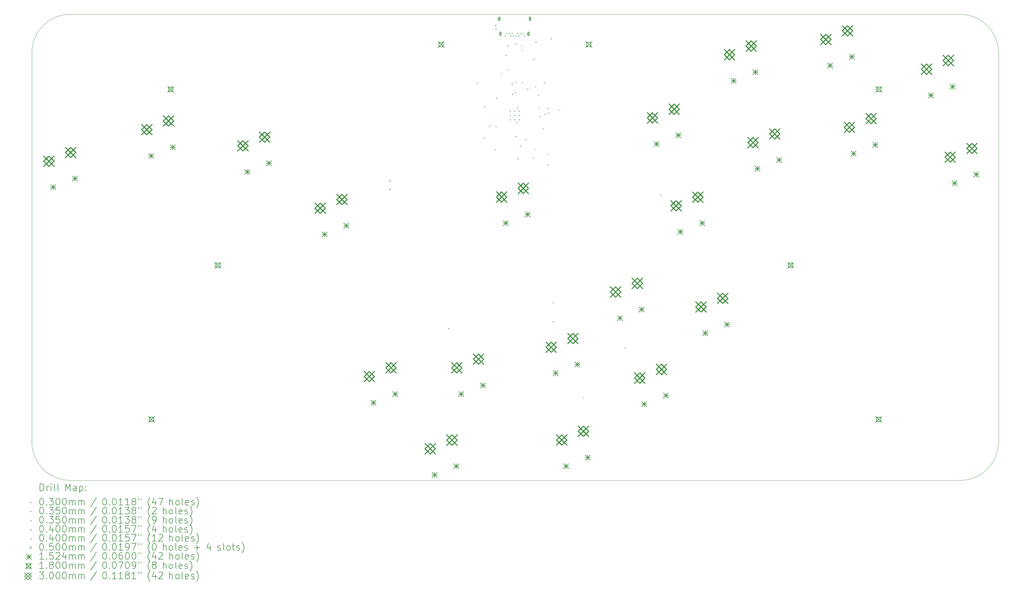
<source format=gbr>
%TF.GenerationSoftware,KiCad,Pcbnew,(7.0.0)*%
%TF.CreationDate,2023-08-10T18:17:03-07:00*%
%TF.ProjectId,OpenOblong,4f70656e-4f62-46c6-9f6e-672e6b696361,rev?*%
%TF.SameCoordinates,Original*%
%TF.FileFunction,Drillmap*%
%TF.FilePolarity,Positive*%
%FSLAX45Y45*%
G04 Gerber Fmt 4.5, Leading zero omitted, Abs format (unit mm)*
G04 Created by KiCad (PCBNEW (7.0.0)) date 2023-08-10 18:17:03*
%MOMM*%
%LPD*%
G01*
G04 APERTURE LIST*
%ADD10C,0.100000*%
%ADD11C,0.200000*%
%ADD12C,0.030000*%
%ADD13C,0.035000*%
%ADD14C,0.040000*%
%ADD15C,0.050000*%
%ADD16C,0.152400*%
%ADD17C,0.180000*%
%ADD18C,0.300000*%
G04 APERTURE END LIST*
D10*
X6861000Y-16162000D02*
X32881000Y-16162000D01*
X32881000Y-2540000D02*
X6861000Y-2540000D01*
X6861000Y-2540000D02*
G75*
G03*
X5736000Y-3665000I0J-1125000D01*
G01*
X34006000Y-3665000D02*
G75*
G03*
X32881000Y-2540000I-1125000J0D01*
G01*
X5736000Y-3665000D02*
X5736000Y-15037000D01*
X34006000Y-3665000D02*
X34006000Y-15037000D01*
X5736000Y-15037000D02*
G75*
G03*
X6861000Y-16162000I1125000J0D01*
G01*
X32881000Y-16162000D02*
G75*
G03*
X34006000Y-15037000I0J1125000D01*
G01*
D11*
D12*
X17907000Y-11704000D02*
X17937000Y-11734000D01*
X17937000Y-11704000D02*
X17907000Y-11734000D01*
X18747750Y-4531500D02*
X18777750Y-4561500D01*
X18777750Y-4531500D02*
X18747750Y-4561500D01*
X18957950Y-6132960D02*
X18987950Y-6162960D01*
X18987950Y-6132960D02*
X18957950Y-6162960D01*
X18958000Y-5225000D02*
X18988000Y-5255000D01*
X18988000Y-5225000D02*
X18958000Y-5255000D01*
X19116275Y-5790402D02*
X19146275Y-5820402D01*
X19146275Y-5790402D02*
X19116275Y-5820402D01*
X19271500Y-6476202D02*
X19301500Y-6506202D01*
X19301500Y-6476202D02*
X19271500Y-6506202D01*
X19297000Y-5807000D02*
X19327000Y-5837000D01*
X19327000Y-5807000D02*
X19297000Y-5837000D01*
X19319475Y-4977602D02*
X19349475Y-5007602D01*
X19349475Y-4977602D02*
X19319475Y-5007602D01*
X19447000Y-4252000D02*
X19477000Y-4282000D01*
X19477000Y-4252000D02*
X19447000Y-4282000D01*
X19585000Y-3720000D02*
X19615000Y-3750000D01*
X19615000Y-3720000D02*
X19585000Y-3750000D01*
X19645000Y-4148000D02*
X19675000Y-4178000D01*
X19675000Y-4148000D02*
X19645000Y-4178000D01*
X19652000Y-3456000D02*
X19682000Y-3486000D01*
X19682000Y-3456000D02*
X19652000Y-3486000D01*
X19763975Y-4558502D02*
X19793975Y-4588502D01*
X19793975Y-4558502D02*
X19763975Y-4588502D01*
X19779500Y-4861725D02*
X19809500Y-4891725D01*
X19809500Y-4861725D02*
X19779500Y-4891725D01*
X19865575Y-4812502D02*
X19895575Y-4842502D01*
X19895575Y-4812502D02*
X19865575Y-4842502D01*
X19875100Y-4509289D02*
X19905100Y-4539289D01*
X19905100Y-4509289D02*
X19875100Y-4539289D01*
X19877800Y-3386000D02*
X19907800Y-3416000D01*
X19907800Y-3386000D02*
X19877800Y-3416000D01*
X19878275Y-6095202D02*
X19908275Y-6125202D01*
X19908275Y-6095202D02*
X19878275Y-6125202D01*
X19941775Y-6742902D02*
X19971775Y-6772902D01*
X19971775Y-6742902D02*
X19941775Y-6772902D01*
X20005275Y-6374602D02*
X20035275Y-6404602D01*
X20035275Y-6374602D02*
X20005275Y-6404602D01*
X20037000Y-3456000D02*
X20067000Y-3486000D01*
X20067000Y-3456000D02*
X20037000Y-3486000D01*
X20046000Y-3566000D02*
X20076000Y-3596000D01*
X20076000Y-3566000D02*
X20046000Y-3596000D01*
X20065600Y-4509289D02*
X20095600Y-4539289D01*
X20095600Y-4509289D02*
X20065600Y-4539289D01*
X20170375Y-6184102D02*
X20200375Y-6214102D01*
X20200375Y-6184102D02*
X20170375Y-6214102D01*
X20221175Y-4710902D02*
X20251175Y-4740902D01*
X20251175Y-4710902D02*
X20221175Y-4740902D01*
X20386274Y-6724000D02*
X20416274Y-6754000D01*
X20416274Y-6724000D02*
X20386274Y-6754000D01*
X20402000Y-3842000D02*
X20432000Y-3872000D01*
X20432000Y-3842000D02*
X20402000Y-3872000D01*
X20426274Y-6472000D02*
X20456274Y-6502000D01*
X20456274Y-6472000D02*
X20426274Y-6502000D01*
X20450000Y-4648500D02*
X20480000Y-4678500D01*
X20480000Y-4648500D02*
X20450000Y-4678500D01*
X20460000Y-3335050D02*
X20490000Y-3365050D01*
X20490000Y-3335050D02*
X20460000Y-3365050D01*
X20538675Y-4892000D02*
X20568675Y-4922000D01*
X20568675Y-4892000D02*
X20538675Y-4922000D01*
X20552000Y-5263000D02*
X20582000Y-5293000D01*
X20582000Y-5263000D02*
X20552000Y-5293000D01*
X20568000Y-5507000D02*
X20598000Y-5537000D01*
X20598000Y-5507000D02*
X20568000Y-5537000D01*
X20675200Y-5868189D02*
X20705200Y-5898189D01*
X20705200Y-5868189D02*
X20675200Y-5898189D01*
X20711000Y-4532500D02*
X20741000Y-4562500D01*
X20741000Y-4532500D02*
X20711000Y-4562500D01*
X20733000Y-5441000D02*
X20763000Y-5471000D01*
X20763000Y-5441000D02*
X20733000Y-5471000D01*
X20811000Y-5269000D02*
X20841000Y-5299000D01*
X20841000Y-5269000D02*
X20811000Y-5299000D01*
X20819050Y-6594000D02*
X20849050Y-6624000D01*
X20849050Y-6594000D02*
X20819050Y-6624000D01*
X20819391Y-6927391D02*
X20849391Y-6957391D01*
X20849391Y-6927391D02*
X20819391Y-6957391D01*
X20836750Y-5410750D02*
X20866750Y-5440750D01*
X20866750Y-5410750D02*
X20836750Y-5440750D01*
X20911159Y-3231841D02*
X20941159Y-3261841D01*
X20941159Y-3231841D02*
X20911159Y-3261841D01*
X20965000Y-11502000D02*
X20995000Y-11532000D01*
X20995000Y-11502000D02*
X20965000Y-11532000D01*
X20970000Y-10952000D02*
X21000000Y-10982000D01*
X21000000Y-10952000D02*
X20970000Y-10982000D01*
X21153000Y-5322000D02*
X21183000Y-5352000D01*
X21183000Y-5322000D02*
X21153000Y-5352000D01*
X21848000Y-13720000D02*
X21878000Y-13750000D01*
X21878000Y-13720000D02*
X21848000Y-13750000D01*
X23074000Y-12268000D02*
X23104000Y-12298000D01*
X23104000Y-12268000D02*
X23074000Y-12298000D01*
X24113000Y-7811000D02*
X24143000Y-7841000D01*
X24143000Y-7811000D02*
X24113000Y-7841000D01*
D13*
X19936175Y-5699450D02*
G75*
G03*
X19936175Y-5699450I-17500J0D01*
G01*
X19948875Y-5275725D02*
G75*
G03*
X19948875Y-5275725I-17500J0D01*
G01*
X19730500Y-5344500D02*
X19730500Y-5379500D01*
X19713000Y-5362000D02*
X19748000Y-5362000D01*
X19730500Y-5472000D02*
X19730500Y-5507000D01*
X19713000Y-5489500D02*
X19748000Y-5489500D01*
X19730500Y-5599500D02*
X19730500Y-5634500D01*
X19713000Y-5617000D02*
X19748000Y-5617000D01*
X19858000Y-5344500D02*
X19858000Y-5379500D01*
X19840500Y-5362000D02*
X19875500Y-5362000D01*
X19858000Y-5472000D02*
X19858000Y-5507000D01*
X19840500Y-5489500D02*
X19875500Y-5489500D01*
X19858000Y-5599500D02*
X19858000Y-5634500D01*
X19840500Y-5617000D02*
X19875500Y-5617000D01*
X19985500Y-5344500D02*
X19985500Y-5379500D01*
X19968000Y-5362000D02*
X20003000Y-5362000D01*
X19985500Y-5472000D02*
X19985500Y-5507000D01*
X19968000Y-5489500D02*
X20003000Y-5489500D01*
X19985500Y-5599500D02*
X19985500Y-5634500D01*
X19968000Y-5617000D02*
X20003000Y-5617000D01*
D14*
X16227142Y-7419142D02*
X16227142Y-7390858D01*
X16198858Y-7390858D01*
X16198858Y-7419142D01*
X16227142Y-7419142D01*
X16227142Y-7669142D02*
X16227142Y-7640858D01*
X16198858Y-7640858D01*
X16198858Y-7669142D01*
X16227142Y-7669142D01*
X19314142Y-2878142D02*
X19314142Y-2849858D01*
X19285858Y-2849858D01*
X19285858Y-2878142D01*
X19314142Y-2878142D01*
X19324142Y-2988142D02*
X19324142Y-2959858D01*
X19295858Y-2959858D01*
X19295858Y-2988142D01*
X19324142Y-2988142D01*
X19577850Y-3191000D02*
X19597850Y-3171000D01*
X19577850Y-3151000D01*
X19557850Y-3171000D01*
X19577850Y-3191000D01*
X19617850Y-3121000D02*
X19637850Y-3101000D01*
X19617850Y-3081000D01*
X19597850Y-3101000D01*
X19617850Y-3121000D01*
X19697850Y-3121000D02*
X19717850Y-3101000D01*
X19697850Y-3081000D01*
X19677850Y-3101000D01*
X19697850Y-3121000D01*
X19737850Y-3191000D02*
X19757850Y-3171000D01*
X19737850Y-3151000D01*
X19717850Y-3171000D01*
X19737850Y-3191000D01*
X19777850Y-3121000D02*
X19797850Y-3101000D01*
X19777850Y-3081000D01*
X19757850Y-3101000D01*
X19777850Y-3121000D01*
X19817850Y-3191000D02*
X19837850Y-3171000D01*
X19817850Y-3151000D01*
X19797850Y-3171000D01*
X19817850Y-3191000D01*
X19897850Y-3191000D02*
X19917850Y-3171000D01*
X19897850Y-3151000D01*
X19877850Y-3171000D01*
X19897850Y-3191000D01*
X19937850Y-3121000D02*
X19957850Y-3101000D01*
X19937850Y-3081000D01*
X19917850Y-3101000D01*
X19937850Y-3121000D01*
X19977850Y-3191000D02*
X19997850Y-3171000D01*
X19977850Y-3151000D01*
X19957850Y-3171000D01*
X19977850Y-3191000D01*
X20017850Y-3121000D02*
X20037850Y-3101000D01*
X20017850Y-3081000D01*
X19997850Y-3101000D01*
X20017850Y-3121000D01*
X20097850Y-3121000D02*
X20117850Y-3101000D01*
X20097850Y-3081000D01*
X20077850Y-3101000D01*
X20097850Y-3121000D01*
X20137850Y-3191000D02*
X20157850Y-3171000D01*
X20137850Y-3151000D01*
X20117850Y-3171000D01*
X20137850Y-3191000D01*
D15*
X19383850Y-2647000D02*
X19433850Y-2697000D01*
X19433850Y-2647000D02*
X19383850Y-2697000D01*
X19433850Y-2672000D02*
G75*
G03*
X19433850Y-2672000I-25000J0D01*
G01*
D11*
X19433850Y-2702000D02*
X19433850Y-2642000D01*
X19433850Y-2642000D02*
G75*
G03*
X19383850Y-2642000I-25000J0D01*
G01*
X19383850Y-2642000D02*
X19383850Y-2702000D01*
X19383850Y-2702000D02*
G75*
G03*
X19433850Y-2702000I25000J0D01*
G01*
D15*
X19412350Y-3086000D02*
X19462350Y-3136000D01*
X19462350Y-3086000D02*
X19412350Y-3136000D01*
X19462350Y-3111000D02*
G75*
G03*
X19462350Y-3111000I-25000J0D01*
G01*
D11*
X19462350Y-3141000D02*
X19462350Y-3081000D01*
X19462350Y-3081000D02*
G75*
G03*
X19412350Y-3081000I-25000J0D01*
G01*
X19412350Y-3081000D02*
X19412350Y-3141000D01*
X19412350Y-3141000D02*
G75*
G03*
X19462350Y-3141000I25000J0D01*
G01*
D15*
X20238350Y-3086000D02*
X20288350Y-3136000D01*
X20288350Y-3086000D02*
X20238350Y-3136000D01*
X20288350Y-3111000D02*
G75*
G03*
X20288350Y-3111000I-25000J0D01*
G01*
D11*
X20288350Y-3141000D02*
X20288350Y-3081000D01*
X20288350Y-3081000D02*
G75*
G03*
X20238350Y-3081000I-25000J0D01*
G01*
X20238350Y-3081000D02*
X20238350Y-3141000D01*
X20238350Y-3141000D02*
G75*
G03*
X20288350Y-3141000I25000J0D01*
G01*
D15*
X20281850Y-2647000D02*
X20331850Y-2697000D01*
X20331850Y-2647000D02*
X20281850Y-2697000D01*
X20331850Y-2672000D02*
G75*
G03*
X20331850Y-2672000I-25000J0D01*
G01*
D11*
X20331850Y-2702000D02*
X20331850Y-2642000D01*
X20331850Y-2642000D02*
G75*
G03*
X20281850Y-2642000I-25000J0D01*
G01*
X20281850Y-2642000D02*
X20281850Y-2702000D01*
X20281850Y-2702000D02*
G75*
G03*
X20331850Y-2702000I25000J0D01*
G01*
D16*
X6289398Y-7519012D02*
X6441798Y-7671412D01*
X6441798Y-7519012D02*
X6289398Y-7671412D01*
X6365598Y-7519012D02*
X6365598Y-7671412D01*
X6289398Y-7595212D02*
X6441798Y-7595212D01*
X6924398Y-7265012D02*
X7076798Y-7417412D01*
X7076798Y-7265012D02*
X6924398Y-7417412D01*
X7000598Y-7265012D02*
X7000598Y-7417412D01*
X6924398Y-7341212D02*
X7076798Y-7341212D01*
X9153211Y-6598558D02*
X9305611Y-6750958D01*
X9305611Y-6598558D02*
X9153211Y-6750958D01*
X9229411Y-6598558D02*
X9229411Y-6750958D01*
X9153211Y-6674758D02*
X9305611Y-6674758D01*
X9788211Y-6344558D02*
X9940611Y-6496958D01*
X9940611Y-6344558D02*
X9788211Y-6496958D01*
X9864411Y-6344558D02*
X9864411Y-6496958D01*
X9788211Y-6420758D02*
X9940611Y-6420758D01*
X11962744Y-7069154D02*
X12115144Y-7221554D01*
X12115144Y-7069154D02*
X11962744Y-7221554D01*
X12038944Y-7069154D02*
X12038944Y-7221554D01*
X11962744Y-7145354D02*
X12115144Y-7145354D01*
X12597744Y-6815154D02*
X12750144Y-6967554D01*
X12750144Y-6815154D02*
X12597744Y-6967554D01*
X12673944Y-6815154D02*
X12673944Y-6967554D01*
X12597744Y-6891354D02*
X12750144Y-6891354D01*
X14224953Y-8893106D02*
X14377353Y-9045506D01*
X14377353Y-8893106D02*
X14224953Y-9045506D01*
X14301153Y-8893106D02*
X14301153Y-9045506D01*
X14224953Y-8969306D02*
X14377353Y-8969306D01*
X14859953Y-8639106D02*
X15012353Y-8791506D01*
X15012353Y-8639106D02*
X14859953Y-8791506D01*
X14936153Y-8639106D02*
X14936153Y-8791506D01*
X14859953Y-8715306D02*
X15012353Y-8715306D01*
X15657569Y-13812162D02*
X15809969Y-13964562D01*
X15809969Y-13812162D02*
X15657569Y-13964562D01*
X15733769Y-13812162D02*
X15733769Y-13964562D01*
X15657569Y-13888362D02*
X15809969Y-13888362D01*
X16292569Y-13558162D02*
X16444969Y-13710562D01*
X16444969Y-13558162D02*
X16292569Y-13710562D01*
X16368769Y-13558162D02*
X16368769Y-13710562D01*
X16292569Y-13634362D02*
X16444969Y-13634362D01*
X17440930Y-15922539D02*
X17593330Y-16074939D01*
X17593330Y-15922539D02*
X17440930Y-16074939D01*
X17517130Y-15922539D02*
X17517130Y-16074939D01*
X17440930Y-15998739D02*
X17593330Y-15998739D01*
X18075930Y-15668539D02*
X18228330Y-15820939D01*
X18228330Y-15668539D02*
X18075930Y-15820939D01*
X18152130Y-15668539D02*
X18152130Y-15820939D01*
X18075930Y-15744739D02*
X18228330Y-15744739D01*
X18217131Y-13558390D02*
X18369531Y-13710790D01*
X18369531Y-13558390D02*
X18217131Y-13710790D01*
X18293331Y-13558390D02*
X18293331Y-13710790D01*
X18217131Y-13634590D02*
X18369531Y-13634590D01*
X18852131Y-13304390D02*
X19004531Y-13456790D01*
X19004531Y-13304390D02*
X18852131Y-13456790D01*
X18928331Y-13304390D02*
X18928331Y-13456790D01*
X18852131Y-13380590D02*
X19004531Y-13380590D01*
X19527650Y-8564487D02*
X19680050Y-8716887D01*
X19680050Y-8564487D02*
X19527650Y-8716887D01*
X19603850Y-8564487D02*
X19603850Y-8716887D01*
X19527650Y-8640687D02*
X19680050Y-8640687D01*
X20162650Y-8310487D02*
X20315050Y-8462887D01*
X20315050Y-8310487D02*
X20162650Y-8462887D01*
X20238850Y-8310487D02*
X20238850Y-8462887D01*
X20162650Y-8386687D02*
X20315050Y-8386687D01*
X20977418Y-12953144D02*
X21129818Y-13105544D01*
X21129818Y-12953144D02*
X20977418Y-13105544D01*
X21053618Y-12953144D02*
X21053618Y-13105544D01*
X20977418Y-13029344D02*
X21129818Y-13029344D01*
X21284545Y-15665383D02*
X21436945Y-15817783D01*
X21436945Y-15665383D02*
X21284545Y-15817783D01*
X21360745Y-15665383D02*
X21360745Y-15817783D01*
X21284545Y-15741583D02*
X21436945Y-15741583D01*
X21612418Y-12699144D02*
X21764818Y-12851544D01*
X21764818Y-12699144D02*
X21612418Y-12851544D01*
X21688618Y-12699144D02*
X21688618Y-12851544D01*
X21612418Y-12775344D02*
X21764818Y-12775344D01*
X21919545Y-15411383D02*
X22071945Y-15563783D01*
X22071945Y-15411383D02*
X21919545Y-15563783D01*
X21995745Y-15411383D02*
X21995745Y-15563783D01*
X21919545Y-15487583D02*
X22071945Y-15487583D01*
X22860656Y-11342696D02*
X23013056Y-11495096D01*
X23013056Y-11342696D02*
X22860656Y-11495096D01*
X22936856Y-11342696D02*
X22936856Y-11495096D01*
X22860656Y-11418896D02*
X23013056Y-11418896D01*
X23495656Y-11088696D02*
X23648056Y-11241096D01*
X23648056Y-11088696D02*
X23495656Y-11241096D01*
X23571856Y-11088696D02*
X23571856Y-11241096D01*
X23495656Y-11164896D02*
X23648056Y-11164896D01*
X23567784Y-13854936D02*
X23720184Y-14007336D01*
X23720184Y-13854936D02*
X23567784Y-14007336D01*
X23643984Y-13854936D02*
X23643984Y-14007336D01*
X23567784Y-13931136D02*
X23720184Y-13931136D01*
X23938523Y-6254313D02*
X24090923Y-6406713D01*
X24090923Y-6254313D02*
X23938523Y-6406713D01*
X24014723Y-6254313D02*
X24014723Y-6406713D01*
X23938523Y-6330513D02*
X24090923Y-6330513D01*
X24202784Y-13600936D02*
X24355184Y-13753336D01*
X24355184Y-13600936D02*
X24202784Y-13753336D01*
X24278984Y-13600936D02*
X24278984Y-13753336D01*
X24202784Y-13677136D02*
X24355184Y-13677136D01*
X24573523Y-6000313D02*
X24725923Y-6152713D01*
X24725923Y-6000313D02*
X24573523Y-6152713D01*
X24649723Y-6000313D02*
X24649723Y-6152713D01*
X24573523Y-6076513D02*
X24725923Y-6076513D01*
X24628097Y-8821137D02*
X24780497Y-8973537D01*
X24780497Y-8821137D02*
X24628097Y-8973537D01*
X24704297Y-8821137D02*
X24704297Y-8973537D01*
X24628097Y-8897337D02*
X24780497Y-8897337D01*
X25263097Y-8567137D02*
X25415497Y-8719537D01*
X25415497Y-8567137D02*
X25263097Y-8719537D01*
X25339297Y-8567137D02*
X25339297Y-8719537D01*
X25263097Y-8643337D02*
X25415497Y-8643337D01*
X25357312Y-11779555D02*
X25509712Y-11931955D01*
X25509712Y-11779555D02*
X25357312Y-11931955D01*
X25433512Y-11779555D02*
X25433512Y-11931955D01*
X25357312Y-11855755D02*
X25509712Y-11855755D01*
X25992312Y-11525555D02*
X26144712Y-11677955D01*
X26144712Y-11525555D02*
X25992312Y-11677955D01*
X26068512Y-11525555D02*
X26068512Y-11677955D01*
X25992312Y-11601755D02*
X26144712Y-11601755D01*
X26189486Y-4409252D02*
X26341886Y-4561652D01*
X26341886Y-4409252D02*
X26189486Y-4561652D01*
X26265686Y-4409252D02*
X26265686Y-4561652D01*
X26189486Y-4485452D02*
X26341886Y-4485452D01*
X26824486Y-4155252D02*
X26976886Y-4307652D01*
X26976886Y-4155252D02*
X26824486Y-4307652D01*
X26900686Y-4155252D02*
X26900686Y-4307652D01*
X26824486Y-4231452D02*
X26976886Y-4231452D01*
X26879085Y-6976173D02*
X27031485Y-7128573D01*
X27031485Y-6976173D02*
X26879085Y-7128573D01*
X26955285Y-6976173D02*
X26955285Y-7128573D01*
X26879085Y-7052373D02*
X27031485Y-7052373D01*
X27514085Y-6722173D02*
X27666485Y-6874573D01*
X27666485Y-6722173D02*
X27514085Y-6874573D01*
X27590285Y-6722173D02*
X27590285Y-6874573D01*
X27514085Y-6798373D02*
X27666485Y-6798373D01*
X29005367Y-3962733D02*
X29157767Y-4115133D01*
X29157767Y-3962733D02*
X29005367Y-4115133D01*
X29081567Y-3962733D02*
X29081567Y-4115133D01*
X29005367Y-4038933D02*
X29157767Y-4038933D01*
X29640367Y-3708733D02*
X29792767Y-3861133D01*
X29792767Y-3708733D02*
X29640367Y-3861133D01*
X29716567Y-3708733D02*
X29716567Y-3861133D01*
X29640367Y-3784933D02*
X29792767Y-3784933D01*
X29694967Y-6529654D02*
X29847367Y-6682054D01*
X29847367Y-6529654D02*
X29694967Y-6682054D01*
X29771167Y-6529654D02*
X29771167Y-6682054D01*
X29694967Y-6605854D02*
X29847367Y-6605854D01*
X30329967Y-6275654D02*
X30482367Y-6428054D01*
X30482367Y-6275654D02*
X30329967Y-6428054D01*
X30406167Y-6275654D02*
X30406167Y-6428054D01*
X30329967Y-6351854D02*
X30482367Y-6351854D01*
X31953357Y-4832991D02*
X32105757Y-4985391D01*
X32105757Y-4832991D02*
X31953357Y-4985391D01*
X32029557Y-4832991D02*
X32029557Y-4985391D01*
X31953357Y-4909191D02*
X32105757Y-4909191D01*
X32588357Y-4578991D02*
X32740757Y-4731391D01*
X32740757Y-4578991D02*
X32588357Y-4731391D01*
X32664557Y-4578991D02*
X32664557Y-4731391D01*
X32588357Y-4655191D02*
X32740757Y-4655191D01*
X32642956Y-7399912D02*
X32795356Y-7552312D01*
X32795356Y-7399912D02*
X32642956Y-7552312D01*
X32719156Y-7399912D02*
X32719156Y-7552312D01*
X32642956Y-7476112D02*
X32795356Y-7476112D01*
X33277956Y-7145912D02*
X33430356Y-7298312D01*
X33430356Y-7145912D02*
X33277956Y-7298312D01*
X33354156Y-7145912D02*
X33354156Y-7298312D01*
X33277956Y-7222112D02*
X33430356Y-7222112D01*
D17*
X9149500Y-14290000D02*
X9329500Y-14470000D01*
X9329500Y-14290000D02*
X9149500Y-14470000D01*
X9303140Y-14443640D02*
X9303140Y-14316360D01*
X9175860Y-14316360D01*
X9175860Y-14443640D01*
X9303140Y-14443640D01*
X9710000Y-4641338D02*
X9890000Y-4821338D01*
X9890000Y-4641338D02*
X9710000Y-4821338D01*
X9863640Y-4794979D02*
X9863640Y-4667698D01*
X9736360Y-4667698D01*
X9736360Y-4794979D01*
X9863640Y-4794979D01*
X11086500Y-9786000D02*
X11266500Y-9966000D01*
X11266500Y-9786000D02*
X11086500Y-9966000D01*
X11240140Y-9939640D02*
X11240140Y-9812360D01*
X11112860Y-9812360D01*
X11112860Y-9939640D01*
X11240140Y-9939640D01*
X17620000Y-3334000D02*
X17800000Y-3514000D01*
X17800000Y-3334000D02*
X17620000Y-3514000D01*
X17773640Y-3487640D02*
X17773640Y-3360360D01*
X17646360Y-3360360D01*
X17646360Y-3487640D01*
X17773640Y-3487640D01*
X21939000Y-3334000D02*
X22119000Y-3514000D01*
X22119000Y-3334000D02*
X21939000Y-3514000D01*
X22092640Y-3487640D02*
X22092640Y-3360360D01*
X21965360Y-3360360D01*
X21965360Y-3487640D01*
X22092640Y-3487640D01*
X27837500Y-9786000D02*
X28017500Y-9966000D01*
X28017500Y-9786000D02*
X27837500Y-9966000D01*
X27991140Y-9939640D02*
X27991140Y-9812360D01*
X27863860Y-9812360D01*
X27863860Y-9939640D01*
X27991140Y-9939640D01*
X30409500Y-14290000D02*
X30589500Y-14470000D01*
X30589500Y-14290000D02*
X30409500Y-14470000D01*
X30563140Y-14443640D02*
X30563140Y-14316360D01*
X30435860Y-14316360D01*
X30435860Y-14443640D01*
X30563140Y-14443640D01*
X30416000Y-4641338D02*
X30596000Y-4821338D01*
X30596000Y-4641338D02*
X30416000Y-4821338D01*
X30569640Y-4794979D02*
X30569640Y-4667698D01*
X30442360Y-4667698D01*
X30442360Y-4794979D01*
X30569640Y-4794979D01*
D18*
X6088598Y-6683212D02*
X6388598Y-6983212D01*
X6388598Y-6683212D02*
X6088598Y-6983212D01*
X6238598Y-6983212D02*
X6388598Y-6833212D01*
X6238598Y-6683212D01*
X6088598Y-6833212D01*
X6238598Y-6983212D01*
X6723598Y-6429212D02*
X7023598Y-6729212D01*
X7023598Y-6429212D02*
X6723598Y-6729212D01*
X6873598Y-6729212D02*
X7023598Y-6579212D01*
X6873598Y-6429212D01*
X6723598Y-6579212D01*
X6873598Y-6729212D01*
X8952411Y-5762758D02*
X9252411Y-6062758D01*
X9252411Y-5762758D02*
X8952411Y-6062758D01*
X9102411Y-6062758D02*
X9252411Y-5912758D01*
X9102411Y-5762758D01*
X8952411Y-5912758D01*
X9102411Y-6062758D01*
X9587411Y-5508758D02*
X9887411Y-5808758D01*
X9887411Y-5508758D02*
X9587411Y-5808758D01*
X9737411Y-5808758D02*
X9887411Y-5658758D01*
X9737411Y-5508758D01*
X9587411Y-5658758D01*
X9737411Y-5808758D01*
X11761944Y-6233354D02*
X12061944Y-6533354D01*
X12061944Y-6233354D02*
X11761944Y-6533354D01*
X11911944Y-6533354D02*
X12061944Y-6383354D01*
X11911944Y-6233354D01*
X11761944Y-6383354D01*
X11911944Y-6533354D01*
X12396944Y-5979354D02*
X12696944Y-6279354D01*
X12696944Y-5979354D02*
X12396944Y-6279354D01*
X12546944Y-6279354D02*
X12696944Y-6129354D01*
X12546944Y-5979354D01*
X12396944Y-6129354D01*
X12546944Y-6279354D01*
X14024153Y-8057306D02*
X14324153Y-8357306D01*
X14324153Y-8057306D02*
X14024153Y-8357306D01*
X14174153Y-8357306D02*
X14324153Y-8207306D01*
X14174153Y-8057306D01*
X14024153Y-8207306D01*
X14174153Y-8357306D01*
X14659153Y-7803306D02*
X14959153Y-8103306D01*
X14959153Y-7803306D02*
X14659153Y-8103306D01*
X14809153Y-8103306D02*
X14959153Y-7953306D01*
X14809153Y-7803306D01*
X14659153Y-7953306D01*
X14809153Y-8103306D01*
X15456769Y-12976362D02*
X15756769Y-13276362D01*
X15756769Y-12976362D02*
X15456769Y-13276362D01*
X15606769Y-13276362D02*
X15756769Y-13126362D01*
X15606769Y-12976362D01*
X15456769Y-13126362D01*
X15606769Y-13276362D01*
X16091769Y-12722362D02*
X16391769Y-13022362D01*
X16391769Y-12722362D02*
X16091769Y-13022362D01*
X16241769Y-13022362D02*
X16391769Y-12872362D01*
X16241769Y-12722362D01*
X16091769Y-12872362D01*
X16241769Y-13022362D01*
X17240130Y-15086739D02*
X17540130Y-15386739D01*
X17540130Y-15086739D02*
X17240130Y-15386739D01*
X17390130Y-15386739D02*
X17540130Y-15236739D01*
X17390130Y-15086739D01*
X17240130Y-15236739D01*
X17390130Y-15386739D01*
X17875130Y-14832739D02*
X18175130Y-15132739D01*
X18175130Y-14832739D02*
X17875130Y-15132739D01*
X18025130Y-15132739D02*
X18175130Y-14982739D01*
X18025130Y-14832739D01*
X17875130Y-14982739D01*
X18025130Y-15132739D01*
X18016844Y-12722360D02*
X18316844Y-13022360D01*
X18316844Y-12722360D02*
X18016844Y-13022360D01*
X18166844Y-13022360D02*
X18316844Y-12872360D01*
X18166844Y-12722360D01*
X18016844Y-12872360D01*
X18166844Y-13022360D01*
X18651844Y-12468360D02*
X18951844Y-12768360D01*
X18951844Y-12468360D02*
X18651844Y-12768360D01*
X18801844Y-12768360D02*
X18951844Y-12618360D01*
X18801844Y-12468360D01*
X18651844Y-12618360D01*
X18801844Y-12768360D01*
X19326850Y-7728687D02*
X19626850Y-8028687D01*
X19626850Y-7728687D02*
X19326850Y-8028687D01*
X19476850Y-8028687D02*
X19626850Y-7878687D01*
X19476850Y-7728687D01*
X19326850Y-7878687D01*
X19476850Y-8028687D01*
X19961850Y-7474687D02*
X20261850Y-7774687D01*
X20261850Y-7474687D02*
X19961850Y-7774687D01*
X20111850Y-7774687D02*
X20261850Y-7624687D01*
X20111850Y-7474687D01*
X19961850Y-7624687D01*
X20111850Y-7774687D01*
X20776618Y-12117344D02*
X21076618Y-12417344D01*
X21076618Y-12117344D02*
X20776618Y-12417344D01*
X20926618Y-12417344D02*
X21076618Y-12267344D01*
X20926618Y-12117344D01*
X20776618Y-12267344D01*
X20926618Y-12417344D01*
X21083745Y-14829583D02*
X21383745Y-15129583D01*
X21383745Y-14829583D02*
X21083745Y-15129583D01*
X21233745Y-15129583D02*
X21383745Y-14979583D01*
X21233745Y-14829583D01*
X21083745Y-14979583D01*
X21233745Y-15129583D01*
X21411618Y-11863344D02*
X21711618Y-12163344D01*
X21711618Y-11863344D02*
X21411618Y-12163344D01*
X21561618Y-12163344D02*
X21711618Y-12013344D01*
X21561618Y-11863344D01*
X21411618Y-12013344D01*
X21561618Y-12163344D01*
X21718745Y-14575583D02*
X22018745Y-14875583D01*
X22018745Y-14575583D02*
X21718745Y-14875583D01*
X21868745Y-14875583D02*
X22018745Y-14725583D01*
X21868745Y-14575583D01*
X21718745Y-14725583D01*
X21868745Y-14875583D01*
X22659856Y-10506896D02*
X22959856Y-10806896D01*
X22959856Y-10506896D02*
X22659856Y-10806896D01*
X22809856Y-10806896D02*
X22959856Y-10656896D01*
X22809856Y-10506896D01*
X22659856Y-10656896D01*
X22809856Y-10806896D01*
X23294856Y-10252896D02*
X23594856Y-10552896D01*
X23594856Y-10252896D02*
X23294856Y-10552896D01*
X23444856Y-10552896D02*
X23594856Y-10402896D01*
X23444856Y-10252896D01*
X23294856Y-10402896D01*
X23444856Y-10552896D01*
X23366984Y-13019136D02*
X23666984Y-13319136D01*
X23666984Y-13019136D02*
X23366984Y-13319136D01*
X23516984Y-13319136D02*
X23666984Y-13169136D01*
X23516984Y-13019136D01*
X23366984Y-13169136D01*
X23516984Y-13319136D01*
X23737723Y-5418513D02*
X24037723Y-5718513D01*
X24037723Y-5418513D02*
X23737723Y-5718513D01*
X23887723Y-5718513D02*
X24037723Y-5568513D01*
X23887723Y-5418513D01*
X23737723Y-5568513D01*
X23887723Y-5718513D01*
X24001984Y-12765136D02*
X24301984Y-13065136D01*
X24301984Y-12765136D02*
X24001984Y-13065136D01*
X24151984Y-13065136D02*
X24301984Y-12915136D01*
X24151984Y-12765136D01*
X24001984Y-12915136D01*
X24151984Y-13065136D01*
X24372723Y-5164513D02*
X24672723Y-5464513D01*
X24672723Y-5164513D02*
X24372723Y-5464513D01*
X24522723Y-5464513D02*
X24672723Y-5314513D01*
X24522723Y-5164513D01*
X24372723Y-5314513D01*
X24522723Y-5464513D01*
X24427297Y-7985337D02*
X24727297Y-8285337D01*
X24727297Y-7985337D02*
X24427297Y-8285337D01*
X24577297Y-8285337D02*
X24727297Y-8135337D01*
X24577297Y-7985337D01*
X24427297Y-8135337D01*
X24577297Y-8285337D01*
X25062297Y-7731337D02*
X25362297Y-8031337D01*
X25362297Y-7731337D02*
X25062297Y-8031337D01*
X25212297Y-8031337D02*
X25362297Y-7881337D01*
X25212297Y-7731337D01*
X25062297Y-7881337D01*
X25212297Y-8031337D01*
X25156512Y-10943755D02*
X25456512Y-11243755D01*
X25456512Y-10943755D02*
X25156512Y-11243755D01*
X25306512Y-11243755D02*
X25456512Y-11093755D01*
X25306512Y-10943755D01*
X25156512Y-11093755D01*
X25306512Y-11243755D01*
X25791512Y-10689755D02*
X26091512Y-10989755D01*
X26091512Y-10689755D02*
X25791512Y-10989755D01*
X25941512Y-10989755D02*
X26091512Y-10839755D01*
X25941512Y-10689755D01*
X25791512Y-10839755D01*
X25941512Y-10989755D01*
X25988686Y-3573452D02*
X26288686Y-3873452D01*
X26288686Y-3573452D02*
X25988686Y-3873452D01*
X26138686Y-3873452D02*
X26288686Y-3723452D01*
X26138686Y-3573452D01*
X25988686Y-3723452D01*
X26138686Y-3873452D01*
X26623686Y-3319452D02*
X26923686Y-3619452D01*
X26923686Y-3319452D02*
X26623686Y-3619452D01*
X26773686Y-3619452D02*
X26923686Y-3469452D01*
X26773686Y-3319452D01*
X26623686Y-3469452D01*
X26773686Y-3619452D01*
X26678285Y-6140373D02*
X26978285Y-6440373D01*
X26978285Y-6140373D02*
X26678285Y-6440373D01*
X26828285Y-6440373D02*
X26978285Y-6290373D01*
X26828285Y-6140373D01*
X26678285Y-6290373D01*
X26828285Y-6440373D01*
X27313285Y-5886373D02*
X27613285Y-6186373D01*
X27613285Y-5886373D02*
X27313285Y-6186373D01*
X27463285Y-6186373D02*
X27613285Y-6036373D01*
X27463285Y-5886373D01*
X27313285Y-6036373D01*
X27463285Y-6186373D01*
X28804567Y-3126933D02*
X29104567Y-3426933D01*
X29104567Y-3126933D02*
X28804567Y-3426933D01*
X28954567Y-3426933D02*
X29104567Y-3276933D01*
X28954567Y-3126933D01*
X28804567Y-3276933D01*
X28954567Y-3426933D01*
X29439567Y-2872933D02*
X29739567Y-3172933D01*
X29739567Y-2872933D02*
X29439567Y-3172933D01*
X29589567Y-3172933D02*
X29739567Y-3022933D01*
X29589567Y-2872933D01*
X29439567Y-3022933D01*
X29589567Y-3172933D01*
X29494167Y-5693854D02*
X29794167Y-5993854D01*
X29794167Y-5693854D02*
X29494167Y-5993854D01*
X29644167Y-5993854D02*
X29794167Y-5843854D01*
X29644167Y-5693854D01*
X29494167Y-5843854D01*
X29644167Y-5993854D01*
X30129167Y-5439855D02*
X30429167Y-5739854D01*
X30429167Y-5439855D02*
X30129167Y-5739854D01*
X30279167Y-5739854D02*
X30429167Y-5589855D01*
X30279167Y-5439855D01*
X30129167Y-5589855D01*
X30279167Y-5739854D01*
X31752557Y-3997191D02*
X32052557Y-4297191D01*
X32052557Y-3997191D02*
X31752557Y-4297191D01*
X31902557Y-4297191D02*
X32052557Y-4147191D01*
X31902557Y-3997191D01*
X31752557Y-4147191D01*
X31902557Y-4297191D01*
X32387557Y-3743191D02*
X32687557Y-4043191D01*
X32687557Y-3743191D02*
X32387557Y-4043191D01*
X32537557Y-4043191D02*
X32687557Y-3893191D01*
X32537557Y-3743191D01*
X32387557Y-3893191D01*
X32537557Y-4043191D01*
X32442156Y-6564112D02*
X32742156Y-6864112D01*
X32742156Y-6564112D02*
X32442156Y-6864112D01*
X32592156Y-6864112D02*
X32742156Y-6714112D01*
X32592156Y-6564112D01*
X32442156Y-6714112D01*
X32592156Y-6864112D01*
X33077156Y-6310112D02*
X33377156Y-6610112D01*
X33377156Y-6310112D02*
X33077156Y-6610112D01*
X33227156Y-6610112D02*
X33377156Y-6460112D01*
X33227156Y-6310112D01*
X33077156Y-6460112D01*
X33227156Y-6610112D01*
D11*
X5978619Y-16460476D02*
X5978619Y-16260476D01*
X5978619Y-16260476D02*
X6026238Y-16260476D01*
X6026238Y-16260476D02*
X6054809Y-16270000D01*
X6054809Y-16270000D02*
X6073857Y-16289048D01*
X6073857Y-16289048D02*
X6083381Y-16308095D01*
X6083381Y-16308095D02*
X6092905Y-16346190D01*
X6092905Y-16346190D02*
X6092905Y-16374762D01*
X6092905Y-16374762D02*
X6083381Y-16412857D01*
X6083381Y-16412857D02*
X6073857Y-16431905D01*
X6073857Y-16431905D02*
X6054809Y-16450952D01*
X6054809Y-16450952D02*
X6026238Y-16460476D01*
X6026238Y-16460476D02*
X5978619Y-16460476D01*
X6178619Y-16460476D02*
X6178619Y-16327143D01*
X6178619Y-16365238D02*
X6188143Y-16346190D01*
X6188143Y-16346190D02*
X6197667Y-16336667D01*
X6197667Y-16336667D02*
X6216714Y-16327143D01*
X6216714Y-16327143D02*
X6235762Y-16327143D01*
X6302428Y-16460476D02*
X6302428Y-16327143D01*
X6302428Y-16260476D02*
X6292905Y-16270000D01*
X6292905Y-16270000D02*
X6302428Y-16279524D01*
X6302428Y-16279524D02*
X6311952Y-16270000D01*
X6311952Y-16270000D02*
X6302428Y-16260476D01*
X6302428Y-16260476D02*
X6302428Y-16279524D01*
X6426238Y-16460476D02*
X6407190Y-16450952D01*
X6407190Y-16450952D02*
X6397667Y-16431905D01*
X6397667Y-16431905D02*
X6397667Y-16260476D01*
X6531000Y-16460476D02*
X6511952Y-16450952D01*
X6511952Y-16450952D02*
X6502428Y-16431905D01*
X6502428Y-16431905D02*
X6502428Y-16260476D01*
X6727190Y-16460476D02*
X6727190Y-16260476D01*
X6727190Y-16260476D02*
X6793857Y-16403333D01*
X6793857Y-16403333D02*
X6860524Y-16260476D01*
X6860524Y-16260476D02*
X6860524Y-16460476D01*
X7041476Y-16460476D02*
X7041476Y-16355714D01*
X7041476Y-16355714D02*
X7031952Y-16336667D01*
X7031952Y-16336667D02*
X7012905Y-16327143D01*
X7012905Y-16327143D02*
X6974809Y-16327143D01*
X6974809Y-16327143D02*
X6955762Y-16336667D01*
X7041476Y-16450952D02*
X7022428Y-16460476D01*
X7022428Y-16460476D02*
X6974809Y-16460476D01*
X6974809Y-16460476D02*
X6955762Y-16450952D01*
X6955762Y-16450952D02*
X6946238Y-16431905D01*
X6946238Y-16431905D02*
X6946238Y-16412857D01*
X6946238Y-16412857D02*
X6955762Y-16393809D01*
X6955762Y-16393809D02*
X6974809Y-16384286D01*
X6974809Y-16384286D02*
X7022428Y-16384286D01*
X7022428Y-16384286D02*
X7041476Y-16374762D01*
X7136714Y-16327143D02*
X7136714Y-16527143D01*
X7136714Y-16336667D02*
X7155762Y-16327143D01*
X7155762Y-16327143D02*
X7193857Y-16327143D01*
X7193857Y-16327143D02*
X7212905Y-16336667D01*
X7212905Y-16336667D02*
X7222428Y-16346190D01*
X7222428Y-16346190D02*
X7231952Y-16365238D01*
X7231952Y-16365238D02*
X7231952Y-16422381D01*
X7231952Y-16422381D02*
X7222428Y-16441428D01*
X7222428Y-16441428D02*
X7212905Y-16450952D01*
X7212905Y-16450952D02*
X7193857Y-16460476D01*
X7193857Y-16460476D02*
X7155762Y-16460476D01*
X7155762Y-16460476D02*
X7136714Y-16450952D01*
X7317667Y-16441428D02*
X7327190Y-16450952D01*
X7327190Y-16450952D02*
X7317667Y-16460476D01*
X7317667Y-16460476D02*
X7308143Y-16450952D01*
X7308143Y-16450952D02*
X7317667Y-16441428D01*
X7317667Y-16441428D02*
X7317667Y-16460476D01*
X7317667Y-16336667D02*
X7327190Y-16346190D01*
X7327190Y-16346190D02*
X7317667Y-16355714D01*
X7317667Y-16355714D02*
X7308143Y-16346190D01*
X7308143Y-16346190D02*
X7317667Y-16336667D01*
X7317667Y-16336667D02*
X7317667Y-16355714D01*
D12*
X5701000Y-16792000D02*
X5731000Y-16822000D01*
X5731000Y-16792000D02*
X5701000Y-16822000D01*
D11*
X6016714Y-16680476D02*
X6035762Y-16680476D01*
X6035762Y-16680476D02*
X6054809Y-16690000D01*
X6054809Y-16690000D02*
X6064333Y-16699524D01*
X6064333Y-16699524D02*
X6073857Y-16718571D01*
X6073857Y-16718571D02*
X6083381Y-16756667D01*
X6083381Y-16756667D02*
X6083381Y-16804286D01*
X6083381Y-16804286D02*
X6073857Y-16842381D01*
X6073857Y-16842381D02*
X6064333Y-16861429D01*
X6064333Y-16861429D02*
X6054809Y-16870952D01*
X6054809Y-16870952D02*
X6035762Y-16880476D01*
X6035762Y-16880476D02*
X6016714Y-16880476D01*
X6016714Y-16880476D02*
X5997667Y-16870952D01*
X5997667Y-16870952D02*
X5988143Y-16861429D01*
X5988143Y-16861429D02*
X5978619Y-16842381D01*
X5978619Y-16842381D02*
X5969095Y-16804286D01*
X5969095Y-16804286D02*
X5969095Y-16756667D01*
X5969095Y-16756667D02*
X5978619Y-16718571D01*
X5978619Y-16718571D02*
X5988143Y-16699524D01*
X5988143Y-16699524D02*
X5997667Y-16690000D01*
X5997667Y-16690000D02*
X6016714Y-16680476D01*
X6169095Y-16861429D02*
X6178619Y-16870952D01*
X6178619Y-16870952D02*
X6169095Y-16880476D01*
X6169095Y-16880476D02*
X6159571Y-16870952D01*
X6159571Y-16870952D02*
X6169095Y-16861429D01*
X6169095Y-16861429D02*
X6169095Y-16880476D01*
X6245286Y-16680476D02*
X6369095Y-16680476D01*
X6369095Y-16680476D02*
X6302428Y-16756667D01*
X6302428Y-16756667D02*
X6331000Y-16756667D01*
X6331000Y-16756667D02*
X6350048Y-16766190D01*
X6350048Y-16766190D02*
X6359571Y-16775714D01*
X6359571Y-16775714D02*
X6369095Y-16794762D01*
X6369095Y-16794762D02*
X6369095Y-16842381D01*
X6369095Y-16842381D02*
X6359571Y-16861429D01*
X6359571Y-16861429D02*
X6350048Y-16870952D01*
X6350048Y-16870952D02*
X6331000Y-16880476D01*
X6331000Y-16880476D02*
X6273857Y-16880476D01*
X6273857Y-16880476D02*
X6254809Y-16870952D01*
X6254809Y-16870952D02*
X6245286Y-16861429D01*
X6492905Y-16680476D02*
X6511952Y-16680476D01*
X6511952Y-16680476D02*
X6531000Y-16690000D01*
X6531000Y-16690000D02*
X6540524Y-16699524D01*
X6540524Y-16699524D02*
X6550048Y-16718571D01*
X6550048Y-16718571D02*
X6559571Y-16756667D01*
X6559571Y-16756667D02*
X6559571Y-16804286D01*
X6559571Y-16804286D02*
X6550048Y-16842381D01*
X6550048Y-16842381D02*
X6540524Y-16861429D01*
X6540524Y-16861429D02*
X6531000Y-16870952D01*
X6531000Y-16870952D02*
X6511952Y-16880476D01*
X6511952Y-16880476D02*
X6492905Y-16880476D01*
X6492905Y-16880476D02*
X6473857Y-16870952D01*
X6473857Y-16870952D02*
X6464333Y-16861429D01*
X6464333Y-16861429D02*
X6454809Y-16842381D01*
X6454809Y-16842381D02*
X6445286Y-16804286D01*
X6445286Y-16804286D02*
X6445286Y-16756667D01*
X6445286Y-16756667D02*
X6454809Y-16718571D01*
X6454809Y-16718571D02*
X6464333Y-16699524D01*
X6464333Y-16699524D02*
X6473857Y-16690000D01*
X6473857Y-16690000D02*
X6492905Y-16680476D01*
X6683381Y-16680476D02*
X6702429Y-16680476D01*
X6702429Y-16680476D02*
X6721476Y-16690000D01*
X6721476Y-16690000D02*
X6731000Y-16699524D01*
X6731000Y-16699524D02*
X6740524Y-16718571D01*
X6740524Y-16718571D02*
X6750048Y-16756667D01*
X6750048Y-16756667D02*
X6750048Y-16804286D01*
X6750048Y-16804286D02*
X6740524Y-16842381D01*
X6740524Y-16842381D02*
X6731000Y-16861429D01*
X6731000Y-16861429D02*
X6721476Y-16870952D01*
X6721476Y-16870952D02*
X6702429Y-16880476D01*
X6702429Y-16880476D02*
X6683381Y-16880476D01*
X6683381Y-16880476D02*
X6664333Y-16870952D01*
X6664333Y-16870952D02*
X6654809Y-16861429D01*
X6654809Y-16861429D02*
X6645286Y-16842381D01*
X6645286Y-16842381D02*
X6635762Y-16804286D01*
X6635762Y-16804286D02*
X6635762Y-16756667D01*
X6635762Y-16756667D02*
X6645286Y-16718571D01*
X6645286Y-16718571D02*
X6654809Y-16699524D01*
X6654809Y-16699524D02*
X6664333Y-16690000D01*
X6664333Y-16690000D02*
X6683381Y-16680476D01*
X6835762Y-16880476D02*
X6835762Y-16747143D01*
X6835762Y-16766190D02*
X6845286Y-16756667D01*
X6845286Y-16756667D02*
X6864333Y-16747143D01*
X6864333Y-16747143D02*
X6892905Y-16747143D01*
X6892905Y-16747143D02*
X6911952Y-16756667D01*
X6911952Y-16756667D02*
X6921476Y-16775714D01*
X6921476Y-16775714D02*
X6921476Y-16880476D01*
X6921476Y-16775714D02*
X6931000Y-16756667D01*
X6931000Y-16756667D02*
X6950048Y-16747143D01*
X6950048Y-16747143D02*
X6978619Y-16747143D01*
X6978619Y-16747143D02*
X6997667Y-16756667D01*
X6997667Y-16756667D02*
X7007190Y-16775714D01*
X7007190Y-16775714D02*
X7007190Y-16880476D01*
X7102429Y-16880476D02*
X7102429Y-16747143D01*
X7102429Y-16766190D02*
X7111952Y-16756667D01*
X7111952Y-16756667D02*
X7131000Y-16747143D01*
X7131000Y-16747143D02*
X7159571Y-16747143D01*
X7159571Y-16747143D02*
X7178619Y-16756667D01*
X7178619Y-16756667D02*
X7188143Y-16775714D01*
X7188143Y-16775714D02*
X7188143Y-16880476D01*
X7188143Y-16775714D02*
X7197667Y-16756667D01*
X7197667Y-16756667D02*
X7216714Y-16747143D01*
X7216714Y-16747143D02*
X7245286Y-16747143D01*
X7245286Y-16747143D02*
X7264333Y-16756667D01*
X7264333Y-16756667D02*
X7273857Y-16775714D01*
X7273857Y-16775714D02*
X7273857Y-16880476D01*
X7631952Y-16670952D02*
X7460524Y-16928095D01*
X7856714Y-16680476D02*
X7875762Y-16680476D01*
X7875762Y-16680476D02*
X7894810Y-16690000D01*
X7894810Y-16690000D02*
X7904333Y-16699524D01*
X7904333Y-16699524D02*
X7913857Y-16718571D01*
X7913857Y-16718571D02*
X7923381Y-16756667D01*
X7923381Y-16756667D02*
X7923381Y-16804286D01*
X7923381Y-16804286D02*
X7913857Y-16842381D01*
X7913857Y-16842381D02*
X7904333Y-16861429D01*
X7904333Y-16861429D02*
X7894810Y-16870952D01*
X7894810Y-16870952D02*
X7875762Y-16880476D01*
X7875762Y-16880476D02*
X7856714Y-16880476D01*
X7856714Y-16880476D02*
X7837667Y-16870952D01*
X7837667Y-16870952D02*
X7828143Y-16861429D01*
X7828143Y-16861429D02*
X7818619Y-16842381D01*
X7818619Y-16842381D02*
X7809095Y-16804286D01*
X7809095Y-16804286D02*
X7809095Y-16756667D01*
X7809095Y-16756667D02*
X7818619Y-16718571D01*
X7818619Y-16718571D02*
X7828143Y-16699524D01*
X7828143Y-16699524D02*
X7837667Y-16690000D01*
X7837667Y-16690000D02*
X7856714Y-16680476D01*
X8009095Y-16861429D02*
X8018619Y-16870952D01*
X8018619Y-16870952D02*
X8009095Y-16880476D01*
X8009095Y-16880476D02*
X7999571Y-16870952D01*
X7999571Y-16870952D02*
X8009095Y-16861429D01*
X8009095Y-16861429D02*
X8009095Y-16880476D01*
X8142429Y-16680476D02*
X8161476Y-16680476D01*
X8161476Y-16680476D02*
X8180524Y-16690000D01*
X8180524Y-16690000D02*
X8190048Y-16699524D01*
X8190048Y-16699524D02*
X8199571Y-16718571D01*
X8199571Y-16718571D02*
X8209095Y-16756667D01*
X8209095Y-16756667D02*
X8209095Y-16804286D01*
X8209095Y-16804286D02*
X8199571Y-16842381D01*
X8199571Y-16842381D02*
X8190048Y-16861429D01*
X8190048Y-16861429D02*
X8180524Y-16870952D01*
X8180524Y-16870952D02*
X8161476Y-16880476D01*
X8161476Y-16880476D02*
X8142429Y-16880476D01*
X8142429Y-16880476D02*
X8123381Y-16870952D01*
X8123381Y-16870952D02*
X8113857Y-16861429D01*
X8113857Y-16861429D02*
X8104333Y-16842381D01*
X8104333Y-16842381D02*
X8094810Y-16804286D01*
X8094810Y-16804286D02*
X8094810Y-16756667D01*
X8094810Y-16756667D02*
X8104333Y-16718571D01*
X8104333Y-16718571D02*
X8113857Y-16699524D01*
X8113857Y-16699524D02*
X8123381Y-16690000D01*
X8123381Y-16690000D02*
X8142429Y-16680476D01*
X8399572Y-16880476D02*
X8285286Y-16880476D01*
X8342429Y-16880476D02*
X8342429Y-16680476D01*
X8342429Y-16680476D02*
X8323381Y-16709048D01*
X8323381Y-16709048D02*
X8304333Y-16728095D01*
X8304333Y-16728095D02*
X8285286Y-16737619D01*
X8590048Y-16880476D02*
X8475762Y-16880476D01*
X8532905Y-16880476D02*
X8532905Y-16680476D01*
X8532905Y-16680476D02*
X8513857Y-16709048D01*
X8513857Y-16709048D02*
X8494810Y-16728095D01*
X8494810Y-16728095D02*
X8475762Y-16737619D01*
X8704333Y-16766190D02*
X8685286Y-16756667D01*
X8685286Y-16756667D02*
X8675762Y-16747143D01*
X8675762Y-16747143D02*
X8666238Y-16728095D01*
X8666238Y-16728095D02*
X8666238Y-16718571D01*
X8666238Y-16718571D02*
X8675762Y-16699524D01*
X8675762Y-16699524D02*
X8685286Y-16690000D01*
X8685286Y-16690000D02*
X8704333Y-16680476D01*
X8704333Y-16680476D02*
X8742429Y-16680476D01*
X8742429Y-16680476D02*
X8761476Y-16690000D01*
X8761476Y-16690000D02*
X8771000Y-16699524D01*
X8771000Y-16699524D02*
X8780524Y-16718571D01*
X8780524Y-16718571D02*
X8780524Y-16728095D01*
X8780524Y-16728095D02*
X8771000Y-16747143D01*
X8771000Y-16747143D02*
X8761476Y-16756667D01*
X8761476Y-16756667D02*
X8742429Y-16766190D01*
X8742429Y-16766190D02*
X8704333Y-16766190D01*
X8704333Y-16766190D02*
X8685286Y-16775714D01*
X8685286Y-16775714D02*
X8675762Y-16785238D01*
X8675762Y-16785238D02*
X8666238Y-16804286D01*
X8666238Y-16804286D02*
X8666238Y-16842381D01*
X8666238Y-16842381D02*
X8675762Y-16861429D01*
X8675762Y-16861429D02*
X8685286Y-16870952D01*
X8685286Y-16870952D02*
X8704333Y-16880476D01*
X8704333Y-16880476D02*
X8742429Y-16880476D01*
X8742429Y-16880476D02*
X8761476Y-16870952D01*
X8761476Y-16870952D02*
X8771000Y-16861429D01*
X8771000Y-16861429D02*
X8780524Y-16842381D01*
X8780524Y-16842381D02*
X8780524Y-16804286D01*
X8780524Y-16804286D02*
X8771000Y-16785238D01*
X8771000Y-16785238D02*
X8761476Y-16775714D01*
X8761476Y-16775714D02*
X8742429Y-16766190D01*
X8856714Y-16680476D02*
X8856714Y-16718571D01*
X8932905Y-16680476D02*
X8932905Y-16718571D01*
X9195762Y-16956667D02*
X9186238Y-16947143D01*
X9186238Y-16947143D02*
X9167191Y-16918571D01*
X9167191Y-16918571D02*
X9157667Y-16899524D01*
X9157667Y-16899524D02*
X9148143Y-16870952D01*
X9148143Y-16870952D02*
X9138619Y-16823333D01*
X9138619Y-16823333D02*
X9138619Y-16785238D01*
X9138619Y-16785238D02*
X9148143Y-16737619D01*
X9148143Y-16737619D02*
X9157667Y-16709048D01*
X9157667Y-16709048D02*
X9167191Y-16690000D01*
X9167191Y-16690000D02*
X9186238Y-16661428D01*
X9186238Y-16661428D02*
X9195762Y-16651905D01*
X9357667Y-16747143D02*
X9357667Y-16880476D01*
X9310048Y-16670952D02*
X9262429Y-16813810D01*
X9262429Y-16813810D02*
X9386238Y-16813810D01*
X9443381Y-16680476D02*
X9576714Y-16680476D01*
X9576714Y-16680476D02*
X9491000Y-16880476D01*
X9772905Y-16880476D02*
X9772905Y-16680476D01*
X9858619Y-16880476D02*
X9858619Y-16775714D01*
X9858619Y-16775714D02*
X9849095Y-16756667D01*
X9849095Y-16756667D02*
X9830048Y-16747143D01*
X9830048Y-16747143D02*
X9801476Y-16747143D01*
X9801476Y-16747143D02*
X9782429Y-16756667D01*
X9782429Y-16756667D02*
X9772905Y-16766190D01*
X9982429Y-16880476D02*
X9963381Y-16870952D01*
X9963381Y-16870952D02*
X9953857Y-16861429D01*
X9953857Y-16861429D02*
X9944334Y-16842381D01*
X9944334Y-16842381D02*
X9944334Y-16785238D01*
X9944334Y-16785238D02*
X9953857Y-16766190D01*
X9953857Y-16766190D02*
X9963381Y-16756667D01*
X9963381Y-16756667D02*
X9982429Y-16747143D01*
X9982429Y-16747143D02*
X10011000Y-16747143D01*
X10011000Y-16747143D02*
X10030048Y-16756667D01*
X10030048Y-16756667D02*
X10039572Y-16766190D01*
X10039572Y-16766190D02*
X10049095Y-16785238D01*
X10049095Y-16785238D02*
X10049095Y-16842381D01*
X10049095Y-16842381D02*
X10039572Y-16861429D01*
X10039572Y-16861429D02*
X10030048Y-16870952D01*
X10030048Y-16870952D02*
X10011000Y-16880476D01*
X10011000Y-16880476D02*
X9982429Y-16880476D01*
X10163381Y-16880476D02*
X10144334Y-16870952D01*
X10144334Y-16870952D02*
X10134810Y-16851905D01*
X10134810Y-16851905D02*
X10134810Y-16680476D01*
X10315762Y-16870952D02*
X10296715Y-16880476D01*
X10296715Y-16880476D02*
X10258619Y-16880476D01*
X10258619Y-16880476D02*
X10239572Y-16870952D01*
X10239572Y-16870952D02*
X10230048Y-16851905D01*
X10230048Y-16851905D02*
X10230048Y-16775714D01*
X10230048Y-16775714D02*
X10239572Y-16756667D01*
X10239572Y-16756667D02*
X10258619Y-16747143D01*
X10258619Y-16747143D02*
X10296715Y-16747143D01*
X10296715Y-16747143D02*
X10315762Y-16756667D01*
X10315762Y-16756667D02*
X10325286Y-16775714D01*
X10325286Y-16775714D02*
X10325286Y-16794762D01*
X10325286Y-16794762D02*
X10230048Y-16813810D01*
X10401476Y-16870952D02*
X10420524Y-16880476D01*
X10420524Y-16880476D02*
X10458619Y-16880476D01*
X10458619Y-16880476D02*
X10477667Y-16870952D01*
X10477667Y-16870952D02*
X10487191Y-16851905D01*
X10487191Y-16851905D02*
X10487191Y-16842381D01*
X10487191Y-16842381D02*
X10477667Y-16823333D01*
X10477667Y-16823333D02*
X10458619Y-16813810D01*
X10458619Y-16813810D02*
X10430048Y-16813810D01*
X10430048Y-16813810D02*
X10411000Y-16804286D01*
X10411000Y-16804286D02*
X10401476Y-16785238D01*
X10401476Y-16785238D02*
X10401476Y-16775714D01*
X10401476Y-16775714D02*
X10411000Y-16756667D01*
X10411000Y-16756667D02*
X10430048Y-16747143D01*
X10430048Y-16747143D02*
X10458619Y-16747143D01*
X10458619Y-16747143D02*
X10477667Y-16756667D01*
X10553857Y-16956667D02*
X10563381Y-16947143D01*
X10563381Y-16947143D02*
X10582429Y-16918571D01*
X10582429Y-16918571D02*
X10591953Y-16899524D01*
X10591953Y-16899524D02*
X10601476Y-16870952D01*
X10601476Y-16870952D02*
X10611000Y-16823333D01*
X10611000Y-16823333D02*
X10611000Y-16785238D01*
X10611000Y-16785238D02*
X10601476Y-16737619D01*
X10601476Y-16737619D02*
X10591953Y-16709048D01*
X10591953Y-16709048D02*
X10582429Y-16690000D01*
X10582429Y-16690000D02*
X10563381Y-16661428D01*
X10563381Y-16661428D02*
X10553857Y-16651905D01*
D13*
X5731000Y-17071000D02*
G75*
G03*
X5731000Y-17071000I-17500J0D01*
G01*
D11*
X6016714Y-16944476D02*
X6035762Y-16944476D01*
X6035762Y-16944476D02*
X6054809Y-16954000D01*
X6054809Y-16954000D02*
X6064333Y-16963524D01*
X6064333Y-16963524D02*
X6073857Y-16982571D01*
X6073857Y-16982571D02*
X6083381Y-17020667D01*
X6083381Y-17020667D02*
X6083381Y-17068286D01*
X6083381Y-17068286D02*
X6073857Y-17106381D01*
X6073857Y-17106381D02*
X6064333Y-17125429D01*
X6064333Y-17125429D02*
X6054809Y-17134952D01*
X6054809Y-17134952D02*
X6035762Y-17144476D01*
X6035762Y-17144476D02*
X6016714Y-17144476D01*
X6016714Y-17144476D02*
X5997667Y-17134952D01*
X5997667Y-17134952D02*
X5988143Y-17125429D01*
X5988143Y-17125429D02*
X5978619Y-17106381D01*
X5978619Y-17106381D02*
X5969095Y-17068286D01*
X5969095Y-17068286D02*
X5969095Y-17020667D01*
X5969095Y-17020667D02*
X5978619Y-16982571D01*
X5978619Y-16982571D02*
X5988143Y-16963524D01*
X5988143Y-16963524D02*
X5997667Y-16954000D01*
X5997667Y-16954000D02*
X6016714Y-16944476D01*
X6169095Y-17125429D02*
X6178619Y-17134952D01*
X6178619Y-17134952D02*
X6169095Y-17144476D01*
X6169095Y-17144476D02*
X6159571Y-17134952D01*
X6159571Y-17134952D02*
X6169095Y-17125429D01*
X6169095Y-17125429D02*
X6169095Y-17144476D01*
X6245286Y-16944476D02*
X6369095Y-16944476D01*
X6369095Y-16944476D02*
X6302428Y-17020667D01*
X6302428Y-17020667D02*
X6331000Y-17020667D01*
X6331000Y-17020667D02*
X6350048Y-17030190D01*
X6350048Y-17030190D02*
X6359571Y-17039714D01*
X6359571Y-17039714D02*
X6369095Y-17058762D01*
X6369095Y-17058762D02*
X6369095Y-17106381D01*
X6369095Y-17106381D02*
X6359571Y-17125429D01*
X6359571Y-17125429D02*
X6350048Y-17134952D01*
X6350048Y-17134952D02*
X6331000Y-17144476D01*
X6331000Y-17144476D02*
X6273857Y-17144476D01*
X6273857Y-17144476D02*
X6254809Y-17134952D01*
X6254809Y-17134952D02*
X6245286Y-17125429D01*
X6550048Y-16944476D02*
X6454809Y-16944476D01*
X6454809Y-16944476D02*
X6445286Y-17039714D01*
X6445286Y-17039714D02*
X6454809Y-17030190D01*
X6454809Y-17030190D02*
X6473857Y-17020667D01*
X6473857Y-17020667D02*
X6521476Y-17020667D01*
X6521476Y-17020667D02*
X6540524Y-17030190D01*
X6540524Y-17030190D02*
X6550048Y-17039714D01*
X6550048Y-17039714D02*
X6559571Y-17058762D01*
X6559571Y-17058762D02*
X6559571Y-17106381D01*
X6559571Y-17106381D02*
X6550048Y-17125429D01*
X6550048Y-17125429D02*
X6540524Y-17134952D01*
X6540524Y-17134952D02*
X6521476Y-17144476D01*
X6521476Y-17144476D02*
X6473857Y-17144476D01*
X6473857Y-17144476D02*
X6454809Y-17134952D01*
X6454809Y-17134952D02*
X6445286Y-17125429D01*
X6683381Y-16944476D02*
X6702429Y-16944476D01*
X6702429Y-16944476D02*
X6721476Y-16954000D01*
X6721476Y-16954000D02*
X6731000Y-16963524D01*
X6731000Y-16963524D02*
X6740524Y-16982571D01*
X6740524Y-16982571D02*
X6750048Y-17020667D01*
X6750048Y-17020667D02*
X6750048Y-17068286D01*
X6750048Y-17068286D02*
X6740524Y-17106381D01*
X6740524Y-17106381D02*
X6731000Y-17125429D01*
X6731000Y-17125429D02*
X6721476Y-17134952D01*
X6721476Y-17134952D02*
X6702429Y-17144476D01*
X6702429Y-17144476D02*
X6683381Y-17144476D01*
X6683381Y-17144476D02*
X6664333Y-17134952D01*
X6664333Y-17134952D02*
X6654809Y-17125429D01*
X6654809Y-17125429D02*
X6645286Y-17106381D01*
X6645286Y-17106381D02*
X6635762Y-17068286D01*
X6635762Y-17068286D02*
X6635762Y-17020667D01*
X6635762Y-17020667D02*
X6645286Y-16982571D01*
X6645286Y-16982571D02*
X6654809Y-16963524D01*
X6654809Y-16963524D02*
X6664333Y-16954000D01*
X6664333Y-16954000D02*
X6683381Y-16944476D01*
X6835762Y-17144476D02*
X6835762Y-17011143D01*
X6835762Y-17030190D02*
X6845286Y-17020667D01*
X6845286Y-17020667D02*
X6864333Y-17011143D01*
X6864333Y-17011143D02*
X6892905Y-17011143D01*
X6892905Y-17011143D02*
X6911952Y-17020667D01*
X6911952Y-17020667D02*
X6921476Y-17039714D01*
X6921476Y-17039714D02*
X6921476Y-17144476D01*
X6921476Y-17039714D02*
X6931000Y-17020667D01*
X6931000Y-17020667D02*
X6950048Y-17011143D01*
X6950048Y-17011143D02*
X6978619Y-17011143D01*
X6978619Y-17011143D02*
X6997667Y-17020667D01*
X6997667Y-17020667D02*
X7007190Y-17039714D01*
X7007190Y-17039714D02*
X7007190Y-17144476D01*
X7102429Y-17144476D02*
X7102429Y-17011143D01*
X7102429Y-17030190D02*
X7111952Y-17020667D01*
X7111952Y-17020667D02*
X7131000Y-17011143D01*
X7131000Y-17011143D02*
X7159571Y-17011143D01*
X7159571Y-17011143D02*
X7178619Y-17020667D01*
X7178619Y-17020667D02*
X7188143Y-17039714D01*
X7188143Y-17039714D02*
X7188143Y-17144476D01*
X7188143Y-17039714D02*
X7197667Y-17020667D01*
X7197667Y-17020667D02*
X7216714Y-17011143D01*
X7216714Y-17011143D02*
X7245286Y-17011143D01*
X7245286Y-17011143D02*
X7264333Y-17020667D01*
X7264333Y-17020667D02*
X7273857Y-17039714D01*
X7273857Y-17039714D02*
X7273857Y-17144476D01*
X7631952Y-16934952D02*
X7460524Y-17192095D01*
X7856714Y-16944476D02*
X7875762Y-16944476D01*
X7875762Y-16944476D02*
X7894810Y-16954000D01*
X7894810Y-16954000D02*
X7904333Y-16963524D01*
X7904333Y-16963524D02*
X7913857Y-16982571D01*
X7913857Y-16982571D02*
X7923381Y-17020667D01*
X7923381Y-17020667D02*
X7923381Y-17068286D01*
X7923381Y-17068286D02*
X7913857Y-17106381D01*
X7913857Y-17106381D02*
X7904333Y-17125429D01*
X7904333Y-17125429D02*
X7894810Y-17134952D01*
X7894810Y-17134952D02*
X7875762Y-17144476D01*
X7875762Y-17144476D02*
X7856714Y-17144476D01*
X7856714Y-17144476D02*
X7837667Y-17134952D01*
X7837667Y-17134952D02*
X7828143Y-17125429D01*
X7828143Y-17125429D02*
X7818619Y-17106381D01*
X7818619Y-17106381D02*
X7809095Y-17068286D01*
X7809095Y-17068286D02*
X7809095Y-17020667D01*
X7809095Y-17020667D02*
X7818619Y-16982571D01*
X7818619Y-16982571D02*
X7828143Y-16963524D01*
X7828143Y-16963524D02*
X7837667Y-16954000D01*
X7837667Y-16954000D02*
X7856714Y-16944476D01*
X8009095Y-17125429D02*
X8018619Y-17134952D01*
X8018619Y-17134952D02*
X8009095Y-17144476D01*
X8009095Y-17144476D02*
X7999571Y-17134952D01*
X7999571Y-17134952D02*
X8009095Y-17125429D01*
X8009095Y-17125429D02*
X8009095Y-17144476D01*
X8142429Y-16944476D02*
X8161476Y-16944476D01*
X8161476Y-16944476D02*
X8180524Y-16954000D01*
X8180524Y-16954000D02*
X8190048Y-16963524D01*
X8190048Y-16963524D02*
X8199571Y-16982571D01*
X8199571Y-16982571D02*
X8209095Y-17020667D01*
X8209095Y-17020667D02*
X8209095Y-17068286D01*
X8209095Y-17068286D02*
X8199571Y-17106381D01*
X8199571Y-17106381D02*
X8190048Y-17125429D01*
X8190048Y-17125429D02*
X8180524Y-17134952D01*
X8180524Y-17134952D02*
X8161476Y-17144476D01*
X8161476Y-17144476D02*
X8142429Y-17144476D01*
X8142429Y-17144476D02*
X8123381Y-17134952D01*
X8123381Y-17134952D02*
X8113857Y-17125429D01*
X8113857Y-17125429D02*
X8104333Y-17106381D01*
X8104333Y-17106381D02*
X8094810Y-17068286D01*
X8094810Y-17068286D02*
X8094810Y-17020667D01*
X8094810Y-17020667D02*
X8104333Y-16982571D01*
X8104333Y-16982571D02*
X8113857Y-16963524D01*
X8113857Y-16963524D02*
X8123381Y-16954000D01*
X8123381Y-16954000D02*
X8142429Y-16944476D01*
X8399572Y-17144476D02*
X8285286Y-17144476D01*
X8342429Y-17144476D02*
X8342429Y-16944476D01*
X8342429Y-16944476D02*
X8323381Y-16973048D01*
X8323381Y-16973048D02*
X8304333Y-16992095D01*
X8304333Y-16992095D02*
X8285286Y-17001619D01*
X8466238Y-16944476D02*
X8590048Y-16944476D01*
X8590048Y-16944476D02*
X8523381Y-17020667D01*
X8523381Y-17020667D02*
X8551953Y-17020667D01*
X8551953Y-17020667D02*
X8571000Y-17030190D01*
X8571000Y-17030190D02*
X8580524Y-17039714D01*
X8580524Y-17039714D02*
X8590048Y-17058762D01*
X8590048Y-17058762D02*
X8590048Y-17106381D01*
X8590048Y-17106381D02*
X8580524Y-17125429D01*
X8580524Y-17125429D02*
X8571000Y-17134952D01*
X8571000Y-17134952D02*
X8551953Y-17144476D01*
X8551953Y-17144476D02*
X8494810Y-17144476D01*
X8494810Y-17144476D02*
X8475762Y-17134952D01*
X8475762Y-17134952D02*
X8466238Y-17125429D01*
X8704333Y-17030190D02*
X8685286Y-17020667D01*
X8685286Y-17020667D02*
X8675762Y-17011143D01*
X8675762Y-17011143D02*
X8666238Y-16992095D01*
X8666238Y-16992095D02*
X8666238Y-16982571D01*
X8666238Y-16982571D02*
X8675762Y-16963524D01*
X8675762Y-16963524D02*
X8685286Y-16954000D01*
X8685286Y-16954000D02*
X8704333Y-16944476D01*
X8704333Y-16944476D02*
X8742429Y-16944476D01*
X8742429Y-16944476D02*
X8761476Y-16954000D01*
X8761476Y-16954000D02*
X8771000Y-16963524D01*
X8771000Y-16963524D02*
X8780524Y-16982571D01*
X8780524Y-16982571D02*
X8780524Y-16992095D01*
X8780524Y-16992095D02*
X8771000Y-17011143D01*
X8771000Y-17011143D02*
X8761476Y-17020667D01*
X8761476Y-17020667D02*
X8742429Y-17030190D01*
X8742429Y-17030190D02*
X8704333Y-17030190D01*
X8704333Y-17030190D02*
X8685286Y-17039714D01*
X8685286Y-17039714D02*
X8675762Y-17049238D01*
X8675762Y-17049238D02*
X8666238Y-17068286D01*
X8666238Y-17068286D02*
X8666238Y-17106381D01*
X8666238Y-17106381D02*
X8675762Y-17125429D01*
X8675762Y-17125429D02*
X8685286Y-17134952D01*
X8685286Y-17134952D02*
X8704333Y-17144476D01*
X8704333Y-17144476D02*
X8742429Y-17144476D01*
X8742429Y-17144476D02*
X8761476Y-17134952D01*
X8761476Y-17134952D02*
X8771000Y-17125429D01*
X8771000Y-17125429D02*
X8780524Y-17106381D01*
X8780524Y-17106381D02*
X8780524Y-17068286D01*
X8780524Y-17068286D02*
X8771000Y-17049238D01*
X8771000Y-17049238D02*
X8761476Y-17039714D01*
X8761476Y-17039714D02*
X8742429Y-17030190D01*
X8856714Y-16944476D02*
X8856714Y-16982571D01*
X8932905Y-16944476D02*
X8932905Y-16982571D01*
X9195762Y-17220667D02*
X9186238Y-17211143D01*
X9186238Y-17211143D02*
X9167191Y-17182571D01*
X9167191Y-17182571D02*
X9157667Y-17163524D01*
X9157667Y-17163524D02*
X9148143Y-17134952D01*
X9148143Y-17134952D02*
X9138619Y-17087333D01*
X9138619Y-17087333D02*
X9138619Y-17049238D01*
X9138619Y-17049238D02*
X9148143Y-17001619D01*
X9148143Y-17001619D02*
X9157667Y-16973048D01*
X9157667Y-16973048D02*
X9167191Y-16954000D01*
X9167191Y-16954000D02*
X9186238Y-16925429D01*
X9186238Y-16925429D02*
X9195762Y-16915905D01*
X9262429Y-16963524D02*
X9271953Y-16954000D01*
X9271953Y-16954000D02*
X9291000Y-16944476D01*
X9291000Y-16944476D02*
X9338619Y-16944476D01*
X9338619Y-16944476D02*
X9357667Y-16954000D01*
X9357667Y-16954000D02*
X9367191Y-16963524D01*
X9367191Y-16963524D02*
X9376714Y-16982571D01*
X9376714Y-16982571D02*
X9376714Y-17001619D01*
X9376714Y-17001619D02*
X9367191Y-17030190D01*
X9367191Y-17030190D02*
X9252905Y-17144476D01*
X9252905Y-17144476D02*
X9376714Y-17144476D01*
X9582429Y-17144476D02*
X9582429Y-16944476D01*
X9668143Y-17144476D02*
X9668143Y-17039714D01*
X9668143Y-17039714D02*
X9658619Y-17020667D01*
X9658619Y-17020667D02*
X9639572Y-17011143D01*
X9639572Y-17011143D02*
X9611000Y-17011143D01*
X9611000Y-17011143D02*
X9591953Y-17020667D01*
X9591953Y-17020667D02*
X9582429Y-17030190D01*
X9791953Y-17144476D02*
X9772905Y-17134952D01*
X9772905Y-17134952D02*
X9763381Y-17125429D01*
X9763381Y-17125429D02*
X9753857Y-17106381D01*
X9753857Y-17106381D02*
X9753857Y-17049238D01*
X9753857Y-17049238D02*
X9763381Y-17030190D01*
X9763381Y-17030190D02*
X9772905Y-17020667D01*
X9772905Y-17020667D02*
X9791953Y-17011143D01*
X9791953Y-17011143D02*
X9820524Y-17011143D01*
X9820524Y-17011143D02*
X9839572Y-17020667D01*
X9839572Y-17020667D02*
X9849095Y-17030190D01*
X9849095Y-17030190D02*
X9858619Y-17049238D01*
X9858619Y-17049238D02*
X9858619Y-17106381D01*
X9858619Y-17106381D02*
X9849095Y-17125429D01*
X9849095Y-17125429D02*
X9839572Y-17134952D01*
X9839572Y-17134952D02*
X9820524Y-17144476D01*
X9820524Y-17144476D02*
X9791953Y-17144476D01*
X9972905Y-17144476D02*
X9953857Y-17134952D01*
X9953857Y-17134952D02*
X9944334Y-17115905D01*
X9944334Y-17115905D02*
X9944334Y-16944476D01*
X10125286Y-17134952D02*
X10106238Y-17144476D01*
X10106238Y-17144476D02*
X10068143Y-17144476D01*
X10068143Y-17144476D02*
X10049095Y-17134952D01*
X10049095Y-17134952D02*
X10039572Y-17115905D01*
X10039572Y-17115905D02*
X10039572Y-17039714D01*
X10039572Y-17039714D02*
X10049095Y-17020667D01*
X10049095Y-17020667D02*
X10068143Y-17011143D01*
X10068143Y-17011143D02*
X10106238Y-17011143D01*
X10106238Y-17011143D02*
X10125286Y-17020667D01*
X10125286Y-17020667D02*
X10134810Y-17039714D01*
X10134810Y-17039714D02*
X10134810Y-17058762D01*
X10134810Y-17058762D02*
X10039572Y-17077810D01*
X10211000Y-17134952D02*
X10230048Y-17144476D01*
X10230048Y-17144476D02*
X10268143Y-17144476D01*
X10268143Y-17144476D02*
X10287191Y-17134952D01*
X10287191Y-17134952D02*
X10296715Y-17115905D01*
X10296715Y-17115905D02*
X10296715Y-17106381D01*
X10296715Y-17106381D02*
X10287191Y-17087333D01*
X10287191Y-17087333D02*
X10268143Y-17077810D01*
X10268143Y-17077810D02*
X10239572Y-17077810D01*
X10239572Y-17077810D02*
X10220524Y-17068286D01*
X10220524Y-17068286D02*
X10211000Y-17049238D01*
X10211000Y-17049238D02*
X10211000Y-17039714D01*
X10211000Y-17039714D02*
X10220524Y-17020667D01*
X10220524Y-17020667D02*
X10239572Y-17011143D01*
X10239572Y-17011143D02*
X10268143Y-17011143D01*
X10268143Y-17011143D02*
X10287191Y-17020667D01*
X10363381Y-17220667D02*
X10372905Y-17211143D01*
X10372905Y-17211143D02*
X10391953Y-17182571D01*
X10391953Y-17182571D02*
X10401476Y-17163524D01*
X10401476Y-17163524D02*
X10411000Y-17134952D01*
X10411000Y-17134952D02*
X10420524Y-17087333D01*
X10420524Y-17087333D02*
X10420524Y-17049238D01*
X10420524Y-17049238D02*
X10411000Y-17001619D01*
X10411000Y-17001619D02*
X10401476Y-16973048D01*
X10401476Y-16973048D02*
X10391953Y-16954000D01*
X10391953Y-16954000D02*
X10372905Y-16925429D01*
X10372905Y-16925429D02*
X10363381Y-16915905D01*
D13*
X5713500Y-17317500D02*
X5713500Y-17352500D01*
X5696000Y-17335000D02*
X5731000Y-17335000D01*
D11*
X6016714Y-17208476D02*
X6035762Y-17208476D01*
X6035762Y-17208476D02*
X6054809Y-17218000D01*
X6054809Y-17218000D02*
X6064333Y-17227524D01*
X6064333Y-17227524D02*
X6073857Y-17246571D01*
X6073857Y-17246571D02*
X6083381Y-17284667D01*
X6083381Y-17284667D02*
X6083381Y-17332286D01*
X6083381Y-17332286D02*
X6073857Y-17370381D01*
X6073857Y-17370381D02*
X6064333Y-17389429D01*
X6064333Y-17389429D02*
X6054809Y-17398952D01*
X6054809Y-17398952D02*
X6035762Y-17408476D01*
X6035762Y-17408476D02*
X6016714Y-17408476D01*
X6016714Y-17408476D02*
X5997667Y-17398952D01*
X5997667Y-17398952D02*
X5988143Y-17389429D01*
X5988143Y-17389429D02*
X5978619Y-17370381D01*
X5978619Y-17370381D02*
X5969095Y-17332286D01*
X5969095Y-17332286D02*
X5969095Y-17284667D01*
X5969095Y-17284667D02*
X5978619Y-17246571D01*
X5978619Y-17246571D02*
X5988143Y-17227524D01*
X5988143Y-17227524D02*
X5997667Y-17218000D01*
X5997667Y-17218000D02*
X6016714Y-17208476D01*
X6169095Y-17389429D02*
X6178619Y-17398952D01*
X6178619Y-17398952D02*
X6169095Y-17408476D01*
X6169095Y-17408476D02*
X6159571Y-17398952D01*
X6159571Y-17398952D02*
X6169095Y-17389429D01*
X6169095Y-17389429D02*
X6169095Y-17408476D01*
X6245286Y-17208476D02*
X6369095Y-17208476D01*
X6369095Y-17208476D02*
X6302428Y-17284667D01*
X6302428Y-17284667D02*
X6331000Y-17284667D01*
X6331000Y-17284667D02*
X6350048Y-17294190D01*
X6350048Y-17294190D02*
X6359571Y-17303714D01*
X6359571Y-17303714D02*
X6369095Y-17322762D01*
X6369095Y-17322762D02*
X6369095Y-17370381D01*
X6369095Y-17370381D02*
X6359571Y-17389429D01*
X6359571Y-17389429D02*
X6350048Y-17398952D01*
X6350048Y-17398952D02*
X6331000Y-17408476D01*
X6331000Y-17408476D02*
X6273857Y-17408476D01*
X6273857Y-17408476D02*
X6254809Y-17398952D01*
X6254809Y-17398952D02*
X6245286Y-17389429D01*
X6550048Y-17208476D02*
X6454809Y-17208476D01*
X6454809Y-17208476D02*
X6445286Y-17303714D01*
X6445286Y-17303714D02*
X6454809Y-17294190D01*
X6454809Y-17294190D02*
X6473857Y-17284667D01*
X6473857Y-17284667D02*
X6521476Y-17284667D01*
X6521476Y-17284667D02*
X6540524Y-17294190D01*
X6540524Y-17294190D02*
X6550048Y-17303714D01*
X6550048Y-17303714D02*
X6559571Y-17322762D01*
X6559571Y-17322762D02*
X6559571Y-17370381D01*
X6559571Y-17370381D02*
X6550048Y-17389429D01*
X6550048Y-17389429D02*
X6540524Y-17398952D01*
X6540524Y-17398952D02*
X6521476Y-17408476D01*
X6521476Y-17408476D02*
X6473857Y-17408476D01*
X6473857Y-17408476D02*
X6454809Y-17398952D01*
X6454809Y-17398952D02*
X6445286Y-17389429D01*
X6683381Y-17208476D02*
X6702429Y-17208476D01*
X6702429Y-17208476D02*
X6721476Y-17218000D01*
X6721476Y-17218000D02*
X6731000Y-17227524D01*
X6731000Y-17227524D02*
X6740524Y-17246571D01*
X6740524Y-17246571D02*
X6750048Y-17284667D01*
X6750048Y-17284667D02*
X6750048Y-17332286D01*
X6750048Y-17332286D02*
X6740524Y-17370381D01*
X6740524Y-17370381D02*
X6731000Y-17389429D01*
X6731000Y-17389429D02*
X6721476Y-17398952D01*
X6721476Y-17398952D02*
X6702429Y-17408476D01*
X6702429Y-17408476D02*
X6683381Y-17408476D01*
X6683381Y-17408476D02*
X6664333Y-17398952D01*
X6664333Y-17398952D02*
X6654809Y-17389429D01*
X6654809Y-17389429D02*
X6645286Y-17370381D01*
X6645286Y-17370381D02*
X6635762Y-17332286D01*
X6635762Y-17332286D02*
X6635762Y-17284667D01*
X6635762Y-17284667D02*
X6645286Y-17246571D01*
X6645286Y-17246571D02*
X6654809Y-17227524D01*
X6654809Y-17227524D02*
X6664333Y-17218000D01*
X6664333Y-17218000D02*
X6683381Y-17208476D01*
X6835762Y-17408476D02*
X6835762Y-17275143D01*
X6835762Y-17294190D02*
X6845286Y-17284667D01*
X6845286Y-17284667D02*
X6864333Y-17275143D01*
X6864333Y-17275143D02*
X6892905Y-17275143D01*
X6892905Y-17275143D02*
X6911952Y-17284667D01*
X6911952Y-17284667D02*
X6921476Y-17303714D01*
X6921476Y-17303714D02*
X6921476Y-17408476D01*
X6921476Y-17303714D02*
X6931000Y-17284667D01*
X6931000Y-17284667D02*
X6950048Y-17275143D01*
X6950048Y-17275143D02*
X6978619Y-17275143D01*
X6978619Y-17275143D02*
X6997667Y-17284667D01*
X6997667Y-17284667D02*
X7007190Y-17303714D01*
X7007190Y-17303714D02*
X7007190Y-17408476D01*
X7102429Y-17408476D02*
X7102429Y-17275143D01*
X7102429Y-17294190D02*
X7111952Y-17284667D01*
X7111952Y-17284667D02*
X7131000Y-17275143D01*
X7131000Y-17275143D02*
X7159571Y-17275143D01*
X7159571Y-17275143D02*
X7178619Y-17284667D01*
X7178619Y-17284667D02*
X7188143Y-17303714D01*
X7188143Y-17303714D02*
X7188143Y-17408476D01*
X7188143Y-17303714D02*
X7197667Y-17284667D01*
X7197667Y-17284667D02*
X7216714Y-17275143D01*
X7216714Y-17275143D02*
X7245286Y-17275143D01*
X7245286Y-17275143D02*
X7264333Y-17284667D01*
X7264333Y-17284667D02*
X7273857Y-17303714D01*
X7273857Y-17303714D02*
X7273857Y-17408476D01*
X7631952Y-17198952D02*
X7460524Y-17456095D01*
X7856714Y-17208476D02*
X7875762Y-17208476D01*
X7875762Y-17208476D02*
X7894810Y-17218000D01*
X7894810Y-17218000D02*
X7904333Y-17227524D01*
X7904333Y-17227524D02*
X7913857Y-17246571D01*
X7913857Y-17246571D02*
X7923381Y-17284667D01*
X7923381Y-17284667D02*
X7923381Y-17332286D01*
X7923381Y-17332286D02*
X7913857Y-17370381D01*
X7913857Y-17370381D02*
X7904333Y-17389429D01*
X7904333Y-17389429D02*
X7894810Y-17398952D01*
X7894810Y-17398952D02*
X7875762Y-17408476D01*
X7875762Y-17408476D02*
X7856714Y-17408476D01*
X7856714Y-17408476D02*
X7837667Y-17398952D01*
X7837667Y-17398952D02*
X7828143Y-17389429D01*
X7828143Y-17389429D02*
X7818619Y-17370381D01*
X7818619Y-17370381D02*
X7809095Y-17332286D01*
X7809095Y-17332286D02*
X7809095Y-17284667D01*
X7809095Y-17284667D02*
X7818619Y-17246571D01*
X7818619Y-17246571D02*
X7828143Y-17227524D01*
X7828143Y-17227524D02*
X7837667Y-17218000D01*
X7837667Y-17218000D02*
X7856714Y-17208476D01*
X8009095Y-17389429D02*
X8018619Y-17398952D01*
X8018619Y-17398952D02*
X8009095Y-17408476D01*
X8009095Y-17408476D02*
X7999571Y-17398952D01*
X7999571Y-17398952D02*
X8009095Y-17389429D01*
X8009095Y-17389429D02*
X8009095Y-17408476D01*
X8142429Y-17208476D02*
X8161476Y-17208476D01*
X8161476Y-17208476D02*
X8180524Y-17218000D01*
X8180524Y-17218000D02*
X8190048Y-17227524D01*
X8190048Y-17227524D02*
X8199571Y-17246571D01*
X8199571Y-17246571D02*
X8209095Y-17284667D01*
X8209095Y-17284667D02*
X8209095Y-17332286D01*
X8209095Y-17332286D02*
X8199571Y-17370381D01*
X8199571Y-17370381D02*
X8190048Y-17389429D01*
X8190048Y-17389429D02*
X8180524Y-17398952D01*
X8180524Y-17398952D02*
X8161476Y-17408476D01*
X8161476Y-17408476D02*
X8142429Y-17408476D01*
X8142429Y-17408476D02*
X8123381Y-17398952D01*
X8123381Y-17398952D02*
X8113857Y-17389429D01*
X8113857Y-17389429D02*
X8104333Y-17370381D01*
X8104333Y-17370381D02*
X8094810Y-17332286D01*
X8094810Y-17332286D02*
X8094810Y-17284667D01*
X8094810Y-17284667D02*
X8104333Y-17246571D01*
X8104333Y-17246571D02*
X8113857Y-17227524D01*
X8113857Y-17227524D02*
X8123381Y-17218000D01*
X8123381Y-17218000D02*
X8142429Y-17208476D01*
X8399572Y-17408476D02*
X8285286Y-17408476D01*
X8342429Y-17408476D02*
X8342429Y-17208476D01*
X8342429Y-17208476D02*
X8323381Y-17237048D01*
X8323381Y-17237048D02*
X8304333Y-17256095D01*
X8304333Y-17256095D02*
X8285286Y-17265619D01*
X8466238Y-17208476D02*
X8590048Y-17208476D01*
X8590048Y-17208476D02*
X8523381Y-17284667D01*
X8523381Y-17284667D02*
X8551953Y-17284667D01*
X8551953Y-17284667D02*
X8571000Y-17294190D01*
X8571000Y-17294190D02*
X8580524Y-17303714D01*
X8580524Y-17303714D02*
X8590048Y-17322762D01*
X8590048Y-17322762D02*
X8590048Y-17370381D01*
X8590048Y-17370381D02*
X8580524Y-17389429D01*
X8580524Y-17389429D02*
X8571000Y-17398952D01*
X8571000Y-17398952D02*
X8551953Y-17408476D01*
X8551953Y-17408476D02*
X8494810Y-17408476D01*
X8494810Y-17408476D02*
X8475762Y-17398952D01*
X8475762Y-17398952D02*
X8466238Y-17389429D01*
X8704333Y-17294190D02*
X8685286Y-17284667D01*
X8685286Y-17284667D02*
X8675762Y-17275143D01*
X8675762Y-17275143D02*
X8666238Y-17256095D01*
X8666238Y-17256095D02*
X8666238Y-17246571D01*
X8666238Y-17246571D02*
X8675762Y-17227524D01*
X8675762Y-17227524D02*
X8685286Y-17218000D01*
X8685286Y-17218000D02*
X8704333Y-17208476D01*
X8704333Y-17208476D02*
X8742429Y-17208476D01*
X8742429Y-17208476D02*
X8761476Y-17218000D01*
X8761476Y-17218000D02*
X8771000Y-17227524D01*
X8771000Y-17227524D02*
X8780524Y-17246571D01*
X8780524Y-17246571D02*
X8780524Y-17256095D01*
X8780524Y-17256095D02*
X8771000Y-17275143D01*
X8771000Y-17275143D02*
X8761476Y-17284667D01*
X8761476Y-17284667D02*
X8742429Y-17294190D01*
X8742429Y-17294190D02*
X8704333Y-17294190D01*
X8704333Y-17294190D02*
X8685286Y-17303714D01*
X8685286Y-17303714D02*
X8675762Y-17313238D01*
X8675762Y-17313238D02*
X8666238Y-17332286D01*
X8666238Y-17332286D02*
X8666238Y-17370381D01*
X8666238Y-17370381D02*
X8675762Y-17389429D01*
X8675762Y-17389429D02*
X8685286Y-17398952D01*
X8685286Y-17398952D02*
X8704333Y-17408476D01*
X8704333Y-17408476D02*
X8742429Y-17408476D01*
X8742429Y-17408476D02*
X8761476Y-17398952D01*
X8761476Y-17398952D02*
X8771000Y-17389429D01*
X8771000Y-17389429D02*
X8780524Y-17370381D01*
X8780524Y-17370381D02*
X8780524Y-17332286D01*
X8780524Y-17332286D02*
X8771000Y-17313238D01*
X8771000Y-17313238D02*
X8761476Y-17303714D01*
X8761476Y-17303714D02*
X8742429Y-17294190D01*
X8856714Y-17208476D02*
X8856714Y-17246571D01*
X8932905Y-17208476D02*
X8932905Y-17246571D01*
X9195762Y-17484667D02*
X9186238Y-17475143D01*
X9186238Y-17475143D02*
X9167191Y-17446571D01*
X9167191Y-17446571D02*
X9157667Y-17427524D01*
X9157667Y-17427524D02*
X9148143Y-17398952D01*
X9148143Y-17398952D02*
X9138619Y-17351333D01*
X9138619Y-17351333D02*
X9138619Y-17313238D01*
X9138619Y-17313238D02*
X9148143Y-17265619D01*
X9148143Y-17265619D02*
X9157667Y-17237048D01*
X9157667Y-17237048D02*
X9167191Y-17218000D01*
X9167191Y-17218000D02*
X9186238Y-17189429D01*
X9186238Y-17189429D02*
X9195762Y-17179905D01*
X9281476Y-17408476D02*
X9319572Y-17408476D01*
X9319572Y-17408476D02*
X9338619Y-17398952D01*
X9338619Y-17398952D02*
X9348143Y-17389429D01*
X9348143Y-17389429D02*
X9367191Y-17360857D01*
X9367191Y-17360857D02*
X9376714Y-17322762D01*
X9376714Y-17322762D02*
X9376714Y-17246571D01*
X9376714Y-17246571D02*
X9367191Y-17227524D01*
X9367191Y-17227524D02*
X9357667Y-17218000D01*
X9357667Y-17218000D02*
X9338619Y-17208476D01*
X9338619Y-17208476D02*
X9300524Y-17208476D01*
X9300524Y-17208476D02*
X9281476Y-17218000D01*
X9281476Y-17218000D02*
X9271953Y-17227524D01*
X9271953Y-17227524D02*
X9262429Y-17246571D01*
X9262429Y-17246571D02*
X9262429Y-17294190D01*
X9262429Y-17294190D02*
X9271953Y-17313238D01*
X9271953Y-17313238D02*
X9281476Y-17322762D01*
X9281476Y-17322762D02*
X9300524Y-17332286D01*
X9300524Y-17332286D02*
X9338619Y-17332286D01*
X9338619Y-17332286D02*
X9357667Y-17322762D01*
X9357667Y-17322762D02*
X9367191Y-17313238D01*
X9367191Y-17313238D02*
X9376714Y-17294190D01*
X9582429Y-17408476D02*
X9582429Y-17208476D01*
X9668143Y-17408476D02*
X9668143Y-17303714D01*
X9668143Y-17303714D02*
X9658619Y-17284667D01*
X9658619Y-17284667D02*
X9639572Y-17275143D01*
X9639572Y-17275143D02*
X9611000Y-17275143D01*
X9611000Y-17275143D02*
X9591953Y-17284667D01*
X9591953Y-17284667D02*
X9582429Y-17294190D01*
X9791953Y-17408476D02*
X9772905Y-17398952D01*
X9772905Y-17398952D02*
X9763381Y-17389429D01*
X9763381Y-17389429D02*
X9753857Y-17370381D01*
X9753857Y-17370381D02*
X9753857Y-17313238D01*
X9753857Y-17313238D02*
X9763381Y-17294190D01*
X9763381Y-17294190D02*
X9772905Y-17284667D01*
X9772905Y-17284667D02*
X9791953Y-17275143D01*
X9791953Y-17275143D02*
X9820524Y-17275143D01*
X9820524Y-17275143D02*
X9839572Y-17284667D01*
X9839572Y-17284667D02*
X9849095Y-17294190D01*
X9849095Y-17294190D02*
X9858619Y-17313238D01*
X9858619Y-17313238D02*
X9858619Y-17370381D01*
X9858619Y-17370381D02*
X9849095Y-17389429D01*
X9849095Y-17389429D02*
X9839572Y-17398952D01*
X9839572Y-17398952D02*
X9820524Y-17408476D01*
X9820524Y-17408476D02*
X9791953Y-17408476D01*
X9972905Y-17408476D02*
X9953857Y-17398952D01*
X9953857Y-17398952D02*
X9944334Y-17379905D01*
X9944334Y-17379905D02*
X9944334Y-17208476D01*
X10125286Y-17398952D02*
X10106238Y-17408476D01*
X10106238Y-17408476D02*
X10068143Y-17408476D01*
X10068143Y-17408476D02*
X10049095Y-17398952D01*
X10049095Y-17398952D02*
X10039572Y-17379905D01*
X10039572Y-17379905D02*
X10039572Y-17303714D01*
X10039572Y-17303714D02*
X10049095Y-17284667D01*
X10049095Y-17284667D02*
X10068143Y-17275143D01*
X10068143Y-17275143D02*
X10106238Y-17275143D01*
X10106238Y-17275143D02*
X10125286Y-17284667D01*
X10125286Y-17284667D02*
X10134810Y-17303714D01*
X10134810Y-17303714D02*
X10134810Y-17322762D01*
X10134810Y-17322762D02*
X10039572Y-17341810D01*
X10211000Y-17398952D02*
X10230048Y-17408476D01*
X10230048Y-17408476D02*
X10268143Y-17408476D01*
X10268143Y-17408476D02*
X10287191Y-17398952D01*
X10287191Y-17398952D02*
X10296715Y-17379905D01*
X10296715Y-17379905D02*
X10296715Y-17370381D01*
X10296715Y-17370381D02*
X10287191Y-17351333D01*
X10287191Y-17351333D02*
X10268143Y-17341810D01*
X10268143Y-17341810D02*
X10239572Y-17341810D01*
X10239572Y-17341810D02*
X10220524Y-17332286D01*
X10220524Y-17332286D02*
X10211000Y-17313238D01*
X10211000Y-17313238D02*
X10211000Y-17303714D01*
X10211000Y-17303714D02*
X10220524Y-17284667D01*
X10220524Y-17284667D02*
X10239572Y-17275143D01*
X10239572Y-17275143D02*
X10268143Y-17275143D01*
X10268143Y-17275143D02*
X10287191Y-17284667D01*
X10363381Y-17484667D02*
X10372905Y-17475143D01*
X10372905Y-17475143D02*
X10391953Y-17446571D01*
X10391953Y-17446571D02*
X10401476Y-17427524D01*
X10401476Y-17427524D02*
X10411000Y-17398952D01*
X10411000Y-17398952D02*
X10420524Y-17351333D01*
X10420524Y-17351333D02*
X10420524Y-17313238D01*
X10420524Y-17313238D02*
X10411000Y-17265619D01*
X10411000Y-17265619D02*
X10401476Y-17237048D01*
X10401476Y-17237048D02*
X10391953Y-17218000D01*
X10391953Y-17218000D02*
X10372905Y-17189429D01*
X10372905Y-17189429D02*
X10363381Y-17179905D01*
D14*
X5725142Y-17613142D02*
X5725142Y-17584858D01*
X5696858Y-17584858D01*
X5696858Y-17613142D01*
X5725142Y-17613142D01*
D11*
X6016714Y-17472476D02*
X6035762Y-17472476D01*
X6035762Y-17472476D02*
X6054809Y-17482000D01*
X6054809Y-17482000D02*
X6064333Y-17491524D01*
X6064333Y-17491524D02*
X6073857Y-17510571D01*
X6073857Y-17510571D02*
X6083381Y-17548667D01*
X6083381Y-17548667D02*
X6083381Y-17596286D01*
X6083381Y-17596286D02*
X6073857Y-17634381D01*
X6073857Y-17634381D02*
X6064333Y-17653429D01*
X6064333Y-17653429D02*
X6054809Y-17662952D01*
X6054809Y-17662952D02*
X6035762Y-17672476D01*
X6035762Y-17672476D02*
X6016714Y-17672476D01*
X6016714Y-17672476D02*
X5997667Y-17662952D01*
X5997667Y-17662952D02*
X5988143Y-17653429D01*
X5988143Y-17653429D02*
X5978619Y-17634381D01*
X5978619Y-17634381D02*
X5969095Y-17596286D01*
X5969095Y-17596286D02*
X5969095Y-17548667D01*
X5969095Y-17548667D02*
X5978619Y-17510571D01*
X5978619Y-17510571D02*
X5988143Y-17491524D01*
X5988143Y-17491524D02*
X5997667Y-17482000D01*
X5997667Y-17482000D02*
X6016714Y-17472476D01*
X6169095Y-17653429D02*
X6178619Y-17662952D01*
X6178619Y-17662952D02*
X6169095Y-17672476D01*
X6169095Y-17672476D02*
X6159571Y-17662952D01*
X6159571Y-17662952D02*
X6169095Y-17653429D01*
X6169095Y-17653429D02*
X6169095Y-17672476D01*
X6350048Y-17539143D02*
X6350048Y-17672476D01*
X6302428Y-17462952D02*
X6254809Y-17605810D01*
X6254809Y-17605810D02*
X6378619Y-17605810D01*
X6492905Y-17472476D02*
X6511952Y-17472476D01*
X6511952Y-17472476D02*
X6531000Y-17482000D01*
X6531000Y-17482000D02*
X6540524Y-17491524D01*
X6540524Y-17491524D02*
X6550048Y-17510571D01*
X6550048Y-17510571D02*
X6559571Y-17548667D01*
X6559571Y-17548667D02*
X6559571Y-17596286D01*
X6559571Y-17596286D02*
X6550048Y-17634381D01*
X6550048Y-17634381D02*
X6540524Y-17653429D01*
X6540524Y-17653429D02*
X6531000Y-17662952D01*
X6531000Y-17662952D02*
X6511952Y-17672476D01*
X6511952Y-17672476D02*
X6492905Y-17672476D01*
X6492905Y-17672476D02*
X6473857Y-17662952D01*
X6473857Y-17662952D02*
X6464333Y-17653429D01*
X6464333Y-17653429D02*
X6454809Y-17634381D01*
X6454809Y-17634381D02*
X6445286Y-17596286D01*
X6445286Y-17596286D02*
X6445286Y-17548667D01*
X6445286Y-17548667D02*
X6454809Y-17510571D01*
X6454809Y-17510571D02*
X6464333Y-17491524D01*
X6464333Y-17491524D02*
X6473857Y-17482000D01*
X6473857Y-17482000D02*
X6492905Y-17472476D01*
X6683381Y-17472476D02*
X6702429Y-17472476D01*
X6702429Y-17472476D02*
X6721476Y-17482000D01*
X6721476Y-17482000D02*
X6731000Y-17491524D01*
X6731000Y-17491524D02*
X6740524Y-17510571D01*
X6740524Y-17510571D02*
X6750048Y-17548667D01*
X6750048Y-17548667D02*
X6750048Y-17596286D01*
X6750048Y-17596286D02*
X6740524Y-17634381D01*
X6740524Y-17634381D02*
X6731000Y-17653429D01*
X6731000Y-17653429D02*
X6721476Y-17662952D01*
X6721476Y-17662952D02*
X6702429Y-17672476D01*
X6702429Y-17672476D02*
X6683381Y-17672476D01*
X6683381Y-17672476D02*
X6664333Y-17662952D01*
X6664333Y-17662952D02*
X6654809Y-17653429D01*
X6654809Y-17653429D02*
X6645286Y-17634381D01*
X6645286Y-17634381D02*
X6635762Y-17596286D01*
X6635762Y-17596286D02*
X6635762Y-17548667D01*
X6635762Y-17548667D02*
X6645286Y-17510571D01*
X6645286Y-17510571D02*
X6654809Y-17491524D01*
X6654809Y-17491524D02*
X6664333Y-17482000D01*
X6664333Y-17482000D02*
X6683381Y-17472476D01*
X6835762Y-17672476D02*
X6835762Y-17539143D01*
X6835762Y-17558190D02*
X6845286Y-17548667D01*
X6845286Y-17548667D02*
X6864333Y-17539143D01*
X6864333Y-17539143D02*
X6892905Y-17539143D01*
X6892905Y-17539143D02*
X6911952Y-17548667D01*
X6911952Y-17548667D02*
X6921476Y-17567714D01*
X6921476Y-17567714D02*
X6921476Y-17672476D01*
X6921476Y-17567714D02*
X6931000Y-17548667D01*
X6931000Y-17548667D02*
X6950048Y-17539143D01*
X6950048Y-17539143D02*
X6978619Y-17539143D01*
X6978619Y-17539143D02*
X6997667Y-17548667D01*
X6997667Y-17548667D02*
X7007190Y-17567714D01*
X7007190Y-17567714D02*
X7007190Y-17672476D01*
X7102429Y-17672476D02*
X7102429Y-17539143D01*
X7102429Y-17558190D02*
X7111952Y-17548667D01*
X7111952Y-17548667D02*
X7131000Y-17539143D01*
X7131000Y-17539143D02*
X7159571Y-17539143D01*
X7159571Y-17539143D02*
X7178619Y-17548667D01*
X7178619Y-17548667D02*
X7188143Y-17567714D01*
X7188143Y-17567714D02*
X7188143Y-17672476D01*
X7188143Y-17567714D02*
X7197667Y-17548667D01*
X7197667Y-17548667D02*
X7216714Y-17539143D01*
X7216714Y-17539143D02*
X7245286Y-17539143D01*
X7245286Y-17539143D02*
X7264333Y-17548667D01*
X7264333Y-17548667D02*
X7273857Y-17567714D01*
X7273857Y-17567714D02*
X7273857Y-17672476D01*
X7631952Y-17462952D02*
X7460524Y-17720095D01*
X7856714Y-17472476D02*
X7875762Y-17472476D01*
X7875762Y-17472476D02*
X7894810Y-17482000D01*
X7894810Y-17482000D02*
X7904333Y-17491524D01*
X7904333Y-17491524D02*
X7913857Y-17510571D01*
X7913857Y-17510571D02*
X7923381Y-17548667D01*
X7923381Y-17548667D02*
X7923381Y-17596286D01*
X7923381Y-17596286D02*
X7913857Y-17634381D01*
X7913857Y-17634381D02*
X7904333Y-17653429D01*
X7904333Y-17653429D02*
X7894810Y-17662952D01*
X7894810Y-17662952D02*
X7875762Y-17672476D01*
X7875762Y-17672476D02*
X7856714Y-17672476D01*
X7856714Y-17672476D02*
X7837667Y-17662952D01*
X7837667Y-17662952D02*
X7828143Y-17653429D01*
X7828143Y-17653429D02*
X7818619Y-17634381D01*
X7818619Y-17634381D02*
X7809095Y-17596286D01*
X7809095Y-17596286D02*
X7809095Y-17548667D01*
X7809095Y-17548667D02*
X7818619Y-17510571D01*
X7818619Y-17510571D02*
X7828143Y-17491524D01*
X7828143Y-17491524D02*
X7837667Y-17482000D01*
X7837667Y-17482000D02*
X7856714Y-17472476D01*
X8009095Y-17653429D02*
X8018619Y-17662952D01*
X8018619Y-17662952D02*
X8009095Y-17672476D01*
X8009095Y-17672476D02*
X7999571Y-17662952D01*
X7999571Y-17662952D02*
X8009095Y-17653429D01*
X8009095Y-17653429D02*
X8009095Y-17672476D01*
X8142429Y-17472476D02*
X8161476Y-17472476D01*
X8161476Y-17472476D02*
X8180524Y-17482000D01*
X8180524Y-17482000D02*
X8190048Y-17491524D01*
X8190048Y-17491524D02*
X8199571Y-17510571D01*
X8199571Y-17510571D02*
X8209095Y-17548667D01*
X8209095Y-17548667D02*
X8209095Y-17596286D01*
X8209095Y-17596286D02*
X8199571Y-17634381D01*
X8199571Y-17634381D02*
X8190048Y-17653429D01*
X8190048Y-17653429D02*
X8180524Y-17662952D01*
X8180524Y-17662952D02*
X8161476Y-17672476D01*
X8161476Y-17672476D02*
X8142429Y-17672476D01*
X8142429Y-17672476D02*
X8123381Y-17662952D01*
X8123381Y-17662952D02*
X8113857Y-17653429D01*
X8113857Y-17653429D02*
X8104333Y-17634381D01*
X8104333Y-17634381D02*
X8094810Y-17596286D01*
X8094810Y-17596286D02*
X8094810Y-17548667D01*
X8094810Y-17548667D02*
X8104333Y-17510571D01*
X8104333Y-17510571D02*
X8113857Y-17491524D01*
X8113857Y-17491524D02*
X8123381Y-17482000D01*
X8123381Y-17482000D02*
X8142429Y-17472476D01*
X8399572Y-17672476D02*
X8285286Y-17672476D01*
X8342429Y-17672476D02*
X8342429Y-17472476D01*
X8342429Y-17472476D02*
X8323381Y-17501048D01*
X8323381Y-17501048D02*
X8304333Y-17520095D01*
X8304333Y-17520095D02*
X8285286Y-17529619D01*
X8580524Y-17472476D02*
X8485286Y-17472476D01*
X8485286Y-17472476D02*
X8475762Y-17567714D01*
X8475762Y-17567714D02*
X8485286Y-17558190D01*
X8485286Y-17558190D02*
X8504333Y-17548667D01*
X8504333Y-17548667D02*
X8551953Y-17548667D01*
X8551953Y-17548667D02*
X8571000Y-17558190D01*
X8571000Y-17558190D02*
X8580524Y-17567714D01*
X8580524Y-17567714D02*
X8590048Y-17586762D01*
X8590048Y-17586762D02*
X8590048Y-17634381D01*
X8590048Y-17634381D02*
X8580524Y-17653429D01*
X8580524Y-17653429D02*
X8571000Y-17662952D01*
X8571000Y-17662952D02*
X8551953Y-17672476D01*
X8551953Y-17672476D02*
X8504333Y-17672476D01*
X8504333Y-17672476D02*
X8485286Y-17662952D01*
X8485286Y-17662952D02*
X8475762Y-17653429D01*
X8656714Y-17472476D02*
X8790048Y-17472476D01*
X8790048Y-17472476D02*
X8704333Y-17672476D01*
X8856714Y-17472476D02*
X8856714Y-17510571D01*
X8932905Y-17472476D02*
X8932905Y-17510571D01*
X9195762Y-17748667D02*
X9186238Y-17739143D01*
X9186238Y-17739143D02*
X9167191Y-17710571D01*
X9167191Y-17710571D02*
X9157667Y-17691524D01*
X9157667Y-17691524D02*
X9148143Y-17662952D01*
X9148143Y-17662952D02*
X9138619Y-17615333D01*
X9138619Y-17615333D02*
X9138619Y-17577238D01*
X9138619Y-17577238D02*
X9148143Y-17529619D01*
X9148143Y-17529619D02*
X9157667Y-17501048D01*
X9157667Y-17501048D02*
X9167191Y-17482000D01*
X9167191Y-17482000D02*
X9186238Y-17453429D01*
X9186238Y-17453429D02*
X9195762Y-17443905D01*
X9357667Y-17539143D02*
X9357667Y-17672476D01*
X9310048Y-17462952D02*
X9262429Y-17605810D01*
X9262429Y-17605810D02*
X9386238Y-17605810D01*
X9582429Y-17672476D02*
X9582429Y-17472476D01*
X9668143Y-17672476D02*
X9668143Y-17567714D01*
X9668143Y-17567714D02*
X9658619Y-17548667D01*
X9658619Y-17548667D02*
X9639572Y-17539143D01*
X9639572Y-17539143D02*
X9611000Y-17539143D01*
X9611000Y-17539143D02*
X9591953Y-17548667D01*
X9591953Y-17548667D02*
X9582429Y-17558190D01*
X9791953Y-17672476D02*
X9772905Y-17662952D01*
X9772905Y-17662952D02*
X9763381Y-17653429D01*
X9763381Y-17653429D02*
X9753857Y-17634381D01*
X9753857Y-17634381D02*
X9753857Y-17577238D01*
X9753857Y-17577238D02*
X9763381Y-17558190D01*
X9763381Y-17558190D02*
X9772905Y-17548667D01*
X9772905Y-17548667D02*
X9791953Y-17539143D01*
X9791953Y-17539143D02*
X9820524Y-17539143D01*
X9820524Y-17539143D02*
X9839572Y-17548667D01*
X9839572Y-17548667D02*
X9849095Y-17558190D01*
X9849095Y-17558190D02*
X9858619Y-17577238D01*
X9858619Y-17577238D02*
X9858619Y-17634381D01*
X9858619Y-17634381D02*
X9849095Y-17653429D01*
X9849095Y-17653429D02*
X9839572Y-17662952D01*
X9839572Y-17662952D02*
X9820524Y-17672476D01*
X9820524Y-17672476D02*
X9791953Y-17672476D01*
X9972905Y-17672476D02*
X9953857Y-17662952D01*
X9953857Y-17662952D02*
X9944334Y-17643905D01*
X9944334Y-17643905D02*
X9944334Y-17472476D01*
X10125286Y-17662952D02*
X10106238Y-17672476D01*
X10106238Y-17672476D02*
X10068143Y-17672476D01*
X10068143Y-17672476D02*
X10049095Y-17662952D01*
X10049095Y-17662952D02*
X10039572Y-17643905D01*
X10039572Y-17643905D02*
X10039572Y-17567714D01*
X10039572Y-17567714D02*
X10049095Y-17548667D01*
X10049095Y-17548667D02*
X10068143Y-17539143D01*
X10068143Y-17539143D02*
X10106238Y-17539143D01*
X10106238Y-17539143D02*
X10125286Y-17548667D01*
X10125286Y-17548667D02*
X10134810Y-17567714D01*
X10134810Y-17567714D02*
X10134810Y-17586762D01*
X10134810Y-17586762D02*
X10039572Y-17605810D01*
X10211000Y-17662952D02*
X10230048Y-17672476D01*
X10230048Y-17672476D02*
X10268143Y-17672476D01*
X10268143Y-17672476D02*
X10287191Y-17662952D01*
X10287191Y-17662952D02*
X10296715Y-17643905D01*
X10296715Y-17643905D02*
X10296715Y-17634381D01*
X10296715Y-17634381D02*
X10287191Y-17615333D01*
X10287191Y-17615333D02*
X10268143Y-17605810D01*
X10268143Y-17605810D02*
X10239572Y-17605810D01*
X10239572Y-17605810D02*
X10220524Y-17596286D01*
X10220524Y-17596286D02*
X10211000Y-17577238D01*
X10211000Y-17577238D02*
X10211000Y-17567714D01*
X10211000Y-17567714D02*
X10220524Y-17548667D01*
X10220524Y-17548667D02*
X10239572Y-17539143D01*
X10239572Y-17539143D02*
X10268143Y-17539143D01*
X10268143Y-17539143D02*
X10287191Y-17548667D01*
X10363381Y-17748667D02*
X10372905Y-17739143D01*
X10372905Y-17739143D02*
X10391953Y-17710571D01*
X10391953Y-17710571D02*
X10401476Y-17691524D01*
X10401476Y-17691524D02*
X10411000Y-17662952D01*
X10411000Y-17662952D02*
X10420524Y-17615333D01*
X10420524Y-17615333D02*
X10420524Y-17577238D01*
X10420524Y-17577238D02*
X10411000Y-17529619D01*
X10411000Y-17529619D02*
X10401476Y-17501048D01*
X10401476Y-17501048D02*
X10391953Y-17482000D01*
X10391953Y-17482000D02*
X10372905Y-17453429D01*
X10372905Y-17453429D02*
X10363381Y-17443905D01*
D14*
X5711000Y-17883000D02*
X5731000Y-17863000D01*
X5711000Y-17843000D01*
X5691000Y-17863000D01*
X5711000Y-17883000D01*
D11*
X6016714Y-17736476D02*
X6035762Y-17736476D01*
X6035762Y-17736476D02*
X6054809Y-17746000D01*
X6054809Y-17746000D02*
X6064333Y-17755524D01*
X6064333Y-17755524D02*
X6073857Y-17774571D01*
X6073857Y-17774571D02*
X6083381Y-17812667D01*
X6083381Y-17812667D02*
X6083381Y-17860286D01*
X6083381Y-17860286D02*
X6073857Y-17898381D01*
X6073857Y-17898381D02*
X6064333Y-17917429D01*
X6064333Y-17917429D02*
X6054809Y-17926952D01*
X6054809Y-17926952D02*
X6035762Y-17936476D01*
X6035762Y-17936476D02*
X6016714Y-17936476D01*
X6016714Y-17936476D02*
X5997667Y-17926952D01*
X5997667Y-17926952D02*
X5988143Y-17917429D01*
X5988143Y-17917429D02*
X5978619Y-17898381D01*
X5978619Y-17898381D02*
X5969095Y-17860286D01*
X5969095Y-17860286D02*
X5969095Y-17812667D01*
X5969095Y-17812667D02*
X5978619Y-17774571D01*
X5978619Y-17774571D02*
X5988143Y-17755524D01*
X5988143Y-17755524D02*
X5997667Y-17746000D01*
X5997667Y-17746000D02*
X6016714Y-17736476D01*
X6169095Y-17917429D02*
X6178619Y-17926952D01*
X6178619Y-17926952D02*
X6169095Y-17936476D01*
X6169095Y-17936476D02*
X6159571Y-17926952D01*
X6159571Y-17926952D02*
X6169095Y-17917429D01*
X6169095Y-17917429D02*
X6169095Y-17936476D01*
X6350048Y-17803143D02*
X6350048Y-17936476D01*
X6302428Y-17726952D02*
X6254809Y-17869810D01*
X6254809Y-17869810D02*
X6378619Y-17869810D01*
X6492905Y-17736476D02*
X6511952Y-17736476D01*
X6511952Y-17736476D02*
X6531000Y-17746000D01*
X6531000Y-17746000D02*
X6540524Y-17755524D01*
X6540524Y-17755524D02*
X6550048Y-17774571D01*
X6550048Y-17774571D02*
X6559571Y-17812667D01*
X6559571Y-17812667D02*
X6559571Y-17860286D01*
X6559571Y-17860286D02*
X6550048Y-17898381D01*
X6550048Y-17898381D02*
X6540524Y-17917429D01*
X6540524Y-17917429D02*
X6531000Y-17926952D01*
X6531000Y-17926952D02*
X6511952Y-17936476D01*
X6511952Y-17936476D02*
X6492905Y-17936476D01*
X6492905Y-17936476D02*
X6473857Y-17926952D01*
X6473857Y-17926952D02*
X6464333Y-17917429D01*
X6464333Y-17917429D02*
X6454809Y-17898381D01*
X6454809Y-17898381D02*
X6445286Y-17860286D01*
X6445286Y-17860286D02*
X6445286Y-17812667D01*
X6445286Y-17812667D02*
X6454809Y-17774571D01*
X6454809Y-17774571D02*
X6464333Y-17755524D01*
X6464333Y-17755524D02*
X6473857Y-17746000D01*
X6473857Y-17746000D02*
X6492905Y-17736476D01*
X6683381Y-17736476D02*
X6702429Y-17736476D01*
X6702429Y-17736476D02*
X6721476Y-17746000D01*
X6721476Y-17746000D02*
X6731000Y-17755524D01*
X6731000Y-17755524D02*
X6740524Y-17774571D01*
X6740524Y-17774571D02*
X6750048Y-17812667D01*
X6750048Y-17812667D02*
X6750048Y-17860286D01*
X6750048Y-17860286D02*
X6740524Y-17898381D01*
X6740524Y-17898381D02*
X6731000Y-17917429D01*
X6731000Y-17917429D02*
X6721476Y-17926952D01*
X6721476Y-17926952D02*
X6702429Y-17936476D01*
X6702429Y-17936476D02*
X6683381Y-17936476D01*
X6683381Y-17936476D02*
X6664333Y-17926952D01*
X6664333Y-17926952D02*
X6654809Y-17917429D01*
X6654809Y-17917429D02*
X6645286Y-17898381D01*
X6645286Y-17898381D02*
X6635762Y-17860286D01*
X6635762Y-17860286D02*
X6635762Y-17812667D01*
X6635762Y-17812667D02*
X6645286Y-17774571D01*
X6645286Y-17774571D02*
X6654809Y-17755524D01*
X6654809Y-17755524D02*
X6664333Y-17746000D01*
X6664333Y-17746000D02*
X6683381Y-17736476D01*
X6835762Y-17936476D02*
X6835762Y-17803143D01*
X6835762Y-17822190D02*
X6845286Y-17812667D01*
X6845286Y-17812667D02*
X6864333Y-17803143D01*
X6864333Y-17803143D02*
X6892905Y-17803143D01*
X6892905Y-17803143D02*
X6911952Y-17812667D01*
X6911952Y-17812667D02*
X6921476Y-17831714D01*
X6921476Y-17831714D02*
X6921476Y-17936476D01*
X6921476Y-17831714D02*
X6931000Y-17812667D01*
X6931000Y-17812667D02*
X6950048Y-17803143D01*
X6950048Y-17803143D02*
X6978619Y-17803143D01*
X6978619Y-17803143D02*
X6997667Y-17812667D01*
X6997667Y-17812667D02*
X7007190Y-17831714D01*
X7007190Y-17831714D02*
X7007190Y-17936476D01*
X7102429Y-17936476D02*
X7102429Y-17803143D01*
X7102429Y-17822190D02*
X7111952Y-17812667D01*
X7111952Y-17812667D02*
X7131000Y-17803143D01*
X7131000Y-17803143D02*
X7159571Y-17803143D01*
X7159571Y-17803143D02*
X7178619Y-17812667D01*
X7178619Y-17812667D02*
X7188143Y-17831714D01*
X7188143Y-17831714D02*
X7188143Y-17936476D01*
X7188143Y-17831714D02*
X7197667Y-17812667D01*
X7197667Y-17812667D02*
X7216714Y-17803143D01*
X7216714Y-17803143D02*
X7245286Y-17803143D01*
X7245286Y-17803143D02*
X7264333Y-17812667D01*
X7264333Y-17812667D02*
X7273857Y-17831714D01*
X7273857Y-17831714D02*
X7273857Y-17936476D01*
X7631952Y-17726952D02*
X7460524Y-17984095D01*
X7856714Y-17736476D02*
X7875762Y-17736476D01*
X7875762Y-17736476D02*
X7894810Y-17746000D01*
X7894810Y-17746000D02*
X7904333Y-17755524D01*
X7904333Y-17755524D02*
X7913857Y-17774571D01*
X7913857Y-17774571D02*
X7923381Y-17812667D01*
X7923381Y-17812667D02*
X7923381Y-17860286D01*
X7923381Y-17860286D02*
X7913857Y-17898381D01*
X7913857Y-17898381D02*
X7904333Y-17917429D01*
X7904333Y-17917429D02*
X7894810Y-17926952D01*
X7894810Y-17926952D02*
X7875762Y-17936476D01*
X7875762Y-17936476D02*
X7856714Y-17936476D01*
X7856714Y-17936476D02*
X7837667Y-17926952D01*
X7837667Y-17926952D02*
X7828143Y-17917429D01*
X7828143Y-17917429D02*
X7818619Y-17898381D01*
X7818619Y-17898381D02*
X7809095Y-17860286D01*
X7809095Y-17860286D02*
X7809095Y-17812667D01*
X7809095Y-17812667D02*
X7818619Y-17774571D01*
X7818619Y-17774571D02*
X7828143Y-17755524D01*
X7828143Y-17755524D02*
X7837667Y-17746000D01*
X7837667Y-17746000D02*
X7856714Y-17736476D01*
X8009095Y-17917429D02*
X8018619Y-17926952D01*
X8018619Y-17926952D02*
X8009095Y-17936476D01*
X8009095Y-17936476D02*
X7999571Y-17926952D01*
X7999571Y-17926952D02*
X8009095Y-17917429D01*
X8009095Y-17917429D02*
X8009095Y-17936476D01*
X8142429Y-17736476D02*
X8161476Y-17736476D01*
X8161476Y-17736476D02*
X8180524Y-17746000D01*
X8180524Y-17746000D02*
X8190048Y-17755524D01*
X8190048Y-17755524D02*
X8199571Y-17774571D01*
X8199571Y-17774571D02*
X8209095Y-17812667D01*
X8209095Y-17812667D02*
X8209095Y-17860286D01*
X8209095Y-17860286D02*
X8199571Y-17898381D01*
X8199571Y-17898381D02*
X8190048Y-17917429D01*
X8190048Y-17917429D02*
X8180524Y-17926952D01*
X8180524Y-17926952D02*
X8161476Y-17936476D01*
X8161476Y-17936476D02*
X8142429Y-17936476D01*
X8142429Y-17936476D02*
X8123381Y-17926952D01*
X8123381Y-17926952D02*
X8113857Y-17917429D01*
X8113857Y-17917429D02*
X8104333Y-17898381D01*
X8104333Y-17898381D02*
X8094810Y-17860286D01*
X8094810Y-17860286D02*
X8094810Y-17812667D01*
X8094810Y-17812667D02*
X8104333Y-17774571D01*
X8104333Y-17774571D02*
X8113857Y-17755524D01*
X8113857Y-17755524D02*
X8123381Y-17746000D01*
X8123381Y-17746000D02*
X8142429Y-17736476D01*
X8399572Y-17936476D02*
X8285286Y-17936476D01*
X8342429Y-17936476D02*
X8342429Y-17736476D01*
X8342429Y-17736476D02*
X8323381Y-17765048D01*
X8323381Y-17765048D02*
X8304333Y-17784095D01*
X8304333Y-17784095D02*
X8285286Y-17793619D01*
X8580524Y-17736476D02*
X8485286Y-17736476D01*
X8485286Y-17736476D02*
X8475762Y-17831714D01*
X8475762Y-17831714D02*
X8485286Y-17822190D01*
X8485286Y-17822190D02*
X8504333Y-17812667D01*
X8504333Y-17812667D02*
X8551953Y-17812667D01*
X8551953Y-17812667D02*
X8571000Y-17822190D01*
X8571000Y-17822190D02*
X8580524Y-17831714D01*
X8580524Y-17831714D02*
X8590048Y-17850762D01*
X8590048Y-17850762D02*
X8590048Y-17898381D01*
X8590048Y-17898381D02*
X8580524Y-17917429D01*
X8580524Y-17917429D02*
X8571000Y-17926952D01*
X8571000Y-17926952D02*
X8551953Y-17936476D01*
X8551953Y-17936476D02*
X8504333Y-17936476D01*
X8504333Y-17936476D02*
X8485286Y-17926952D01*
X8485286Y-17926952D02*
X8475762Y-17917429D01*
X8656714Y-17736476D02*
X8790048Y-17736476D01*
X8790048Y-17736476D02*
X8704333Y-17936476D01*
X8856714Y-17736476D02*
X8856714Y-17774571D01*
X8932905Y-17736476D02*
X8932905Y-17774571D01*
X9195762Y-18012667D02*
X9186238Y-18003143D01*
X9186238Y-18003143D02*
X9167191Y-17974571D01*
X9167191Y-17974571D02*
X9157667Y-17955524D01*
X9157667Y-17955524D02*
X9148143Y-17926952D01*
X9148143Y-17926952D02*
X9138619Y-17879333D01*
X9138619Y-17879333D02*
X9138619Y-17841238D01*
X9138619Y-17841238D02*
X9148143Y-17793619D01*
X9148143Y-17793619D02*
X9157667Y-17765048D01*
X9157667Y-17765048D02*
X9167191Y-17746000D01*
X9167191Y-17746000D02*
X9186238Y-17717429D01*
X9186238Y-17717429D02*
X9195762Y-17707905D01*
X9376714Y-17936476D02*
X9262429Y-17936476D01*
X9319572Y-17936476D02*
X9319572Y-17736476D01*
X9319572Y-17736476D02*
X9300524Y-17765048D01*
X9300524Y-17765048D02*
X9281476Y-17784095D01*
X9281476Y-17784095D02*
X9262429Y-17793619D01*
X9452905Y-17755524D02*
X9462429Y-17746000D01*
X9462429Y-17746000D02*
X9481476Y-17736476D01*
X9481476Y-17736476D02*
X9529095Y-17736476D01*
X9529095Y-17736476D02*
X9548143Y-17746000D01*
X9548143Y-17746000D02*
X9557667Y-17755524D01*
X9557667Y-17755524D02*
X9567191Y-17774571D01*
X9567191Y-17774571D02*
X9567191Y-17793619D01*
X9567191Y-17793619D02*
X9557667Y-17822190D01*
X9557667Y-17822190D02*
X9443381Y-17936476D01*
X9443381Y-17936476D02*
X9567191Y-17936476D01*
X9772905Y-17936476D02*
X9772905Y-17736476D01*
X9858619Y-17936476D02*
X9858619Y-17831714D01*
X9858619Y-17831714D02*
X9849095Y-17812667D01*
X9849095Y-17812667D02*
X9830048Y-17803143D01*
X9830048Y-17803143D02*
X9801476Y-17803143D01*
X9801476Y-17803143D02*
X9782429Y-17812667D01*
X9782429Y-17812667D02*
X9772905Y-17822190D01*
X9982429Y-17936476D02*
X9963381Y-17926952D01*
X9963381Y-17926952D02*
X9953857Y-17917429D01*
X9953857Y-17917429D02*
X9944334Y-17898381D01*
X9944334Y-17898381D02*
X9944334Y-17841238D01*
X9944334Y-17841238D02*
X9953857Y-17822190D01*
X9953857Y-17822190D02*
X9963381Y-17812667D01*
X9963381Y-17812667D02*
X9982429Y-17803143D01*
X9982429Y-17803143D02*
X10011000Y-17803143D01*
X10011000Y-17803143D02*
X10030048Y-17812667D01*
X10030048Y-17812667D02*
X10039572Y-17822190D01*
X10039572Y-17822190D02*
X10049095Y-17841238D01*
X10049095Y-17841238D02*
X10049095Y-17898381D01*
X10049095Y-17898381D02*
X10039572Y-17917429D01*
X10039572Y-17917429D02*
X10030048Y-17926952D01*
X10030048Y-17926952D02*
X10011000Y-17936476D01*
X10011000Y-17936476D02*
X9982429Y-17936476D01*
X10163381Y-17936476D02*
X10144334Y-17926952D01*
X10144334Y-17926952D02*
X10134810Y-17907905D01*
X10134810Y-17907905D02*
X10134810Y-17736476D01*
X10315762Y-17926952D02*
X10296715Y-17936476D01*
X10296715Y-17936476D02*
X10258619Y-17936476D01*
X10258619Y-17936476D02*
X10239572Y-17926952D01*
X10239572Y-17926952D02*
X10230048Y-17907905D01*
X10230048Y-17907905D02*
X10230048Y-17831714D01*
X10230048Y-17831714D02*
X10239572Y-17812667D01*
X10239572Y-17812667D02*
X10258619Y-17803143D01*
X10258619Y-17803143D02*
X10296715Y-17803143D01*
X10296715Y-17803143D02*
X10315762Y-17812667D01*
X10315762Y-17812667D02*
X10325286Y-17831714D01*
X10325286Y-17831714D02*
X10325286Y-17850762D01*
X10325286Y-17850762D02*
X10230048Y-17869810D01*
X10401476Y-17926952D02*
X10420524Y-17936476D01*
X10420524Y-17936476D02*
X10458619Y-17936476D01*
X10458619Y-17936476D02*
X10477667Y-17926952D01*
X10477667Y-17926952D02*
X10487191Y-17907905D01*
X10487191Y-17907905D02*
X10487191Y-17898381D01*
X10487191Y-17898381D02*
X10477667Y-17879333D01*
X10477667Y-17879333D02*
X10458619Y-17869810D01*
X10458619Y-17869810D02*
X10430048Y-17869810D01*
X10430048Y-17869810D02*
X10411000Y-17860286D01*
X10411000Y-17860286D02*
X10401476Y-17841238D01*
X10401476Y-17841238D02*
X10401476Y-17831714D01*
X10401476Y-17831714D02*
X10411000Y-17812667D01*
X10411000Y-17812667D02*
X10430048Y-17803143D01*
X10430048Y-17803143D02*
X10458619Y-17803143D01*
X10458619Y-17803143D02*
X10477667Y-17812667D01*
X10553857Y-18012667D02*
X10563381Y-18003143D01*
X10563381Y-18003143D02*
X10582429Y-17974571D01*
X10582429Y-17974571D02*
X10591953Y-17955524D01*
X10591953Y-17955524D02*
X10601476Y-17926952D01*
X10601476Y-17926952D02*
X10611000Y-17879333D01*
X10611000Y-17879333D02*
X10611000Y-17841238D01*
X10611000Y-17841238D02*
X10601476Y-17793619D01*
X10601476Y-17793619D02*
X10591953Y-17765048D01*
X10591953Y-17765048D02*
X10582429Y-17746000D01*
X10582429Y-17746000D02*
X10563381Y-17717429D01*
X10563381Y-17717429D02*
X10553857Y-17707905D01*
D15*
X5681000Y-18102000D02*
X5731000Y-18152000D01*
X5731000Y-18102000D02*
X5681000Y-18152000D01*
X5731000Y-18127000D02*
G75*
G03*
X5731000Y-18127000I-25000J0D01*
G01*
D11*
X6016714Y-18000476D02*
X6035762Y-18000476D01*
X6035762Y-18000476D02*
X6054809Y-18010000D01*
X6054809Y-18010000D02*
X6064333Y-18019524D01*
X6064333Y-18019524D02*
X6073857Y-18038571D01*
X6073857Y-18038571D02*
X6083381Y-18076667D01*
X6083381Y-18076667D02*
X6083381Y-18124286D01*
X6083381Y-18124286D02*
X6073857Y-18162381D01*
X6073857Y-18162381D02*
X6064333Y-18181429D01*
X6064333Y-18181429D02*
X6054809Y-18190952D01*
X6054809Y-18190952D02*
X6035762Y-18200476D01*
X6035762Y-18200476D02*
X6016714Y-18200476D01*
X6016714Y-18200476D02*
X5997667Y-18190952D01*
X5997667Y-18190952D02*
X5988143Y-18181429D01*
X5988143Y-18181429D02*
X5978619Y-18162381D01*
X5978619Y-18162381D02*
X5969095Y-18124286D01*
X5969095Y-18124286D02*
X5969095Y-18076667D01*
X5969095Y-18076667D02*
X5978619Y-18038571D01*
X5978619Y-18038571D02*
X5988143Y-18019524D01*
X5988143Y-18019524D02*
X5997667Y-18010000D01*
X5997667Y-18010000D02*
X6016714Y-18000476D01*
X6169095Y-18181429D02*
X6178619Y-18190952D01*
X6178619Y-18190952D02*
X6169095Y-18200476D01*
X6169095Y-18200476D02*
X6159571Y-18190952D01*
X6159571Y-18190952D02*
X6169095Y-18181429D01*
X6169095Y-18181429D02*
X6169095Y-18200476D01*
X6359571Y-18000476D02*
X6264333Y-18000476D01*
X6264333Y-18000476D02*
X6254809Y-18095714D01*
X6254809Y-18095714D02*
X6264333Y-18086190D01*
X6264333Y-18086190D02*
X6283381Y-18076667D01*
X6283381Y-18076667D02*
X6331000Y-18076667D01*
X6331000Y-18076667D02*
X6350048Y-18086190D01*
X6350048Y-18086190D02*
X6359571Y-18095714D01*
X6359571Y-18095714D02*
X6369095Y-18114762D01*
X6369095Y-18114762D02*
X6369095Y-18162381D01*
X6369095Y-18162381D02*
X6359571Y-18181429D01*
X6359571Y-18181429D02*
X6350048Y-18190952D01*
X6350048Y-18190952D02*
X6331000Y-18200476D01*
X6331000Y-18200476D02*
X6283381Y-18200476D01*
X6283381Y-18200476D02*
X6264333Y-18190952D01*
X6264333Y-18190952D02*
X6254809Y-18181429D01*
X6492905Y-18000476D02*
X6511952Y-18000476D01*
X6511952Y-18000476D02*
X6531000Y-18010000D01*
X6531000Y-18010000D02*
X6540524Y-18019524D01*
X6540524Y-18019524D02*
X6550048Y-18038571D01*
X6550048Y-18038571D02*
X6559571Y-18076667D01*
X6559571Y-18076667D02*
X6559571Y-18124286D01*
X6559571Y-18124286D02*
X6550048Y-18162381D01*
X6550048Y-18162381D02*
X6540524Y-18181429D01*
X6540524Y-18181429D02*
X6531000Y-18190952D01*
X6531000Y-18190952D02*
X6511952Y-18200476D01*
X6511952Y-18200476D02*
X6492905Y-18200476D01*
X6492905Y-18200476D02*
X6473857Y-18190952D01*
X6473857Y-18190952D02*
X6464333Y-18181429D01*
X6464333Y-18181429D02*
X6454809Y-18162381D01*
X6454809Y-18162381D02*
X6445286Y-18124286D01*
X6445286Y-18124286D02*
X6445286Y-18076667D01*
X6445286Y-18076667D02*
X6454809Y-18038571D01*
X6454809Y-18038571D02*
X6464333Y-18019524D01*
X6464333Y-18019524D02*
X6473857Y-18010000D01*
X6473857Y-18010000D02*
X6492905Y-18000476D01*
X6683381Y-18000476D02*
X6702429Y-18000476D01*
X6702429Y-18000476D02*
X6721476Y-18010000D01*
X6721476Y-18010000D02*
X6731000Y-18019524D01*
X6731000Y-18019524D02*
X6740524Y-18038571D01*
X6740524Y-18038571D02*
X6750048Y-18076667D01*
X6750048Y-18076667D02*
X6750048Y-18124286D01*
X6750048Y-18124286D02*
X6740524Y-18162381D01*
X6740524Y-18162381D02*
X6731000Y-18181429D01*
X6731000Y-18181429D02*
X6721476Y-18190952D01*
X6721476Y-18190952D02*
X6702429Y-18200476D01*
X6702429Y-18200476D02*
X6683381Y-18200476D01*
X6683381Y-18200476D02*
X6664333Y-18190952D01*
X6664333Y-18190952D02*
X6654809Y-18181429D01*
X6654809Y-18181429D02*
X6645286Y-18162381D01*
X6645286Y-18162381D02*
X6635762Y-18124286D01*
X6635762Y-18124286D02*
X6635762Y-18076667D01*
X6635762Y-18076667D02*
X6645286Y-18038571D01*
X6645286Y-18038571D02*
X6654809Y-18019524D01*
X6654809Y-18019524D02*
X6664333Y-18010000D01*
X6664333Y-18010000D02*
X6683381Y-18000476D01*
X6835762Y-18200476D02*
X6835762Y-18067143D01*
X6835762Y-18086190D02*
X6845286Y-18076667D01*
X6845286Y-18076667D02*
X6864333Y-18067143D01*
X6864333Y-18067143D02*
X6892905Y-18067143D01*
X6892905Y-18067143D02*
X6911952Y-18076667D01*
X6911952Y-18076667D02*
X6921476Y-18095714D01*
X6921476Y-18095714D02*
X6921476Y-18200476D01*
X6921476Y-18095714D02*
X6931000Y-18076667D01*
X6931000Y-18076667D02*
X6950048Y-18067143D01*
X6950048Y-18067143D02*
X6978619Y-18067143D01*
X6978619Y-18067143D02*
X6997667Y-18076667D01*
X6997667Y-18076667D02*
X7007190Y-18095714D01*
X7007190Y-18095714D02*
X7007190Y-18200476D01*
X7102429Y-18200476D02*
X7102429Y-18067143D01*
X7102429Y-18086190D02*
X7111952Y-18076667D01*
X7111952Y-18076667D02*
X7131000Y-18067143D01*
X7131000Y-18067143D02*
X7159571Y-18067143D01*
X7159571Y-18067143D02*
X7178619Y-18076667D01*
X7178619Y-18076667D02*
X7188143Y-18095714D01*
X7188143Y-18095714D02*
X7188143Y-18200476D01*
X7188143Y-18095714D02*
X7197667Y-18076667D01*
X7197667Y-18076667D02*
X7216714Y-18067143D01*
X7216714Y-18067143D02*
X7245286Y-18067143D01*
X7245286Y-18067143D02*
X7264333Y-18076667D01*
X7264333Y-18076667D02*
X7273857Y-18095714D01*
X7273857Y-18095714D02*
X7273857Y-18200476D01*
X7631952Y-17990952D02*
X7460524Y-18248095D01*
X7856714Y-18000476D02*
X7875762Y-18000476D01*
X7875762Y-18000476D02*
X7894810Y-18010000D01*
X7894810Y-18010000D02*
X7904333Y-18019524D01*
X7904333Y-18019524D02*
X7913857Y-18038571D01*
X7913857Y-18038571D02*
X7923381Y-18076667D01*
X7923381Y-18076667D02*
X7923381Y-18124286D01*
X7923381Y-18124286D02*
X7913857Y-18162381D01*
X7913857Y-18162381D02*
X7904333Y-18181429D01*
X7904333Y-18181429D02*
X7894810Y-18190952D01*
X7894810Y-18190952D02*
X7875762Y-18200476D01*
X7875762Y-18200476D02*
X7856714Y-18200476D01*
X7856714Y-18200476D02*
X7837667Y-18190952D01*
X7837667Y-18190952D02*
X7828143Y-18181429D01*
X7828143Y-18181429D02*
X7818619Y-18162381D01*
X7818619Y-18162381D02*
X7809095Y-18124286D01*
X7809095Y-18124286D02*
X7809095Y-18076667D01*
X7809095Y-18076667D02*
X7818619Y-18038571D01*
X7818619Y-18038571D02*
X7828143Y-18019524D01*
X7828143Y-18019524D02*
X7837667Y-18010000D01*
X7837667Y-18010000D02*
X7856714Y-18000476D01*
X8009095Y-18181429D02*
X8018619Y-18190952D01*
X8018619Y-18190952D02*
X8009095Y-18200476D01*
X8009095Y-18200476D02*
X7999571Y-18190952D01*
X7999571Y-18190952D02*
X8009095Y-18181429D01*
X8009095Y-18181429D02*
X8009095Y-18200476D01*
X8142429Y-18000476D02*
X8161476Y-18000476D01*
X8161476Y-18000476D02*
X8180524Y-18010000D01*
X8180524Y-18010000D02*
X8190048Y-18019524D01*
X8190048Y-18019524D02*
X8199571Y-18038571D01*
X8199571Y-18038571D02*
X8209095Y-18076667D01*
X8209095Y-18076667D02*
X8209095Y-18124286D01*
X8209095Y-18124286D02*
X8199571Y-18162381D01*
X8199571Y-18162381D02*
X8190048Y-18181429D01*
X8190048Y-18181429D02*
X8180524Y-18190952D01*
X8180524Y-18190952D02*
X8161476Y-18200476D01*
X8161476Y-18200476D02*
X8142429Y-18200476D01*
X8142429Y-18200476D02*
X8123381Y-18190952D01*
X8123381Y-18190952D02*
X8113857Y-18181429D01*
X8113857Y-18181429D02*
X8104333Y-18162381D01*
X8104333Y-18162381D02*
X8094810Y-18124286D01*
X8094810Y-18124286D02*
X8094810Y-18076667D01*
X8094810Y-18076667D02*
X8104333Y-18038571D01*
X8104333Y-18038571D02*
X8113857Y-18019524D01*
X8113857Y-18019524D02*
X8123381Y-18010000D01*
X8123381Y-18010000D02*
X8142429Y-18000476D01*
X8399572Y-18200476D02*
X8285286Y-18200476D01*
X8342429Y-18200476D02*
X8342429Y-18000476D01*
X8342429Y-18000476D02*
X8323381Y-18029048D01*
X8323381Y-18029048D02*
X8304333Y-18048095D01*
X8304333Y-18048095D02*
X8285286Y-18057619D01*
X8494810Y-18200476D02*
X8532905Y-18200476D01*
X8532905Y-18200476D02*
X8551953Y-18190952D01*
X8551953Y-18190952D02*
X8561476Y-18181429D01*
X8561476Y-18181429D02*
X8580524Y-18152857D01*
X8580524Y-18152857D02*
X8590048Y-18114762D01*
X8590048Y-18114762D02*
X8590048Y-18038571D01*
X8590048Y-18038571D02*
X8580524Y-18019524D01*
X8580524Y-18019524D02*
X8571000Y-18010000D01*
X8571000Y-18010000D02*
X8551953Y-18000476D01*
X8551953Y-18000476D02*
X8513857Y-18000476D01*
X8513857Y-18000476D02*
X8494810Y-18010000D01*
X8494810Y-18010000D02*
X8485286Y-18019524D01*
X8485286Y-18019524D02*
X8475762Y-18038571D01*
X8475762Y-18038571D02*
X8475762Y-18086190D01*
X8475762Y-18086190D02*
X8485286Y-18105238D01*
X8485286Y-18105238D02*
X8494810Y-18114762D01*
X8494810Y-18114762D02*
X8513857Y-18124286D01*
X8513857Y-18124286D02*
X8551953Y-18124286D01*
X8551953Y-18124286D02*
X8571000Y-18114762D01*
X8571000Y-18114762D02*
X8580524Y-18105238D01*
X8580524Y-18105238D02*
X8590048Y-18086190D01*
X8656714Y-18000476D02*
X8790048Y-18000476D01*
X8790048Y-18000476D02*
X8704333Y-18200476D01*
X8856714Y-18000476D02*
X8856714Y-18038571D01*
X8932905Y-18000476D02*
X8932905Y-18038571D01*
X9195762Y-18276667D02*
X9186238Y-18267143D01*
X9186238Y-18267143D02*
X9167191Y-18238571D01*
X9167191Y-18238571D02*
X9157667Y-18219524D01*
X9157667Y-18219524D02*
X9148143Y-18190952D01*
X9148143Y-18190952D02*
X9138619Y-18143333D01*
X9138619Y-18143333D02*
X9138619Y-18105238D01*
X9138619Y-18105238D02*
X9148143Y-18057619D01*
X9148143Y-18057619D02*
X9157667Y-18029048D01*
X9157667Y-18029048D02*
X9167191Y-18010000D01*
X9167191Y-18010000D02*
X9186238Y-17981429D01*
X9186238Y-17981429D02*
X9195762Y-17971905D01*
X9310048Y-18000476D02*
X9329095Y-18000476D01*
X9329095Y-18000476D02*
X9348143Y-18010000D01*
X9348143Y-18010000D02*
X9357667Y-18019524D01*
X9357667Y-18019524D02*
X9367191Y-18038571D01*
X9367191Y-18038571D02*
X9376714Y-18076667D01*
X9376714Y-18076667D02*
X9376714Y-18124286D01*
X9376714Y-18124286D02*
X9367191Y-18162381D01*
X9367191Y-18162381D02*
X9357667Y-18181429D01*
X9357667Y-18181429D02*
X9348143Y-18190952D01*
X9348143Y-18190952D02*
X9329095Y-18200476D01*
X9329095Y-18200476D02*
X9310048Y-18200476D01*
X9310048Y-18200476D02*
X9291000Y-18190952D01*
X9291000Y-18190952D02*
X9281476Y-18181429D01*
X9281476Y-18181429D02*
X9271953Y-18162381D01*
X9271953Y-18162381D02*
X9262429Y-18124286D01*
X9262429Y-18124286D02*
X9262429Y-18076667D01*
X9262429Y-18076667D02*
X9271953Y-18038571D01*
X9271953Y-18038571D02*
X9281476Y-18019524D01*
X9281476Y-18019524D02*
X9291000Y-18010000D01*
X9291000Y-18010000D02*
X9310048Y-18000476D01*
X9582429Y-18200476D02*
X9582429Y-18000476D01*
X9668143Y-18200476D02*
X9668143Y-18095714D01*
X9668143Y-18095714D02*
X9658619Y-18076667D01*
X9658619Y-18076667D02*
X9639572Y-18067143D01*
X9639572Y-18067143D02*
X9611000Y-18067143D01*
X9611000Y-18067143D02*
X9591953Y-18076667D01*
X9591953Y-18076667D02*
X9582429Y-18086190D01*
X9791953Y-18200476D02*
X9772905Y-18190952D01*
X9772905Y-18190952D02*
X9763381Y-18181429D01*
X9763381Y-18181429D02*
X9753857Y-18162381D01*
X9753857Y-18162381D02*
X9753857Y-18105238D01*
X9753857Y-18105238D02*
X9763381Y-18086190D01*
X9763381Y-18086190D02*
X9772905Y-18076667D01*
X9772905Y-18076667D02*
X9791953Y-18067143D01*
X9791953Y-18067143D02*
X9820524Y-18067143D01*
X9820524Y-18067143D02*
X9839572Y-18076667D01*
X9839572Y-18076667D02*
X9849095Y-18086190D01*
X9849095Y-18086190D02*
X9858619Y-18105238D01*
X9858619Y-18105238D02*
X9858619Y-18162381D01*
X9858619Y-18162381D02*
X9849095Y-18181429D01*
X9849095Y-18181429D02*
X9839572Y-18190952D01*
X9839572Y-18190952D02*
X9820524Y-18200476D01*
X9820524Y-18200476D02*
X9791953Y-18200476D01*
X9972905Y-18200476D02*
X9953857Y-18190952D01*
X9953857Y-18190952D02*
X9944334Y-18171905D01*
X9944334Y-18171905D02*
X9944334Y-18000476D01*
X10125286Y-18190952D02*
X10106238Y-18200476D01*
X10106238Y-18200476D02*
X10068143Y-18200476D01*
X10068143Y-18200476D02*
X10049095Y-18190952D01*
X10049095Y-18190952D02*
X10039572Y-18171905D01*
X10039572Y-18171905D02*
X10039572Y-18095714D01*
X10039572Y-18095714D02*
X10049095Y-18076667D01*
X10049095Y-18076667D02*
X10068143Y-18067143D01*
X10068143Y-18067143D02*
X10106238Y-18067143D01*
X10106238Y-18067143D02*
X10125286Y-18076667D01*
X10125286Y-18076667D02*
X10134810Y-18095714D01*
X10134810Y-18095714D02*
X10134810Y-18114762D01*
X10134810Y-18114762D02*
X10039572Y-18133810D01*
X10211000Y-18190952D02*
X10230048Y-18200476D01*
X10230048Y-18200476D02*
X10268143Y-18200476D01*
X10268143Y-18200476D02*
X10287191Y-18190952D01*
X10287191Y-18190952D02*
X10296715Y-18171905D01*
X10296715Y-18171905D02*
X10296715Y-18162381D01*
X10296715Y-18162381D02*
X10287191Y-18143333D01*
X10287191Y-18143333D02*
X10268143Y-18133810D01*
X10268143Y-18133810D02*
X10239572Y-18133810D01*
X10239572Y-18133810D02*
X10220524Y-18124286D01*
X10220524Y-18124286D02*
X10211000Y-18105238D01*
X10211000Y-18105238D02*
X10211000Y-18095714D01*
X10211000Y-18095714D02*
X10220524Y-18076667D01*
X10220524Y-18076667D02*
X10239572Y-18067143D01*
X10239572Y-18067143D02*
X10268143Y-18067143D01*
X10268143Y-18067143D02*
X10287191Y-18076667D01*
X10502429Y-18124286D02*
X10654810Y-18124286D01*
X10578619Y-18200476D02*
X10578619Y-18048095D01*
X10955762Y-18067143D02*
X10955762Y-18200476D01*
X10908143Y-17990952D02*
X10860524Y-18133810D01*
X10860524Y-18133810D02*
X10984334Y-18133810D01*
X11171000Y-18190952D02*
X11190048Y-18200476D01*
X11190048Y-18200476D02*
X11228143Y-18200476D01*
X11228143Y-18200476D02*
X11247191Y-18190952D01*
X11247191Y-18190952D02*
X11256714Y-18171905D01*
X11256714Y-18171905D02*
X11256714Y-18162381D01*
X11256714Y-18162381D02*
X11247191Y-18143333D01*
X11247191Y-18143333D02*
X11228143Y-18133810D01*
X11228143Y-18133810D02*
X11199572Y-18133810D01*
X11199572Y-18133810D02*
X11180524Y-18124286D01*
X11180524Y-18124286D02*
X11171000Y-18105238D01*
X11171000Y-18105238D02*
X11171000Y-18095714D01*
X11171000Y-18095714D02*
X11180524Y-18076667D01*
X11180524Y-18076667D02*
X11199572Y-18067143D01*
X11199572Y-18067143D02*
X11228143Y-18067143D01*
X11228143Y-18067143D02*
X11247191Y-18076667D01*
X11371000Y-18200476D02*
X11351953Y-18190952D01*
X11351953Y-18190952D02*
X11342429Y-18171905D01*
X11342429Y-18171905D02*
X11342429Y-18000476D01*
X11475762Y-18200476D02*
X11456714Y-18190952D01*
X11456714Y-18190952D02*
X11447191Y-18181429D01*
X11447191Y-18181429D02*
X11437667Y-18162381D01*
X11437667Y-18162381D02*
X11437667Y-18105238D01*
X11437667Y-18105238D02*
X11447191Y-18086190D01*
X11447191Y-18086190D02*
X11456714Y-18076667D01*
X11456714Y-18076667D02*
X11475762Y-18067143D01*
X11475762Y-18067143D02*
X11504334Y-18067143D01*
X11504334Y-18067143D02*
X11523381Y-18076667D01*
X11523381Y-18076667D02*
X11532905Y-18086190D01*
X11532905Y-18086190D02*
X11542429Y-18105238D01*
X11542429Y-18105238D02*
X11542429Y-18162381D01*
X11542429Y-18162381D02*
X11532905Y-18181429D01*
X11532905Y-18181429D02*
X11523381Y-18190952D01*
X11523381Y-18190952D02*
X11504334Y-18200476D01*
X11504334Y-18200476D02*
X11475762Y-18200476D01*
X11599572Y-18067143D02*
X11675762Y-18067143D01*
X11628143Y-18000476D02*
X11628143Y-18171905D01*
X11628143Y-18171905D02*
X11637667Y-18190952D01*
X11637667Y-18190952D02*
X11656714Y-18200476D01*
X11656714Y-18200476D02*
X11675762Y-18200476D01*
X11732905Y-18190952D02*
X11751953Y-18200476D01*
X11751953Y-18200476D02*
X11790048Y-18200476D01*
X11790048Y-18200476D02*
X11809095Y-18190952D01*
X11809095Y-18190952D02*
X11818619Y-18171905D01*
X11818619Y-18171905D02*
X11818619Y-18162381D01*
X11818619Y-18162381D02*
X11809095Y-18143333D01*
X11809095Y-18143333D02*
X11790048Y-18133810D01*
X11790048Y-18133810D02*
X11761476Y-18133810D01*
X11761476Y-18133810D02*
X11742429Y-18124286D01*
X11742429Y-18124286D02*
X11732905Y-18105238D01*
X11732905Y-18105238D02*
X11732905Y-18095714D01*
X11732905Y-18095714D02*
X11742429Y-18076667D01*
X11742429Y-18076667D02*
X11761476Y-18067143D01*
X11761476Y-18067143D02*
X11790048Y-18067143D01*
X11790048Y-18067143D02*
X11809095Y-18076667D01*
X11885286Y-18276667D02*
X11894810Y-18267143D01*
X11894810Y-18267143D02*
X11913857Y-18238571D01*
X11913857Y-18238571D02*
X11923381Y-18219524D01*
X11923381Y-18219524D02*
X11932905Y-18190952D01*
X11932905Y-18190952D02*
X11942429Y-18143333D01*
X11942429Y-18143333D02*
X11942429Y-18105238D01*
X11942429Y-18105238D02*
X11932905Y-18057619D01*
X11932905Y-18057619D02*
X11923381Y-18029048D01*
X11923381Y-18029048D02*
X11913857Y-18010000D01*
X11913857Y-18010000D02*
X11894810Y-17981429D01*
X11894810Y-17981429D02*
X11885286Y-17971905D01*
D16*
X5578600Y-18314800D02*
X5731000Y-18467200D01*
X5731000Y-18314800D02*
X5578600Y-18467200D01*
X5654800Y-18314800D02*
X5654800Y-18467200D01*
X5578600Y-18391000D02*
X5731000Y-18391000D01*
D11*
X6083381Y-18464476D02*
X5969095Y-18464476D01*
X6026238Y-18464476D02*
X6026238Y-18264476D01*
X6026238Y-18264476D02*
X6007190Y-18293048D01*
X6007190Y-18293048D02*
X5988143Y-18312095D01*
X5988143Y-18312095D02*
X5969095Y-18321619D01*
X6169095Y-18445429D02*
X6178619Y-18454952D01*
X6178619Y-18454952D02*
X6169095Y-18464476D01*
X6169095Y-18464476D02*
X6159571Y-18454952D01*
X6159571Y-18454952D02*
X6169095Y-18445429D01*
X6169095Y-18445429D02*
X6169095Y-18464476D01*
X6359571Y-18264476D02*
X6264333Y-18264476D01*
X6264333Y-18264476D02*
X6254809Y-18359714D01*
X6254809Y-18359714D02*
X6264333Y-18350190D01*
X6264333Y-18350190D02*
X6283381Y-18340667D01*
X6283381Y-18340667D02*
X6331000Y-18340667D01*
X6331000Y-18340667D02*
X6350048Y-18350190D01*
X6350048Y-18350190D02*
X6359571Y-18359714D01*
X6359571Y-18359714D02*
X6369095Y-18378762D01*
X6369095Y-18378762D02*
X6369095Y-18426381D01*
X6369095Y-18426381D02*
X6359571Y-18445429D01*
X6359571Y-18445429D02*
X6350048Y-18454952D01*
X6350048Y-18454952D02*
X6331000Y-18464476D01*
X6331000Y-18464476D02*
X6283381Y-18464476D01*
X6283381Y-18464476D02*
X6264333Y-18454952D01*
X6264333Y-18454952D02*
X6254809Y-18445429D01*
X6445286Y-18283524D02*
X6454809Y-18274000D01*
X6454809Y-18274000D02*
X6473857Y-18264476D01*
X6473857Y-18264476D02*
X6521476Y-18264476D01*
X6521476Y-18264476D02*
X6540524Y-18274000D01*
X6540524Y-18274000D02*
X6550048Y-18283524D01*
X6550048Y-18283524D02*
X6559571Y-18302571D01*
X6559571Y-18302571D02*
X6559571Y-18321619D01*
X6559571Y-18321619D02*
X6550048Y-18350190D01*
X6550048Y-18350190D02*
X6435762Y-18464476D01*
X6435762Y-18464476D02*
X6559571Y-18464476D01*
X6731000Y-18331143D02*
X6731000Y-18464476D01*
X6683381Y-18254952D02*
X6635762Y-18397810D01*
X6635762Y-18397810D02*
X6759571Y-18397810D01*
X6835762Y-18464476D02*
X6835762Y-18331143D01*
X6835762Y-18350190D02*
X6845286Y-18340667D01*
X6845286Y-18340667D02*
X6864333Y-18331143D01*
X6864333Y-18331143D02*
X6892905Y-18331143D01*
X6892905Y-18331143D02*
X6911952Y-18340667D01*
X6911952Y-18340667D02*
X6921476Y-18359714D01*
X6921476Y-18359714D02*
X6921476Y-18464476D01*
X6921476Y-18359714D02*
X6931000Y-18340667D01*
X6931000Y-18340667D02*
X6950048Y-18331143D01*
X6950048Y-18331143D02*
X6978619Y-18331143D01*
X6978619Y-18331143D02*
X6997667Y-18340667D01*
X6997667Y-18340667D02*
X7007190Y-18359714D01*
X7007190Y-18359714D02*
X7007190Y-18464476D01*
X7102429Y-18464476D02*
X7102429Y-18331143D01*
X7102429Y-18350190D02*
X7111952Y-18340667D01*
X7111952Y-18340667D02*
X7131000Y-18331143D01*
X7131000Y-18331143D02*
X7159571Y-18331143D01*
X7159571Y-18331143D02*
X7178619Y-18340667D01*
X7178619Y-18340667D02*
X7188143Y-18359714D01*
X7188143Y-18359714D02*
X7188143Y-18464476D01*
X7188143Y-18359714D02*
X7197667Y-18340667D01*
X7197667Y-18340667D02*
X7216714Y-18331143D01*
X7216714Y-18331143D02*
X7245286Y-18331143D01*
X7245286Y-18331143D02*
X7264333Y-18340667D01*
X7264333Y-18340667D02*
X7273857Y-18359714D01*
X7273857Y-18359714D02*
X7273857Y-18464476D01*
X7631952Y-18254952D02*
X7460524Y-18512095D01*
X7856714Y-18264476D02*
X7875762Y-18264476D01*
X7875762Y-18264476D02*
X7894810Y-18274000D01*
X7894810Y-18274000D02*
X7904333Y-18283524D01*
X7904333Y-18283524D02*
X7913857Y-18302571D01*
X7913857Y-18302571D02*
X7923381Y-18340667D01*
X7923381Y-18340667D02*
X7923381Y-18388286D01*
X7923381Y-18388286D02*
X7913857Y-18426381D01*
X7913857Y-18426381D02*
X7904333Y-18445429D01*
X7904333Y-18445429D02*
X7894810Y-18454952D01*
X7894810Y-18454952D02*
X7875762Y-18464476D01*
X7875762Y-18464476D02*
X7856714Y-18464476D01*
X7856714Y-18464476D02*
X7837667Y-18454952D01*
X7837667Y-18454952D02*
X7828143Y-18445429D01*
X7828143Y-18445429D02*
X7818619Y-18426381D01*
X7818619Y-18426381D02*
X7809095Y-18388286D01*
X7809095Y-18388286D02*
X7809095Y-18340667D01*
X7809095Y-18340667D02*
X7818619Y-18302571D01*
X7818619Y-18302571D02*
X7828143Y-18283524D01*
X7828143Y-18283524D02*
X7837667Y-18274000D01*
X7837667Y-18274000D02*
X7856714Y-18264476D01*
X8009095Y-18445429D02*
X8018619Y-18454952D01*
X8018619Y-18454952D02*
X8009095Y-18464476D01*
X8009095Y-18464476D02*
X7999571Y-18454952D01*
X7999571Y-18454952D02*
X8009095Y-18445429D01*
X8009095Y-18445429D02*
X8009095Y-18464476D01*
X8142429Y-18264476D02*
X8161476Y-18264476D01*
X8161476Y-18264476D02*
X8180524Y-18274000D01*
X8180524Y-18274000D02*
X8190048Y-18283524D01*
X8190048Y-18283524D02*
X8199571Y-18302571D01*
X8199571Y-18302571D02*
X8209095Y-18340667D01*
X8209095Y-18340667D02*
X8209095Y-18388286D01*
X8209095Y-18388286D02*
X8199571Y-18426381D01*
X8199571Y-18426381D02*
X8190048Y-18445429D01*
X8190048Y-18445429D02*
X8180524Y-18454952D01*
X8180524Y-18454952D02*
X8161476Y-18464476D01*
X8161476Y-18464476D02*
X8142429Y-18464476D01*
X8142429Y-18464476D02*
X8123381Y-18454952D01*
X8123381Y-18454952D02*
X8113857Y-18445429D01*
X8113857Y-18445429D02*
X8104333Y-18426381D01*
X8104333Y-18426381D02*
X8094810Y-18388286D01*
X8094810Y-18388286D02*
X8094810Y-18340667D01*
X8094810Y-18340667D02*
X8104333Y-18302571D01*
X8104333Y-18302571D02*
X8113857Y-18283524D01*
X8113857Y-18283524D02*
X8123381Y-18274000D01*
X8123381Y-18274000D02*
X8142429Y-18264476D01*
X8380524Y-18264476D02*
X8342429Y-18264476D01*
X8342429Y-18264476D02*
X8323381Y-18274000D01*
X8323381Y-18274000D02*
X8313857Y-18283524D01*
X8313857Y-18283524D02*
X8294810Y-18312095D01*
X8294810Y-18312095D02*
X8285286Y-18350190D01*
X8285286Y-18350190D02*
X8285286Y-18426381D01*
X8285286Y-18426381D02*
X8294810Y-18445429D01*
X8294810Y-18445429D02*
X8304333Y-18454952D01*
X8304333Y-18454952D02*
X8323381Y-18464476D01*
X8323381Y-18464476D02*
X8361476Y-18464476D01*
X8361476Y-18464476D02*
X8380524Y-18454952D01*
X8380524Y-18454952D02*
X8390048Y-18445429D01*
X8390048Y-18445429D02*
X8399572Y-18426381D01*
X8399572Y-18426381D02*
X8399572Y-18378762D01*
X8399572Y-18378762D02*
X8390048Y-18359714D01*
X8390048Y-18359714D02*
X8380524Y-18350190D01*
X8380524Y-18350190D02*
X8361476Y-18340667D01*
X8361476Y-18340667D02*
X8323381Y-18340667D01*
X8323381Y-18340667D02*
X8304333Y-18350190D01*
X8304333Y-18350190D02*
X8294810Y-18359714D01*
X8294810Y-18359714D02*
X8285286Y-18378762D01*
X8523381Y-18264476D02*
X8542429Y-18264476D01*
X8542429Y-18264476D02*
X8561476Y-18274000D01*
X8561476Y-18274000D02*
X8571000Y-18283524D01*
X8571000Y-18283524D02*
X8580524Y-18302571D01*
X8580524Y-18302571D02*
X8590048Y-18340667D01*
X8590048Y-18340667D02*
X8590048Y-18388286D01*
X8590048Y-18388286D02*
X8580524Y-18426381D01*
X8580524Y-18426381D02*
X8571000Y-18445429D01*
X8571000Y-18445429D02*
X8561476Y-18454952D01*
X8561476Y-18454952D02*
X8542429Y-18464476D01*
X8542429Y-18464476D02*
X8523381Y-18464476D01*
X8523381Y-18464476D02*
X8504333Y-18454952D01*
X8504333Y-18454952D02*
X8494810Y-18445429D01*
X8494810Y-18445429D02*
X8485286Y-18426381D01*
X8485286Y-18426381D02*
X8475762Y-18388286D01*
X8475762Y-18388286D02*
X8475762Y-18340667D01*
X8475762Y-18340667D02*
X8485286Y-18302571D01*
X8485286Y-18302571D02*
X8494810Y-18283524D01*
X8494810Y-18283524D02*
X8504333Y-18274000D01*
X8504333Y-18274000D02*
X8523381Y-18264476D01*
X8713857Y-18264476D02*
X8732905Y-18264476D01*
X8732905Y-18264476D02*
X8751953Y-18274000D01*
X8751953Y-18274000D02*
X8761476Y-18283524D01*
X8761476Y-18283524D02*
X8771000Y-18302571D01*
X8771000Y-18302571D02*
X8780524Y-18340667D01*
X8780524Y-18340667D02*
X8780524Y-18388286D01*
X8780524Y-18388286D02*
X8771000Y-18426381D01*
X8771000Y-18426381D02*
X8761476Y-18445429D01*
X8761476Y-18445429D02*
X8751953Y-18454952D01*
X8751953Y-18454952D02*
X8732905Y-18464476D01*
X8732905Y-18464476D02*
X8713857Y-18464476D01*
X8713857Y-18464476D02*
X8694810Y-18454952D01*
X8694810Y-18454952D02*
X8685286Y-18445429D01*
X8685286Y-18445429D02*
X8675762Y-18426381D01*
X8675762Y-18426381D02*
X8666238Y-18388286D01*
X8666238Y-18388286D02*
X8666238Y-18340667D01*
X8666238Y-18340667D02*
X8675762Y-18302571D01*
X8675762Y-18302571D02*
X8685286Y-18283524D01*
X8685286Y-18283524D02*
X8694810Y-18274000D01*
X8694810Y-18274000D02*
X8713857Y-18264476D01*
X8856714Y-18264476D02*
X8856714Y-18302571D01*
X8932905Y-18264476D02*
X8932905Y-18302571D01*
X9195762Y-18540667D02*
X9186238Y-18531143D01*
X9186238Y-18531143D02*
X9167191Y-18502571D01*
X9167191Y-18502571D02*
X9157667Y-18483524D01*
X9157667Y-18483524D02*
X9148143Y-18454952D01*
X9148143Y-18454952D02*
X9138619Y-18407333D01*
X9138619Y-18407333D02*
X9138619Y-18369238D01*
X9138619Y-18369238D02*
X9148143Y-18321619D01*
X9148143Y-18321619D02*
X9157667Y-18293048D01*
X9157667Y-18293048D02*
X9167191Y-18274000D01*
X9167191Y-18274000D02*
X9186238Y-18245429D01*
X9186238Y-18245429D02*
X9195762Y-18235905D01*
X9357667Y-18331143D02*
X9357667Y-18464476D01*
X9310048Y-18254952D02*
X9262429Y-18397810D01*
X9262429Y-18397810D02*
X9386238Y-18397810D01*
X9452905Y-18283524D02*
X9462429Y-18274000D01*
X9462429Y-18274000D02*
X9481476Y-18264476D01*
X9481476Y-18264476D02*
X9529095Y-18264476D01*
X9529095Y-18264476D02*
X9548143Y-18274000D01*
X9548143Y-18274000D02*
X9557667Y-18283524D01*
X9557667Y-18283524D02*
X9567191Y-18302571D01*
X9567191Y-18302571D02*
X9567191Y-18321619D01*
X9567191Y-18321619D02*
X9557667Y-18350190D01*
X9557667Y-18350190D02*
X9443381Y-18464476D01*
X9443381Y-18464476D02*
X9567191Y-18464476D01*
X9772905Y-18464476D02*
X9772905Y-18264476D01*
X9858619Y-18464476D02*
X9858619Y-18359714D01*
X9858619Y-18359714D02*
X9849095Y-18340667D01*
X9849095Y-18340667D02*
X9830048Y-18331143D01*
X9830048Y-18331143D02*
X9801476Y-18331143D01*
X9801476Y-18331143D02*
X9782429Y-18340667D01*
X9782429Y-18340667D02*
X9772905Y-18350190D01*
X9982429Y-18464476D02*
X9963381Y-18454952D01*
X9963381Y-18454952D02*
X9953857Y-18445429D01*
X9953857Y-18445429D02*
X9944334Y-18426381D01*
X9944334Y-18426381D02*
X9944334Y-18369238D01*
X9944334Y-18369238D02*
X9953857Y-18350190D01*
X9953857Y-18350190D02*
X9963381Y-18340667D01*
X9963381Y-18340667D02*
X9982429Y-18331143D01*
X9982429Y-18331143D02*
X10011000Y-18331143D01*
X10011000Y-18331143D02*
X10030048Y-18340667D01*
X10030048Y-18340667D02*
X10039572Y-18350190D01*
X10039572Y-18350190D02*
X10049095Y-18369238D01*
X10049095Y-18369238D02*
X10049095Y-18426381D01*
X10049095Y-18426381D02*
X10039572Y-18445429D01*
X10039572Y-18445429D02*
X10030048Y-18454952D01*
X10030048Y-18454952D02*
X10011000Y-18464476D01*
X10011000Y-18464476D02*
X9982429Y-18464476D01*
X10163381Y-18464476D02*
X10144334Y-18454952D01*
X10144334Y-18454952D02*
X10134810Y-18435905D01*
X10134810Y-18435905D02*
X10134810Y-18264476D01*
X10315762Y-18454952D02*
X10296715Y-18464476D01*
X10296715Y-18464476D02*
X10258619Y-18464476D01*
X10258619Y-18464476D02*
X10239572Y-18454952D01*
X10239572Y-18454952D02*
X10230048Y-18435905D01*
X10230048Y-18435905D02*
X10230048Y-18359714D01*
X10230048Y-18359714D02*
X10239572Y-18340667D01*
X10239572Y-18340667D02*
X10258619Y-18331143D01*
X10258619Y-18331143D02*
X10296715Y-18331143D01*
X10296715Y-18331143D02*
X10315762Y-18340667D01*
X10315762Y-18340667D02*
X10325286Y-18359714D01*
X10325286Y-18359714D02*
X10325286Y-18378762D01*
X10325286Y-18378762D02*
X10230048Y-18397810D01*
X10401476Y-18454952D02*
X10420524Y-18464476D01*
X10420524Y-18464476D02*
X10458619Y-18464476D01*
X10458619Y-18464476D02*
X10477667Y-18454952D01*
X10477667Y-18454952D02*
X10487191Y-18435905D01*
X10487191Y-18435905D02*
X10487191Y-18426381D01*
X10487191Y-18426381D02*
X10477667Y-18407333D01*
X10477667Y-18407333D02*
X10458619Y-18397810D01*
X10458619Y-18397810D02*
X10430048Y-18397810D01*
X10430048Y-18397810D02*
X10411000Y-18388286D01*
X10411000Y-18388286D02*
X10401476Y-18369238D01*
X10401476Y-18369238D02*
X10401476Y-18359714D01*
X10401476Y-18359714D02*
X10411000Y-18340667D01*
X10411000Y-18340667D02*
X10430048Y-18331143D01*
X10430048Y-18331143D02*
X10458619Y-18331143D01*
X10458619Y-18331143D02*
X10477667Y-18340667D01*
X10553857Y-18540667D02*
X10563381Y-18531143D01*
X10563381Y-18531143D02*
X10582429Y-18502571D01*
X10582429Y-18502571D02*
X10591953Y-18483524D01*
X10591953Y-18483524D02*
X10601476Y-18454952D01*
X10601476Y-18454952D02*
X10611000Y-18407333D01*
X10611000Y-18407333D02*
X10611000Y-18369238D01*
X10611000Y-18369238D02*
X10601476Y-18321619D01*
X10601476Y-18321619D02*
X10591953Y-18293048D01*
X10591953Y-18293048D02*
X10582429Y-18274000D01*
X10582429Y-18274000D02*
X10563381Y-18245429D01*
X10563381Y-18245429D02*
X10553857Y-18235905D01*
D17*
X5551000Y-18573400D02*
X5731000Y-18753400D01*
X5731000Y-18573400D02*
X5551000Y-18753400D01*
X5704640Y-18727040D02*
X5704640Y-18599760D01*
X5577360Y-18599760D01*
X5577360Y-18727040D01*
X5704640Y-18727040D01*
D11*
X6083381Y-18736876D02*
X5969095Y-18736876D01*
X6026238Y-18736876D02*
X6026238Y-18536876D01*
X6026238Y-18536876D02*
X6007190Y-18565448D01*
X6007190Y-18565448D02*
X5988143Y-18584495D01*
X5988143Y-18584495D02*
X5969095Y-18594019D01*
X6169095Y-18717829D02*
X6178619Y-18727352D01*
X6178619Y-18727352D02*
X6169095Y-18736876D01*
X6169095Y-18736876D02*
X6159571Y-18727352D01*
X6159571Y-18727352D02*
X6169095Y-18717829D01*
X6169095Y-18717829D02*
X6169095Y-18736876D01*
X6292905Y-18622590D02*
X6273857Y-18613067D01*
X6273857Y-18613067D02*
X6264333Y-18603543D01*
X6264333Y-18603543D02*
X6254809Y-18584495D01*
X6254809Y-18584495D02*
X6254809Y-18574971D01*
X6254809Y-18574971D02*
X6264333Y-18555924D01*
X6264333Y-18555924D02*
X6273857Y-18546400D01*
X6273857Y-18546400D02*
X6292905Y-18536876D01*
X6292905Y-18536876D02*
X6331000Y-18536876D01*
X6331000Y-18536876D02*
X6350048Y-18546400D01*
X6350048Y-18546400D02*
X6359571Y-18555924D01*
X6359571Y-18555924D02*
X6369095Y-18574971D01*
X6369095Y-18574971D02*
X6369095Y-18584495D01*
X6369095Y-18584495D02*
X6359571Y-18603543D01*
X6359571Y-18603543D02*
X6350048Y-18613067D01*
X6350048Y-18613067D02*
X6331000Y-18622590D01*
X6331000Y-18622590D02*
X6292905Y-18622590D01*
X6292905Y-18622590D02*
X6273857Y-18632114D01*
X6273857Y-18632114D02*
X6264333Y-18641638D01*
X6264333Y-18641638D02*
X6254809Y-18660686D01*
X6254809Y-18660686D02*
X6254809Y-18698781D01*
X6254809Y-18698781D02*
X6264333Y-18717829D01*
X6264333Y-18717829D02*
X6273857Y-18727352D01*
X6273857Y-18727352D02*
X6292905Y-18736876D01*
X6292905Y-18736876D02*
X6331000Y-18736876D01*
X6331000Y-18736876D02*
X6350048Y-18727352D01*
X6350048Y-18727352D02*
X6359571Y-18717829D01*
X6359571Y-18717829D02*
X6369095Y-18698781D01*
X6369095Y-18698781D02*
X6369095Y-18660686D01*
X6369095Y-18660686D02*
X6359571Y-18641638D01*
X6359571Y-18641638D02*
X6350048Y-18632114D01*
X6350048Y-18632114D02*
X6331000Y-18622590D01*
X6492905Y-18536876D02*
X6511952Y-18536876D01*
X6511952Y-18536876D02*
X6531000Y-18546400D01*
X6531000Y-18546400D02*
X6540524Y-18555924D01*
X6540524Y-18555924D02*
X6550048Y-18574971D01*
X6550048Y-18574971D02*
X6559571Y-18613067D01*
X6559571Y-18613067D02*
X6559571Y-18660686D01*
X6559571Y-18660686D02*
X6550048Y-18698781D01*
X6550048Y-18698781D02*
X6540524Y-18717829D01*
X6540524Y-18717829D02*
X6531000Y-18727352D01*
X6531000Y-18727352D02*
X6511952Y-18736876D01*
X6511952Y-18736876D02*
X6492905Y-18736876D01*
X6492905Y-18736876D02*
X6473857Y-18727352D01*
X6473857Y-18727352D02*
X6464333Y-18717829D01*
X6464333Y-18717829D02*
X6454809Y-18698781D01*
X6454809Y-18698781D02*
X6445286Y-18660686D01*
X6445286Y-18660686D02*
X6445286Y-18613067D01*
X6445286Y-18613067D02*
X6454809Y-18574971D01*
X6454809Y-18574971D02*
X6464333Y-18555924D01*
X6464333Y-18555924D02*
X6473857Y-18546400D01*
X6473857Y-18546400D02*
X6492905Y-18536876D01*
X6683381Y-18536876D02*
X6702429Y-18536876D01*
X6702429Y-18536876D02*
X6721476Y-18546400D01*
X6721476Y-18546400D02*
X6731000Y-18555924D01*
X6731000Y-18555924D02*
X6740524Y-18574971D01*
X6740524Y-18574971D02*
X6750048Y-18613067D01*
X6750048Y-18613067D02*
X6750048Y-18660686D01*
X6750048Y-18660686D02*
X6740524Y-18698781D01*
X6740524Y-18698781D02*
X6731000Y-18717829D01*
X6731000Y-18717829D02*
X6721476Y-18727352D01*
X6721476Y-18727352D02*
X6702429Y-18736876D01*
X6702429Y-18736876D02*
X6683381Y-18736876D01*
X6683381Y-18736876D02*
X6664333Y-18727352D01*
X6664333Y-18727352D02*
X6654809Y-18717829D01*
X6654809Y-18717829D02*
X6645286Y-18698781D01*
X6645286Y-18698781D02*
X6635762Y-18660686D01*
X6635762Y-18660686D02*
X6635762Y-18613067D01*
X6635762Y-18613067D02*
X6645286Y-18574971D01*
X6645286Y-18574971D02*
X6654809Y-18555924D01*
X6654809Y-18555924D02*
X6664333Y-18546400D01*
X6664333Y-18546400D02*
X6683381Y-18536876D01*
X6835762Y-18736876D02*
X6835762Y-18603543D01*
X6835762Y-18622590D02*
X6845286Y-18613067D01*
X6845286Y-18613067D02*
X6864333Y-18603543D01*
X6864333Y-18603543D02*
X6892905Y-18603543D01*
X6892905Y-18603543D02*
X6911952Y-18613067D01*
X6911952Y-18613067D02*
X6921476Y-18632114D01*
X6921476Y-18632114D02*
X6921476Y-18736876D01*
X6921476Y-18632114D02*
X6931000Y-18613067D01*
X6931000Y-18613067D02*
X6950048Y-18603543D01*
X6950048Y-18603543D02*
X6978619Y-18603543D01*
X6978619Y-18603543D02*
X6997667Y-18613067D01*
X6997667Y-18613067D02*
X7007190Y-18632114D01*
X7007190Y-18632114D02*
X7007190Y-18736876D01*
X7102429Y-18736876D02*
X7102429Y-18603543D01*
X7102429Y-18622590D02*
X7111952Y-18613067D01*
X7111952Y-18613067D02*
X7131000Y-18603543D01*
X7131000Y-18603543D02*
X7159571Y-18603543D01*
X7159571Y-18603543D02*
X7178619Y-18613067D01*
X7178619Y-18613067D02*
X7188143Y-18632114D01*
X7188143Y-18632114D02*
X7188143Y-18736876D01*
X7188143Y-18632114D02*
X7197667Y-18613067D01*
X7197667Y-18613067D02*
X7216714Y-18603543D01*
X7216714Y-18603543D02*
X7245286Y-18603543D01*
X7245286Y-18603543D02*
X7264333Y-18613067D01*
X7264333Y-18613067D02*
X7273857Y-18632114D01*
X7273857Y-18632114D02*
X7273857Y-18736876D01*
X7631952Y-18527352D02*
X7460524Y-18784495D01*
X7856714Y-18536876D02*
X7875762Y-18536876D01*
X7875762Y-18536876D02*
X7894810Y-18546400D01*
X7894810Y-18546400D02*
X7904333Y-18555924D01*
X7904333Y-18555924D02*
X7913857Y-18574971D01*
X7913857Y-18574971D02*
X7923381Y-18613067D01*
X7923381Y-18613067D02*
X7923381Y-18660686D01*
X7923381Y-18660686D02*
X7913857Y-18698781D01*
X7913857Y-18698781D02*
X7904333Y-18717829D01*
X7904333Y-18717829D02*
X7894810Y-18727352D01*
X7894810Y-18727352D02*
X7875762Y-18736876D01*
X7875762Y-18736876D02*
X7856714Y-18736876D01*
X7856714Y-18736876D02*
X7837667Y-18727352D01*
X7837667Y-18727352D02*
X7828143Y-18717829D01*
X7828143Y-18717829D02*
X7818619Y-18698781D01*
X7818619Y-18698781D02*
X7809095Y-18660686D01*
X7809095Y-18660686D02*
X7809095Y-18613067D01*
X7809095Y-18613067D02*
X7818619Y-18574971D01*
X7818619Y-18574971D02*
X7828143Y-18555924D01*
X7828143Y-18555924D02*
X7837667Y-18546400D01*
X7837667Y-18546400D02*
X7856714Y-18536876D01*
X8009095Y-18717829D02*
X8018619Y-18727352D01*
X8018619Y-18727352D02*
X8009095Y-18736876D01*
X8009095Y-18736876D02*
X7999571Y-18727352D01*
X7999571Y-18727352D02*
X8009095Y-18717829D01*
X8009095Y-18717829D02*
X8009095Y-18736876D01*
X8142429Y-18536876D02*
X8161476Y-18536876D01*
X8161476Y-18536876D02*
X8180524Y-18546400D01*
X8180524Y-18546400D02*
X8190048Y-18555924D01*
X8190048Y-18555924D02*
X8199571Y-18574971D01*
X8199571Y-18574971D02*
X8209095Y-18613067D01*
X8209095Y-18613067D02*
X8209095Y-18660686D01*
X8209095Y-18660686D02*
X8199571Y-18698781D01*
X8199571Y-18698781D02*
X8190048Y-18717829D01*
X8190048Y-18717829D02*
X8180524Y-18727352D01*
X8180524Y-18727352D02*
X8161476Y-18736876D01*
X8161476Y-18736876D02*
X8142429Y-18736876D01*
X8142429Y-18736876D02*
X8123381Y-18727352D01*
X8123381Y-18727352D02*
X8113857Y-18717829D01*
X8113857Y-18717829D02*
X8104333Y-18698781D01*
X8104333Y-18698781D02*
X8094810Y-18660686D01*
X8094810Y-18660686D02*
X8094810Y-18613067D01*
X8094810Y-18613067D02*
X8104333Y-18574971D01*
X8104333Y-18574971D02*
X8113857Y-18555924D01*
X8113857Y-18555924D02*
X8123381Y-18546400D01*
X8123381Y-18546400D02*
X8142429Y-18536876D01*
X8275762Y-18536876D02*
X8409095Y-18536876D01*
X8409095Y-18536876D02*
X8323381Y-18736876D01*
X8523381Y-18536876D02*
X8542429Y-18536876D01*
X8542429Y-18536876D02*
X8561476Y-18546400D01*
X8561476Y-18546400D02*
X8571000Y-18555924D01*
X8571000Y-18555924D02*
X8580524Y-18574971D01*
X8580524Y-18574971D02*
X8590048Y-18613067D01*
X8590048Y-18613067D02*
X8590048Y-18660686D01*
X8590048Y-18660686D02*
X8580524Y-18698781D01*
X8580524Y-18698781D02*
X8571000Y-18717829D01*
X8571000Y-18717829D02*
X8561476Y-18727352D01*
X8561476Y-18727352D02*
X8542429Y-18736876D01*
X8542429Y-18736876D02*
X8523381Y-18736876D01*
X8523381Y-18736876D02*
X8504333Y-18727352D01*
X8504333Y-18727352D02*
X8494810Y-18717829D01*
X8494810Y-18717829D02*
X8485286Y-18698781D01*
X8485286Y-18698781D02*
X8475762Y-18660686D01*
X8475762Y-18660686D02*
X8475762Y-18613067D01*
X8475762Y-18613067D02*
X8485286Y-18574971D01*
X8485286Y-18574971D02*
X8494810Y-18555924D01*
X8494810Y-18555924D02*
X8504333Y-18546400D01*
X8504333Y-18546400D02*
X8523381Y-18536876D01*
X8685286Y-18736876D02*
X8723381Y-18736876D01*
X8723381Y-18736876D02*
X8742429Y-18727352D01*
X8742429Y-18727352D02*
X8751953Y-18717829D01*
X8751953Y-18717829D02*
X8771000Y-18689257D01*
X8771000Y-18689257D02*
X8780524Y-18651162D01*
X8780524Y-18651162D02*
X8780524Y-18574971D01*
X8780524Y-18574971D02*
X8771000Y-18555924D01*
X8771000Y-18555924D02*
X8761476Y-18546400D01*
X8761476Y-18546400D02*
X8742429Y-18536876D01*
X8742429Y-18536876D02*
X8704333Y-18536876D01*
X8704333Y-18536876D02*
X8685286Y-18546400D01*
X8685286Y-18546400D02*
X8675762Y-18555924D01*
X8675762Y-18555924D02*
X8666238Y-18574971D01*
X8666238Y-18574971D02*
X8666238Y-18622590D01*
X8666238Y-18622590D02*
X8675762Y-18641638D01*
X8675762Y-18641638D02*
X8685286Y-18651162D01*
X8685286Y-18651162D02*
X8704333Y-18660686D01*
X8704333Y-18660686D02*
X8742429Y-18660686D01*
X8742429Y-18660686D02*
X8761476Y-18651162D01*
X8761476Y-18651162D02*
X8771000Y-18641638D01*
X8771000Y-18641638D02*
X8780524Y-18622590D01*
X8856714Y-18536876D02*
X8856714Y-18574971D01*
X8932905Y-18536876D02*
X8932905Y-18574971D01*
X9195762Y-18813067D02*
X9186238Y-18803543D01*
X9186238Y-18803543D02*
X9167191Y-18774971D01*
X9167191Y-18774971D02*
X9157667Y-18755924D01*
X9157667Y-18755924D02*
X9148143Y-18727352D01*
X9148143Y-18727352D02*
X9138619Y-18679733D01*
X9138619Y-18679733D02*
X9138619Y-18641638D01*
X9138619Y-18641638D02*
X9148143Y-18594019D01*
X9148143Y-18594019D02*
X9157667Y-18565448D01*
X9157667Y-18565448D02*
X9167191Y-18546400D01*
X9167191Y-18546400D02*
X9186238Y-18517829D01*
X9186238Y-18517829D02*
X9195762Y-18508305D01*
X9300524Y-18622590D02*
X9281476Y-18613067D01*
X9281476Y-18613067D02*
X9271953Y-18603543D01*
X9271953Y-18603543D02*
X9262429Y-18584495D01*
X9262429Y-18584495D02*
X9262429Y-18574971D01*
X9262429Y-18574971D02*
X9271953Y-18555924D01*
X9271953Y-18555924D02*
X9281476Y-18546400D01*
X9281476Y-18546400D02*
X9300524Y-18536876D01*
X9300524Y-18536876D02*
X9338619Y-18536876D01*
X9338619Y-18536876D02*
X9357667Y-18546400D01*
X9357667Y-18546400D02*
X9367191Y-18555924D01*
X9367191Y-18555924D02*
X9376714Y-18574971D01*
X9376714Y-18574971D02*
X9376714Y-18584495D01*
X9376714Y-18584495D02*
X9367191Y-18603543D01*
X9367191Y-18603543D02*
X9357667Y-18613067D01*
X9357667Y-18613067D02*
X9338619Y-18622590D01*
X9338619Y-18622590D02*
X9300524Y-18622590D01*
X9300524Y-18622590D02*
X9281476Y-18632114D01*
X9281476Y-18632114D02*
X9271953Y-18641638D01*
X9271953Y-18641638D02*
X9262429Y-18660686D01*
X9262429Y-18660686D02*
X9262429Y-18698781D01*
X9262429Y-18698781D02*
X9271953Y-18717829D01*
X9271953Y-18717829D02*
X9281476Y-18727352D01*
X9281476Y-18727352D02*
X9300524Y-18736876D01*
X9300524Y-18736876D02*
X9338619Y-18736876D01*
X9338619Y-18736876D02*
X9357667Y-18727352D01*
X9357667Y-18727352D02*
X9367191Y-18717829D01*
X9367191Y-18717829D02*
X9376714Y-18698781D01*
X9376714Y-18698781D02*
X9376714Y-18660686D01*
X9376714Y-18660686D02*
X9367191Y-18641638D01*
X9367191Y-18641638D02*
X9357667Y-18632114D01*
X9357667Y-18632114D02*
X9338619Y-18622590D01*
X9582429Y-18736876D02*
X9582429Y-18536876D01*
X9668143Y-18736876D02*
X9668143Y-18632114D01*
X9668143Y-18632114D02*
X9658619Y-18613067D01*
X9658619Y-18613067D02*
X9639572Y-18603543D01*
X9639572Y-18603543D02*
X9611000Y-18603543D01*
X9611000Y-18603543D02*
X9591953Y-18613067D01*
X9591953Y-18613067D02*
X9582429Y-18622590D01*
X9791953Y-18736876D02*
X9772905Y-18727352D01*
X9772905Y-18727352D02*
X9763381Y-18717829D01*
X9763381Y-18717829D02*
X9753857Y-18698781D01*
X9753857Y-18698781D02*
X9753857Y-18641638D01*
X9753857Y-18641638D02*
X9763381Y-18622590D01*
X9763381Y-18622590D02*
X9772905Y-18613067D01*
X9772905Y-18613067D02*
X9791953Y-18603543D01*
X9791953Y-18603543D02*
X9820524Y-18603543D01*
X9820524Y-18603543D02*
X9839572Y-18613067D01*
X9839572Y-18613067D02*
X9849095Y-18622590D01*
X9849095Y-18622590D02*
X9858619Y-18641638D01*
X9858619Y-18641638D02*
X9858619Y-18698781D01*
X9858619Y-18698781D02*
X9849095Y-18717829D01*
X9849095Y-18717829D02*
X9839572Y-18727352D01*
X9839572Y-18727352D02*
X9820524Y-18736876D01*
X9820524Y-18736876D02*
X9791953Y-18736876D01*
X9972905Y-18736876D02*
X9953857Y-18727352D01*
X9953857Y-18727352D02*
X9944334Y-18708305D01*
X9944334Y-18708305D02*
X9944334Y-18536876D01*
X10125286Y-18727352D02*
X10106238Y-18736876D01*
X10106238Y-18736876D02*
X10068143Y-18736876D01*
X10068143Y-18736876D02*
X10049095Y-18727352D01*
X10049095Y-18727352D02*
X10039572Y-18708305D01*
X10039572Y-18708305D02*
X10039572Y-18632114D01*
X10039572Y-18632114D02*
X10049095Y-18613067D01*
X10049095Y-18613067D02*
X10068143Y-18603543D01*
X10068143Y-18603543D02*
X10106238Y-18603543D01*
X10106238Y-18603543D02*
X10125286Y-18613067D01*
X10125286Y-18613067D02*
X10134810Y-18632114D01*
X10134810Y-18632114D02*
X10134810Y-18651162D01*
X10134810Y-18651162D02*
X10039572Y-18670210D01*
X10211000Y-18727352D02*
X10230048Y-18736876D01*
X10230048Y-18736876D02*
X10268143Y-18736876D01*
X10268143Y-18736876D02*
X10287191Y-18727352D01*
X10287191Y-18727352D02*
X10296715Y-18708305D01*
X10296715Y-18708305D02*
X10296715Y-18698781D01*
X10296715Y-18698781D02*
X10287191Y-18679733D01*
X10287191Y-18679733D02*
X10268143Y-18670210D01*
X10268143Y-18670210D02*
X10239572Y-18670210D01*
X10239572Y-18670210D02*
X10220524Y-18660686D01*
X10220524Y-18660686D02*
X10211000Y-18641638D01*
X10211000Y-18641638D02*
X10211000Y-18632114D01*
X10211000Y-18632114D02*
X10220524Y-18613067D01*
X10220524Y-18613067D02*
X10239572Y-18603543D01*
X10239572Y-18603543D02*
X10268143Y-18603543D01*
X10268143Y-18603543D02*
X10287191Y-18613067D01*
X10363381Y-18813067D02*
X10372905Y-18803543D01*
X10372905Y-18803543D02*
X10391953Y-18774971D01*
X10391953Y-18774971D02*
X10401476Y-18755924D01*
X10401476Y-18755924D02*
X10411000Y-18727352D01*
X10411000Y-18727352D02*
X10420524Y-18679733D01*
X10420524Y-18679733D02*
X10420524Y-18641638D01*
X10420524Y-18641638D02*
X10411000Y-18594019D01*
X10411000Y-18594019D02*
X10401476Y-18565448D01*
X10401476Y-18565448D02*
X10391953Y-18546400D01*
X10391953Y-18546400D02*
X10372905Y-18517829D01*
X10372905Y-18517829D02*
X10363381Y-18508305D01*
X5531000Y-18863400D02*
X5731000Y-19063400D01*
X5731000Y-18863400D02*
X5531000Y-19063400D01*
X5631000Y-19063400D02*
X5731000Y-18963400D01*
X5631000Y-18863400D01*
X5531000Y-18963400D01*
X5631000Y-19063400D01*
X5959571Y-18836876D02*
X6083381Y-18836876D01*
X6083381Y-18836876D02*
X6016714Y-18913067D01*
X6016714Y-18913067D02*
X6045286Y-18913067D01*
X6045286Y-18913067D02*
X6064333Y-18922590D01*
X6064333Y-18922590D02*
X6073857Y-18932114D01*
X6073857Y-18932114D02*
X6083381Y-18951162D01*
X6083381Y-18951162D02*
X6083381Y-18998781D01*
X6083381Y-18998781D02*
X6073857Y-19017829D01*
X6073857Y-19017829D02*
X6064333Y-19027352D01*
X6064333Y-19027352D02*
X6045286Y-19036876D01*
X6045286Y-19036876D02*
X5988143Y-19036876D01*
X5988143Y-19036876D02*
X5969095Y-19027352D01*
X5969095Y-19027352D02*
X5959571Y-19017829D01*
X6169095Y-19017829D02*
X6178619Y-19027352D01*
X6178619Y-19027352D02*
X6169095Y-19036876D01*
X6169095Y-19036876D02*
X6159571Y-19027352D01*
X6159571Y-19027352D02*
X6169095Y-19017829D01*
X6169095Y-19017829D02*
X6169095Y-19036876D01*
X6302428Y-18836876D02*
X6321476Y-18836876D01*
X6321476Y-18836876D02*
X6340524Y-18846400D01*
X6340524Y-18846400D02*
X6350048Y-18855924D01*
X6350048Y-18855924D02*
X6359571Y-18874971D01*
X6359571Y-18874971D02*
X6369095Y-18913067D01*
X6369095Y-18913067D02*
X6369095Y-18960686D01*
X6369095Y-18960686D02*
X6359571Y-18998781D01*
X6359571Y-18998781D02*
X6350048Y-19017829D01*
X6350048Y-19017829D02*
X6340524Y-19027352D01*
X6340524Y-19027352D02*
X6321476Y-19036876D01*
X6321476Y-19036876D02*
X6302428Y-19036876D01*
X6302428Y-19036876D02*
X6283381Y-19027352D01*
X6283381Y-19027352D02*
X6273857Y-19017829D01*
X6273857Y-19017829D02*
X6264333Y-18998781D01*
X6264333Y-18998781D02*
X6254809Y-18960686D01*
X6254809Y-18960686D02*
X6254809Y-18913067D01*
X6254809Y-18913067D02*
X6264333Y-18874971D01*
X6264333Y-18874971D02*
X6273857Y-18855924D01*
X6273857Y-18855924D02*
X6283381Y-18846400D01*
X6283381Y-18846400D02*
X6302428Y-18836876D01*
X6492905Y-18836876D02*
X6511952Y-18836876D01*
X6511952Y-18836876D02*
X6531000Y-18846400D01*
X6531000Y-18846400D02*
X6540524Y-18855924D01*
X6540524Y-18855924D02*
X6550048Y-18874971D01*
X6550048Y-18874971D02*
X6559571Y-18913067D01*
X6559571Y-18913067D02*
X6559571Y-18960686D01*
X6559571Y-18960686D02*
X6550048Y-18998781D01*
X6550048Y-18998781D02*
X6540524Y-19017829D01*
X6540524Y-19017829D02*
X6531000Y-19027352D01*
X6531000Y-19027352D02*
X6511952Y-19036876D01*
X6511952Y-19036876D02*
X6492905Y-19036876D01*
X6492905Y-19036876D02*
X6473857Y-19027352D01*
X6473857Y-19027352D02*
X6464333Y-19017829D01*
X6464333Y-19017829D02*
X6454809Y-18998781D01*
X6454809Y-18998781D02*
X6445286Y-18960686D01*
X6445286Y-18960686D02*
X6445286Y-18913067D01*
X6445286Y-18913067D02*
X6454809Y-18874971D01*
X6454809Y-18874971D02*
X6464333Y-18855924D01*
X6464333Y-18855924D02*
X6473857Y-18846400D01*
X6473857Y-18846400D02*
X6492905Y-18836876D01*
X6683381Y-18836876D02*
X6702429Y-18836876D01*
X6702429Y-18836876D02*
X6721476Y-18846400D01*
X6721476Y-18846400D02*
X6731000Y-18855924D01*
X6731000Y-18855924D02*
X6740524Y-18874971D01*
X6740524Y-18874971D02*
X6750048Y-18913067D01*
X6750048Y-18913067D02*
X6750048Y-18960686D01*
X6750048Y-18960686D02*
X6740524Y-18998781D01*
X6740524Y-18998781D02*
X6731000Y-19017829D01*
X6731000Y-19017829D02*
X6721476Y-19027352D01*
X6721476Y-19027352D02*
X6702429Y-19036876D01*
X6702429Y-19036876D02*
X6683381Y-19036876D01*
X6683381Y-19036876D02*
X6664333Y-19027352D01*
X6664333Y-19027352D02*
X6654809Y-19017829D01*
X6654809Y-19017829D02*
X6645286Y-18998781D01*
X6645286Y-18998781D02*
X6635762Y-18960686D01*
X6635762Y-18960686D02*
X6635762Y-18913067D01*
X6635762Y-18913067D02*
X6645286Y-18874971D01*
X6645286Y-18874971D02*
X6654809Y-18855924D01*
X6654809Y-18855924D02*
X6664333Y-18846400D01*
X6664333Y-18846400D02*
X6683381Y-18836876D01*
X6835762Y-19036876D02*
X6835762Y-18903543D01*
X6835762Y-18922590D02*
X6845286Y-18913067D01*
X6845286Y-18913067D02*
X6864333Y-18903543D01*
X6864333Y-18903543D02*
X6892905Y-18903543D01*
X6892905Y-18903543D02*
X6911952Y-18913067D01*
X6911952Y-18913067D02*
X6921476Y-18932114D01*
X6921476Y-18932114D02*
X6921476Y-19036876D01*
X6921476Y-18932114D02*
X6931000Y-18913067D01*
X6931000Y-18913067D02*
X6950048Y-18903543D01*
X6950048Y-18903543D02*
X6978619Y-18903543D01*
X6978619Y-18903543D02*
X6997667Y-18913067D01*
X6997667Y-18913067D02*
X7007190Y-18932114D01*
X7007190Y-18932114D02*
X7007190Y-19036876D01*
X7102429Y-19036876D02*
X7102429Y-18903543D01*
X7102429Y-18922590D02*
X7111952Y-18913067D01*
X7111952Y-18913067D02*
X7131000Y-18903543D01*
X7131000Y-18903543D02*
X7159571Y-18903543D01*
X7159571Y-18903543D02*
X7178619Y-18913067D01*
X7178619Y-18913067D02*
X7188143Y-18932114D01*
X7188143Y-18932114D02*
X7188143Y-19036876D01*
X7188143Y-18932114D02*
X7197667Y-18913067D01*
X7197667Y-18913067D02*
X7216714Y-18903543D01*
X7216714Y-18903543D02*
X7245286Y-18903543D01*
X7245286Y-18903543D02*
X7264333Y-18913067D01*
X7264333Y-18913067D02*
X7273857Y-18932114D01*
X7273857Y-18932114D02*
X7273857Y-19036876D01*
X7631952Y-18827352D02*
X7460524Y-19084495D01*
X7856714Y-18836876D02*
X7875762Y-18836876D01*
X7875762Y-18836876D02*
X7894810Y-18846400D01*
X7894810Y-18846400D02*
X7904333Y-18855924D01*
X7904333Y-18855924D02*
X7913857Y-18874971D01*
X7913857Y-18874971D02*
X7923381Y-18913067D01*
X7923381Y-18913067D02*
X7923381Y-18960686D01*
X7923381Y-18960686D02*
X7913857Y-18998781D01*
X7913857Y-18998781D02*
X7904333Y-19017829D01*
X7904333Y-19017829D02*
X7894810Y-19027352D01*
X7894810Y-19027352D02*
X7875762Y-19036876D01*
X7875762Y-19036876D02*
X7856714Y-19036876D01*
X7856714Y-19036876D02*
X7837667Y-19027352D01*
X7837667Y-19027352D02*
X7828143Y-19017829D01*
X7828143Y-19017829D02*
X7818619Y-18998781D01*
X7818619Y-18998781D02*
X7809095Y-18960686D01*
X7809095Y-18960686D02*
X7809095Y-18913067D01*
X7809095Y-18913067D02*
X7818619Y-18874971D01*
X7818619Y-18874971D02*
X7828143Y-18855924D01*
X7828143Y-18855924D02*
X7837667Y-18846400D01*
X7837667Y-18846400D02*
X7856714Y-18836876D01*
X8009095Y-19017829D02*
X8018619Y-19027352D01*
X8018619Y-19027352D02*
X8009095Y-19036876D01*
X8009095Y-19036876D02*
X7999571Y-19027352D01*
X7999571Y-19027352D02*
X8009095Y-19017829D01*
X8009095Y-19017829D02*
X8009095Y-19036876D01*
X8209095Y-19036876D02*
X8094810Y-19036876D01*
X8151952Y-19036876D02*
X8151952Y-18836876D01*
X8151952Y-18836876D02*
X8132905Y-18865448D01*
X8132905Y-18865448D02*
X8113857Y-18884495D01*
X8113857Y-18884495D02*
X8094810Y-18894019D01*
X8399572Y-19036876D02*
X8285286Y-19036876D01*
X8342429Y-19036876D02*
X8342429Y-18836876D01*
X8342429Y-18836876D02*
X8323381Y-18865448D01*
X8323381Y-18865448D02*
X8304333Y-18884495D01*
X8304333Y-18884495D02*
X8285286Y-18894019D01*
X8513857Y-18922590D02*
X8494810Y-18913067D01*
X8494810Y-18913067D02*
X8485286Y-18903543D01*
X8485286Y-18903543D02*
X8475762Y-18884495D01*
X8475762Y-18884495D02*
X8475762Y-18874971D01*
X8475762Y-18874971D02*
X8485286Y-18855924D01*
X8485286Y-18855924D02*
X8494810Y-18846400D01*
X8494810Y-18846400D02*
X8513857Y-18836876D01*
X8513857Y-18836876D02*
X8551953Y-18836876D01*
X8551953Y-18836876D02*
X8571000Y-18846400D01*
X8571000Y-18846400D02*
X8580524Y-18855924D01*
X8580524Y-18855924D02*
X8590048Y-18874971D01*
X8590048Y-18874971D02*
X8590048Y-18884495D01*
X8590048Y-18884495D02*
X8580524Y-18903543D01*
X8580524Y-18903543D02*
X8571000Y-18913067D01*
X8571000Y-18913067D02*
X8551953Y-18922590D01*
X8551953Y-18922590D02*
X8513857Y-18922590D01*
X8513857Y-18922590D02*
X8494810Y-18932114D01*
X8494810Y-18932114D02*
X8485286Y-18941638D01*
X8485286Y-18941638D02*
X8475762Y-18960686D01*
X8475762Y-18960686D02*
X8475762Y-18998781D01*
X8475762Y-18998781D02*
X8485286Y-19017829D01*
X8485286Y-19017829D02*
X8494810Y-19027352D01*
X8494810Y-19027352D02*
X8513857Y-19036876D01*
X8513857Y-19036876D02*
X8551953Y-19036876D01*
X8551953Y-19036876D02*
X8571000Y-19027352D01*
X8571000Y-19027352D02*
X8580524Y-19017829D01*
X8580524Y-19017829D02*
X8590048Y-18998781D01*
X8590048Y-18998781D02*
X8590048Y-18960686D01*
X8590048Y-18960686D02*
X8580524Y-18941638D01*
X8580524Y-18941638D02*
X8571000Y-18932114D01*
X8571000Y-18932114D02*
X8551953Y-18922590D01*
X8780524Y-19036876D02*
X8666238Y-19036876D01*
X8723381Y-19036876D02*
X8723381Y-18836876D01*
X8723381Y-18836876D02*
X8704333Y-18865448D01*
X8704333Y-18865448D02*
X8685286Y-18884495D01*
X8685286Y-18884495D02*
X8666238Y-18894019D01*
X8856714Y-18836876D02*
X8856714Y-18874971D01*
X8932905Y-18836876D02*
X8932905Y-18874971D01*
X9195762Y-19113067D02*
X9186238Y-19103543D01*
X9186238Y-19103543D02*
X9167191Y-19074971D01*
X9167191Y-19074971D02*
X9157667Y-19055924D01*
X9157667Y-19055924D02*
X9148143Y-19027352D01*
X9148143Y-19027352D02*
X9138619Y-18979733D01*
X9138619Y-18979733D02*
X9138619Y-18941638D01*
X9138619Y-18941638D02*
X9148143Y-18894019D01*
X9148143Y-18894019D02*
X9157667Y-18865448D01*
X9157667Y-18865448D02*
X9167191Y-18846400D01*
X9167191Y-18846400D02*
X9186238Y-18817829D01*
X9186238Y-18817829D02*
X9195762Y-18808305D01*
X9357667Y-18903543D02*
X9357667Y-19036876D01*
X9310048Y-18827352D02*
X9262429Y-18970210D01*
X9262429Y-18970210D02*
X9386238Y-18970210D01*
X9452905Y-18855924D02*
X9462429Y-18846400D01*
X9462429Y-18846400D02*
X9481476Y-18836876D01*
X9481476Y-18836876D02*
X9529095Y-18836876D01*
X9529095Y-18836876D02*
X9548143Y-18846400D01*
X9548143Y-18846400D02*
X9557667Y-18855924D01*
X9557667Y-18855924D02*
X9567191Y-18874971D01*
X9567191Y-18874971D02*
X9567191Y-18894019D01*
X9567191Y-18894019D02*
X9557667Y-18922590D01*
X9557667Y-18922590D02*
X9443381Y-19036876D01*
X9443381Y-19036876D02*
X9567191Y-19036876D01*
X9772905Y-19036876D02*
X9772905Y-18836876D01*
X9858619Y-19036876D02*
X9858619Y-18932114D01*
X9858619Y-18932114D02*
X9849095Y-18913067D01*
X9849095Y-18913067D02*
X9830048Y-18903543D01*
X9830048Y-18903543D02*
X9801476Y-18903543D01*
X9801476Y-18903543D02*
X9782429Y-18913067D01*
X9782429Y-18913067D02*
X9772905Y-18922590D01*
X9982429Y-19036876D02*
X9963381Y-19027352D01*
X9963381Y-19027352D02*
X9953857Y-19017829D01*
X9953857Y-19017829D02*
X9944334Y-18998781D01*
X9944334Y-18998781D02*
X9944334Y-18941638D01*
X9944334Y-18941638D02*
X9953857Y-18922590D01*
X9953857Y-18922590D02*
X9963381Y-18913067D01*
X9963381Y-18913067D02*
X9982429Y-18903543D01*
X9982429Y-18903543D02*
X10011000Y-18903543D01*
X10011000Y-18903543D02*
X10030048Y-18913067D01*
X10030048Y-18913067D02*
X10039572Y-18922590D01*
X10039572Y-18922590D02*
X10049095Y-18941638D01*
X10049095Y-18941638D02*
X10049095Y-18998781D01*
X10049095Y-18998781D02*
X10039572Y-19017829D01*
X10039572Y-19017829D02*
X10030048Y-19027352D01*
X10030048Y-19027352D02*
X10011000Y-19036876D01*
X10011000Y-19036876D02*
X9982429Y-19036876D01*
X10163381Y-19036876D02*
X10144334Y-19027352D01*
X10144334Y-19027352D02*
X10134810Y-19008305D01*
X10134810Y-19008305D02*
X10134810Y-18836876D01*
X10315762Y-19027352D02*
X10296715Y-19036876D01*
X10296715Y-19036876D02*
X10258619Y-19036876D01*
X10258619Y-19036876D02*
X10239572Y-19027352D01*
X10239572Y-19027352D02*
X10230048Y-19008305D01*
X10230048Y-19008305D02*
X10230048Y-18932114D01*
X10230048Y-18932114D02*
X10239572Y-18913067D01*
X10239572Y-18913067D02*
X10258619Y-18903543D01*
X10258619Y-18903543D02*
X10296715Y-18903543D01*
X10296715Y-18903543D02*
X10315762Y-18913067D01*
X10315762Y-18913067D02*
X10325286Y-18932114D01*
X10325286Y-18932114D02*
X10325286Y-18951162D01*
X10325286Y-18951162D02*
X10230048Y-18970210D01*
X10401476Y-19027352D02*
X10420524Y-19036876D01*
X10420524Y-19036876D02*
X10458619Y-19036876D01*
X10458619Y-19036876D02*
X10477667Y-19027352D01*
X10477667Y-19027352D02*
X10487191Y-19008305D01*
X10487191Y-19008305D02*
X10487191Y-18998781D01*
X10487191Y-18998781D02*
X10477667Y-18979733D01*
X10477667Y-18979733D02*
X10458619Y-18970210D01*
X10458619Y-18970210D02*
X10430048Y-18970210D01*
X10430048Y-18970210D02*
X10411000Y-18960686D01*
X10411000Y-18960686D02*
X10401476Y-18941638D01*
X10401476Y-18941638D02*
X10401476Y-18932114D01*
X10401476Y-18932114D02*
X10411000Y-18913067D01*
X10411000Y-18913067D02*
X10430048Y-18903543D01*
X10430048Y-18903543D02*
X10458619Y-18903543D01*
X10458619Y-18903543D02*
X10477667Y-18913067D01*
X10553857Y-19113067D02*
X10563381Y-19103543D01*
X10563381Y-19103543D02*
X10582429Y-19074971D01*
X10582429Y-19074971D02*
X10591953Y-19055924D01*
X10591953Y-19055924D02*
X10601476Y-19027352D01*
X10601476Y-19027352D02*
X10611000Y-18979733D01*
X10611000Y-18979733D02*
X10611000Y-18941638D01*
X10611000Y-18941638D02*
X10601476Y-18894019D01*
X10601476Y-18894019D02*
X10591953Y-18865448D01*
X10591953Y-18865448D02*
X10582429Y-18846400D01*
X10582429Y-18846400D02*
X10563381Y-18817829D01*
X10563381Y-18817829D02*
X10553857Y-18808305D01*
M02*

</source>
